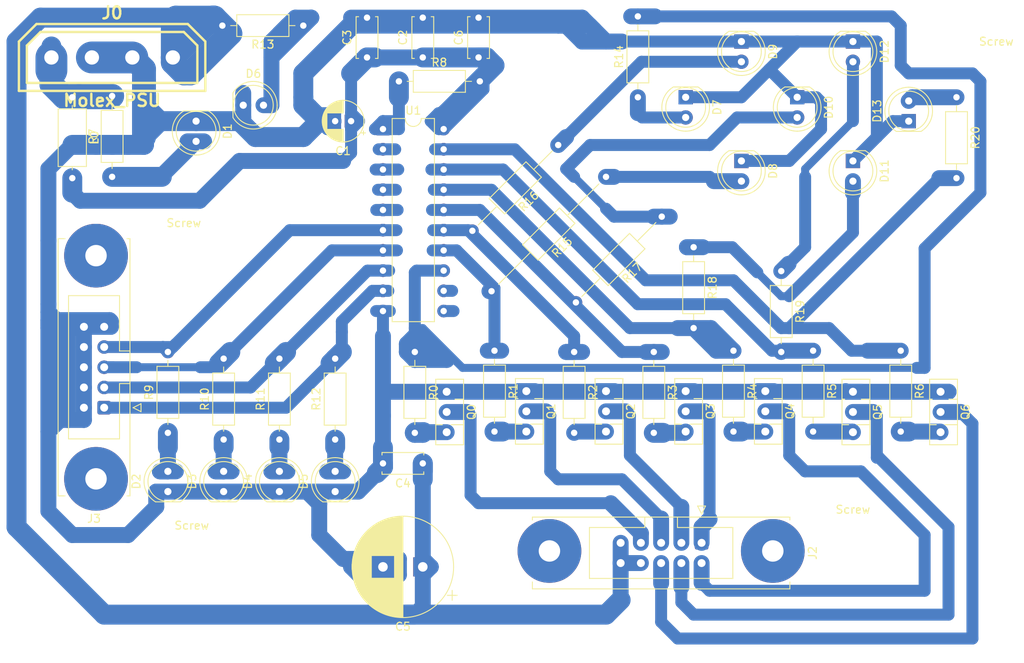
<source format=kicad_pcb>
(kicad_pcb (version 20171130) (host pcbnew 5.1.9)

  (general
    (thickness 1.6)
    (drawings 12)
    (tracks 489)
    (zones 0)
    (modules 56)
    (nets 50)
  )

  (page A4)
  (layers
    (0 F.Cu signal)
    (31 B.Cu signal)
    (32 B.Adhes user)
    (33 F.Adhes user)
    (34 B.Paste user)
    (35 F.Paste user)
    (36 B.SilkS user)
    (37 F.SilkS user)
    (38 B.Mask user)
    (39 F.Mask user)
    (40 Dwgs.User user)
    (41 Cmts.User user)
    (42 Eco1.User user)
    (43 Eco2.User user)
    (44 Edge.Cuts user)
    (45 Margin user)
    (46 B.CrtYd user)
    (47 F.CrtYd user)
    (48 B.Fab user)
    (49 F.Fab user)
  )

  (setup
    (last_trace_width 1.5)
    (user_trace_width 1)
    (user_trace_width 1.5)
    (user_trace_width 2)
    (user_trace_width 2.5)
    (user_trace_width 3)
    (user_trace_width 4)
    (trace_clearance 0.2)
    (zone_clearance 0.508)
    (zone_45_only no)
    (trace_min 0.2)
    (via_size 0.8)
    (via_drill 0.4)
    (via_min_size 0.4)
    (via_min_drill 0.3)
    (uvia_size 0.3)
    (uvia_drill 0.1)
    (uvias_allowed no)
    (uvia_min_size 0.2)
    (uvia_min_drill 0.1)
    (edge_width 0.05)
    (segment_width 0.2)
    (pcb_text_width 0.3)
    (pcb_text_size 1.5 1.5)
    (mod_edge_width 0.12)
    (mod_text_size 1 1)
    (mod_text_width 0.15)
    (pad_size 1.524 1.524)
    (pad_drill 0.762)
    (pad_to_mask_clearance 0)
    (aux_axis_origin 0 0)
    (visible_elements FFFFFF7F)
    (pcbplotparams
      (layerselection 0x00840_fffffffe)
      (usegerberextensions false)
      (usegerberattributes true)
      (usegerberadvancedattributes true)
      (creategerberjobfile true)
      (excludeedgelayer true)
      (linewidth 0.100000)
      (plotframeref false)
      (viasonmask false)
      (mode 1)
      (useauxorigin false)
      (hpglpennumber 1)
      (hpglpenspeed 20)
      (hpglpendiameter 15.000000)
      (psnegative false)
      (psa4output false)
      (plotreference true)
      (plotvalue true)
      (plotinvisibletext false)
      (padsonsilk false)
      (subtractmaskfromsilk false)
      (outputformat 1)
      (mirror false)
      (drillshape 0)
      (scaleselection 1)
      (outputdirectory "Gerber/"))
  )

  (net 0 "")
  (net 1 Earth)
  (net 2 "Net-(D1-Pad2)")
  (net 3 "Net-(D2-Pad2)")
  (net 4 "Net-(D3-Pad2)")
  (net 5 "Net-(D4-Pad2)")
  (net 6 "Net-(D5-Pad2)")
  (net 7 "Net-(D6-Pad2)")
  (net 8 "Net-(D7-Pad2)")
  (net 9 /5V+)
  (net 10 "Net-(D8-Pad2)")
  (net 11 "Net-(D9-Pad2)")
  (net 12 "Net-(D10-Pad2)")
  (net 13 "Net-(D11-Pad2)")
  (net 14 "Net-(D12-Pad2)")
  (net 15 "Net-(D13-Pad2)")
  (net 16 /+12V)
  (net 17 /SEG_G)
  (net 18 /SEG_F)
  (net 19 /SEG_E)
  (net 20 /SEG_D)
  (net 21 /SEG_C)
  (net 22 /SEG_B)
  (net 23 /SEG_A)
  (net 24 "Net-(Q0-Pad3)")
  (net 25 "Net-(Q1-Pad3)")
  (net 26 "Net-(Q2-Pad3)")
  (net 27 "Net-(Q3-Pad3)")
  (net 28 "Net-(Q4-Pad3)")
  (net 29 "Net-(Q5-Pad3)")
  (net 30 "Net-(Q6-Pad3)")
  (net 31 "Net-(R0-Pad1)")
  (net 32 "Net-(R1-Pad1)")
  (net 33 "Net-(R16-Pad2)")
  (net 34 "Net-(R17-Pad2)")
  (net 35 "Net-(R18-Pad2)")
  (net 36 "Net-(R19-Pad2)")
  (net 37 "Net-(R20-Pad2)")
  (net 38 "Net-(R8-Pad1)")
  (net 39 "Net-(U1-Pad11)")
  (net 40 "Net-(U1-Pad2)")
  (net 41 "Net-(U1-Pad12)")
  (net 42 "Net-(U1-Pad3)")
  (net 43 "Net-(U1-Pad4)")
  (net 44 "Net-(U1-Pad5)")
  (net 45 /BIT_C)
  (net 46 /BIT_A)
  (net 47 /BIT_D)
  (net 48 /BIT_B)
  (net 49 "Net-(C1-Pad1)")

  (net_class Default "This is the default net class."
    (clearance 0.2)
    (trace_width 0.25)
    (via_dia 0.8)
    (via_drill 0.4)
    (uvia_dia 0.3)
    (uvia_drill 0.1)
    (add_net /+12V)
    (add_net /5V+)
    (add_net /BIT_A)
    (add_net /BIT_B)
    (add_net /BIT_C)
    (add_net /BIT_D)
    (add_net /SEG_A)
    (add_net /SEG_B)
    (add_net /SEG_C)
    (add_net /SEG_D)
    (add_net /SEG_E)
    (add_net /SEG_F)
    (add_net /SEG_G)
    (add_net Earth)
    (add_net "Net-(C1-Pad1)")
    (add_net "Net-(D1-Pad2)")
    (add_net "Net-(D10-Pad2)")
    (add_net "Net-(D11-Pad2)")
    (add_net "Net-(D12-Pad2)")
    (add_net "Net-(D13-Pad2)")
    (add_net "Net-(D2-Pad2)")
    (add_net "Net-(D3-Pad2)")
    (add_net "Net-(D4-Pad2)")
    (add_net "Net-(D5-Pad2)")
    (add_net "Net-(D6-Pad2)")
    (add_net "Net-(D7-Pad2)")
    (add_net "Net-(D8-Pad2)")
    (add_net "Net-(D9-Pad2)")
    (add_net "Net-(Q0-Pad3)")
    (add_net "Net-(Q1-Pad3)")
    (add_net "Net-(Q2-Pad3)")
    (add_net "Net-(Q3-Pad3)")
    (add_net "Net-(Q4-Pad3)")
    (add_net "Net-(Q5-Pad3)")
    (add_net "Net-(Q6-Pad3)")
    (add_net "Net-(R0-Pad1)")
    (add_net "Net-(R1-Pad1)")
    (add_net "Net-(R16-Pad2)")
    (add_net "Net-(R17-Pad2)")
    (add_net "Net-(R18-Pad2)")
    (add_net "Net-(R19-Pad2)")
    (add_net "Net-(R20-Pad2)")
    (add_net "Net-(R8-Pad1)")
    (add_net "Net-(U1-Pad11)")
    (add_net "Net-(U1-Pad12)")
    (add_net "Net-(U1-Pad2)")
    (add_net "Net-(U1-Pad3)")
    (add_net "Net-(U1-Pad4)")
    (add_net "Net-(U1-Pad5)")
  )

  (module MountingHole:MountingHole_3.2mm_M3 (layer F.Cu) (tedit 56D1B4CB) (tstamp 60C1A685)
    (at 109 106)
    (descr "Mounting Hole 3.2mm, no annular, M3")
    (tags "mounting hole 3.2mm no annular m3")
    (attr virtual)
    (fp_text reference Screw (at 0 -4.2) (layer F.SilkS)
      (effects (font (size 1 1) (thickness 0.15)))
    )
    (fp_text value MountingHole_3.2mm_M3 (at 0 4.2) (layer F.Fab)
      (effects (font (size 1 1) (thickness 0.15)))
    )
    (fp_circle (center 0 0) (end 3.45 0) (layer F.CrtYd) (width 0.05))
    (fp_circle (center 0 0) (end 3.2 0) (layer Cmts.User) (width 0.15))
    (fp_text user %R (at 0.3 0) (layer F.Fab)
      (effects (font (size 1 1) (thickness 0.15)))
    )
    (pad 1 np_thru_hole circle (at 0 0) (size 3.2 3.2) (drill 3.2) (layers *.Cu *.Mask))
  )

  (module MountingHole:MountingHole_3.2mm_M3 (layer F.Cu) (tedit 56D1B4CB) (tstamp 60C1A660)
    (at 192 104)
    (descr "Mounting Hole 3.2mm, no annular, M3")
    (tags "mounting hole 3.2mm no annular m3")
    (attr virtual)
    (fp_text reference Screw (at 0 -4.2) (layer F.SilkS)
      (effects (font (size 1 1) (thickness 0.15)))
    )
    (fp_text value MountingHole_3.2mm_M3 (at 0 4.2) (layer F.Fab)
      (effects (font (size 1 1) (thickness 0.15)))
    )
    (fp_circle (center 0 0) (end 3.45 0) (layer F.CrtYd) (width 0.05))
    (fp_circle (center 0 0) (end 3.2 0) (layer Cmts.User) (width 0.15))
    (fp_text user %R (at 0.3 0) (layer F.Fab)
      (effects (font (size 1 1) (thickness 0.15)))
    )
    (pad 1 np_thru_hole circle (at 0 0) (size 3.2 3.2) (drill 3.2) (layers *.Cu *.Mask))
  )

  (module MountingHole:MountingHole_3.2mm_M3 (layer F.Cu) (tedit 56D1B4CB) (tstamp 60C1A62B)
    (at 204 41)
    (descr "Mounting Hole 3.2mm, no annular, M3")
    (tags "mounting hole 3.2mm no annular m3")
    (attr virtual)
    (fp_text reference Screw (at 6 0) (layer F.SilkS)
      (effects (font (size 1 1) (thickness 0.15)))
    )
    (fp_text value MountingHole_3.2mm_M3 (at 0 4.2) (layer F.Fab)
      (effects (font (size 1 1) (thickness 0.15)))
    )
    (fp_circle (center 0 0) (end 3.45 0) (layer F.CrtYd) (width 0.05))
    (fp_circle (center 0 0) (end 3.2 0) (layer Cmts.User) (width 0.15))
    (fp_text user %R (at 0.3 0) (layer F.Fab)
      (effects (font (size 1 1) (thickness 0.15)))
    )
    (pad 1 np_thru_hole circle (at 0 0) (size 3.2 3.2) (drill 3.2) (layers *.Cu *.Mask))
  )

  (module MountingHole:MountingHole_3.2mm_M3 (layer F.Cu) (tedit 56D1B4CB) (tstamp 60C1A60E)
    (at 108 68)
    (descr "Mounting Hole 3.2mm, no annular, M3")
    (tags "mounting hole 3.2mm no annular m3")
    (attr virtual)
    (fp_text reference Screw (at 0 -4.2) (layer F.SilkS)
      (effects (font (size 1 1) (thickness 0.15)))
    )
    (fp_text value MountingHole_3.2mm_M3 (at 0 4.2) (layer F.Fab)
      (effects (font (size 1 1) (thickness 0.15)))
    )
    (fp_circle (center 0 0) (end 3.45 0) (layer F.CrtYd) (width 0.05))
    (fp_circle (center 0 0) (end 3.2 0) (layer Cmts.User) (width 0.15))
    (fp_text user %R (at 0.3 0) (layer F.Fab)
      (effects (font (size 1 1) (thickness 0.15)))
    )
    (pad 1 np_thru_hole circle (at 0 0) (size 3.2 3.2) (drill 3.2) (layers *.Cu *.Mask))
  )

  (module Connector_IDC:IDC-Header_2x05-1MP_P2.54mm_Latch_Vertical (layer F.Cu) (tedit 5EAC9A05) (tstamp 60C126D0)
    (at 98 87 180)
    (descr "Through hole IDC header, 2x05, 2.54mm pitch, DIN 41651 / IEC 60603-13, double rows latches, mounting holes, https://docs.google.com/spreadsheets/d/16SsEcesNF15N3Lb4niX7dcUr-NY5_MFPQhobNuNppn4/edit#gid=0")
    (tags "Through hole vertical IDC header THT 2x05 2.54mm double row")
    (path /60C34227)
    (fp_text reference J3 (at 1.27 -13.94) (layer F.SilkS)
      (effects (font (size 1 1) (thickness 0.15)))
    )
    (fp_text value RPI_DATA_3.3V (at 1.27 24.1) (layer F.Fab)
      (effects (font (size 1 1) (thickness 0.15)))
    )
    (fp_line (start 6.17 -13.44) (end -3.63 -13.44) (layer F.CrtYd) (width 0.05))
    (fp_line (start 6.17 23.6) (end 6.17 -13.44) (layer F.CrtYd) (width 0.05))
    (fp_line (start -3.63 23.6) (end 6.17 23.6) (layer F.CrtYd) (width 0.05))
    (fp_line (start -3.63 -13.44) (end -3.63 23.6) (layer F.CrtYd) (width 0.05))
    (fp_line (start -4.63 0.5) (end -3.63 0) (layer F.SilkS) (width 0.12))
    (fp_line (start -4.63 -0.5) (end -4.63 0.5) (layer F.SilkS) (width 0.12))
    (fp_line (start -3.63 0) (end -4.63 -0.5) (layer F.SilkS) (width 0.12))
    (fp_line (start -1.93 7.13) (end -3.24 7.13) (layer F.SilkS) (width 0.12))
    (fp_line (start -1.93 7.13) (end -1.93 7.13) (layer F.SilkS) (width 0.12))
    (fp_line (start -1.93 14.08) (end -1.93 7.13) (layer F.SilkS) (width 0.12))
    (fp_line (start 4.47 14.08) (end -1.93 14.08) (layer F.SilkS) (width 0.12))
    (fp_line (start 4.47 -3.92) (end 4.47 14.08) (layer F.SilkS) (width 0.12))
    (fp_line (start -1.93 -3.92) (end 4.47 -3.92) (layer F.SilkS) (width 0.12))
    (fp_line (start -1.93 3.03) (end -1.93 -3.92) (layer F.SilkS) (width 0.12))
    (fp_line (start -3.24 3.03) (end -1.93 3.03) (layer F.SilkS) (width 0.12))
    (fp_line (start -3.24 21.24) (end -2.87 21.24) (layer F.SilkS) (width 0.12))
    (fp_line (start -3.24 -11.08) (end -3.24 21.24) (layer F.SilkS) (width 0.12))
    (fp_line (start -2.87 -11.08) (end -3.24 -11.08) (layer F.SilkS) (width 0.12))
    (fp_line (start 5.78 21.24) (end 4.91 21.24) (layer F.SilkS) (width 0.12))
    (fp_line (start 5.78 -11.08) (end 5.78 21.24) (layer F.SilkS) (width 0.12))
    (fp_line (start 4.91 -11.08) (end 5.78 -11.08) (layer F.SilkS) (width 0.12))
    (fp_line (start -1.93 7.13) (end -3.13 7.13) (layer F.Fab) (width 0.1))
    (fp_line (start -1.93 7.13) (end -1.93 7.13) (layer F.Fab) (width 0.1))
    (fp_line (start -1.93 14.08) (end -1.93 7.13) (layer F.Fab) (width 0.1))
    (fp_line (start 4.47 14.08) (end -1.93 14.08) (layer F.Fab) (width 0.1))
    (fp_line (start 4.47 -3.92) (end 4.47 14.08) (layer F.Fab) (width 0.1))
    (fp_line (start -1.93 -3.92) (end 4.47 -3.92) (layer F.Fab) (width 0.1))
    (fp_line (start -1.93 3.03) (end -1.93 -3.92) (layer F.Fab) (width 0.1))
    (fp_line (start -3.13 3.03) (end -1.93 3.03) (layer F.Fab) (width 0.1))
    (fp_line (start -3.13 21.13) (end -3.13 -9.97) (layer F.Fab) (width 0.1))
    (fp_line (start 5.67 21.13) (end -3.13 21.13) (layer F.Fab) (width 0.1))
    (fp_line (start 5.67 -10.97) (end 5.67 21.13) (layer F.Fab) (width 0.1))
    (fp_line (start -2.13 -10.97) (end 5.67 -10.97) (layer F.Fab) (width 0.1))
    (fp_line (start -3.13 -9.97) (end -2.13 -10.97) (layer F.Fab) (width 0.1))
    (fp_text user %R (at 1.27 5.08 90) (layer F.Fab)
      (effects (font (size 1 1) (thickness 0.15)))
    )
    (pad MP thru_hole circle (at 1.02 19.1 180) (size 8 8) (drill 2.69) (layers *.Cu *.Mask))
    (pad MP thru_hole circle (at 1.02 -8.94 180) (size 8 8) (drill 2.69) (layers *.Cu *.Mask))
    (pad 10 thru_hole circle (at 2.54 10.16 180) (size 1.7 1.7) (drill 1) (layers *.Cu *.Mask)
      (net 1 Earth))
    (pad 8 thru_hole circle (at 2.54 7.62 180) (size 1.7 1.7) (drill 1) (layers *.Cu *.Mask)
      (net 1 Earth))
    (pad 6 thru_hole circle (at 2.54 5.08 180) (size 1.7 1.7) (drill 1) (layers *.Cu *.Mask)
      (net 1 Earth))
    (pad 4 thru_hole circle (at 2.54 2.54 180) (size 1.7 1.7) (drill 1) (layers *.Cu *.Mask)
      (net 1 Earth))
    (pad 2 thru_hole circle (at 2.54 0 180) (size 1.7 1.7) (drill 1) (layers *.Cu *.Mask)
      (net 1 Earth))
    (pad 9 thru_hole circle (at 0 10.16 180) (size 1.7 1.7) (drill 1) (layers *.Cu *.Mask)
      (net 1 Earth))
    (pad 7 thru_hole circle (at 0 7.62 180) (size 1.7 1.7) (drill 1) (layers *.Cu *.Mask)
      (net 47 /BIT_D))
    (pad 5 thru_hole circle (at 0 5.08 180) (size 1.7 1.7) (drill 1) (layers *.Cu *.Mask)
      (net 45 /BIT_C))
    (pad 3 thru_hole circle (at 0 2.54 180) (size 1.7 1.7) (drill 1) (layers *.Cu *.Mask)
      (net 48 /BIT_B))
    (pad 1 thru_hole roundrect (at 0 0 180) (size 1.7 1.7) (drill 1) (layers *.Cu *.Mask) (roundrect_rratio 0.1470588235294118)
      (net 46 /BIT_A))
    (model ${KISYS3DMOD}/Connector_IDC.3dshapes/IDC-Header_2x05-1MP_P2.54mm_Latch_Vertical.wrl
      (at (xyz 0 0 0))
      (scale (xyz 1 1 1))
      (rotate (xyz 0 0 0))
    )
  )

  (module Connector_IDC:IDC-Header_2x05-1MP_P2.54mm_Latch_Vertical (layer F.Cu) (tedit 5EAC9A05) (tstamp 5FB47060)
    (at 173 103.98 270)
    (descr "Through hole IDC header, 2x05, 2.54mm pitch, DIN 41651 / IEC 60603-13, double rows latches, mounting holes, https://docs.google.com/spreadsheets/d/16SsEcesNF15N3Lb4niX7dcUr-NY5_MFPQhobNuNppn4/edit#gid=0")
    (tags "Through hole vertical IDC header THT 2x05 2.54mm double row")
    (path /5EACC56A)
    (fp_text reference J2 (at 1.27 -13.94 90) (layer F.SilkS)
      (effects (font (size 1 1) (thickness 0.15)))
    )
    (fp_text value 7SEG_12V (at 1.27 24.1 90) (layer F.Fab)
      (effects (font (size 1 1) (thickness 0.15)))
    )
    (fp_line (start -3.13 -9.97) (end -2.13 -10.97) (layer F.Fab) (width 0.1))
    (fp_line (start -2.13 -10.97) (end 5.67 -10.97) (layer F.Fab) (width 0.1))
    (fp_line (start 5.67 -10.97) (end 5.67 21.13) (layer F.Fab) (width 0.1))
    (fp_line (start 5.67 21.13) (end -3.13 21.13) (layer F.Fab) (width 0.1))
    (fp_line (start -3.13 21.13) (end -3.13 -9.97) (layer F.Fab) (width 0.1))
    (fp_line (start -3.13 3.03) (end -1.93 3.03) (layer F.Fab) (width 0.1))
    (fp_line (start -1.93 3.03) (end -1.93 -3.92) (layer F.Fab) (width 0.1))
    (fp_line (start -1.93 -3.92) (end 4.47 -3.92) (layer F.Fab) (width 0.1))
    (fp_line (start 4.47 -3.92) (end 4.47 14.08) (layer F.Fab) (width 0.1))
    (fp_line (start 4.47 14.08) (end -1.93 14.08) (layer F.Fab) (width 0.1))
    (fp_line (start -1.93 14.08) (end -1.93 7.13) (layer F.Fab) (width 0.1))
    (fp_line (start -1.93 7.13) (end -1.93 7.13) (layer F.Fab) (width 0.1))
    (fp_line (start -1.93 7.13) (end -3.13 7.13) (layer F.Fab) (width 0.1))
    (fp_line (start 4.91 -11.08) (end 5.78 -11.08) (layer F.SilkS) (width 0.12))
    (fp_line (start 5.78 -11.08) (end 5.78 21.24) (layer F.SilkS) (width 0.12))
    (fp_line (start 5.78 21.24) (end 4.91 21.24) (layer F.SilkS) (width 0.12))
    (fp_line (start -2.87 -11.08) (end -3.24 -11.08) (layer F.SilkS) (width 0.12))
    (fp_line (start -3.24 -11.08) (end -3.24 21.24) (layer F.SilkS) (width 0.12))
    (fp_line (start -3.24 21.24) (end -2.87 21.24) (layer F.SilkS) (width 0.12))
    (fp_line (start -3.24 3.03) (end -1.93 3.03) (layer F.SilkS) (width 0.12))
    (fp_line (start -1.93 3.03) (end -1.93 -3.92) (layer F.SilkS) (width 0.12))
    (fp_line (start -1.93 -3.92) (end 4.47 -3.92) (layer F.SilkS) (width 0.12))
    (fp_line (start 4.47 -3.92) (end 4.47 14.08) (layer F.SilkS) (width 0.12))
    (fp_line (start 4.47 14.08) (end -1.93 14.08) (layer F.SilkS) (width 0.12))
    (fp_line (start -1.93 14.08) (end -1.93 7.13) (layer F.SilkS) (width 0.12))
    (fp_line (start -1.93 7.13) (end -1.93 7.13) (layer F.SilkS) (width 0.12))
    (fp_line (start -1.93 7.13) (end -3.24 7.13) (layer F.SilkS) (width 0.12))
    (fp_line (start -3.63 0) (end -4.63 -0.5) (layer F.SilkS) (width 0.12))
    (fp_line (start -4.63 -0.5) (end -4.63 0.5) (layer F.SilkS) (width 0.12))
    (fp_line (start -4.63 0.5) (end -3.63 0) (layer F.SilkS) (width 0.12))
    (fp_line (start -3.63 -13.44) (end -3.63 23.6) (layer F.CrtYd) (width 0.05))
    (fp_line (start -3.63 23.6) (end 6.17 23.6) (layer F.CrtYd) (width 0.05))
    (fp_line (start 6.17 23.6) (end 6.17 -13.44) (layer F.CrtYd) (width 0.05))
    (fp_line (start 6.17 -13.44) (end -3.63 -13.44) (layer F.CrtYd) (width 0.05))
    (fp_text user %R (at 1.27 5.08) (layer F.Fab)
      (effects (font (size 1 1) (thickness 0.15)))
    )
    (pad 1 thru_hole roundrect (at 0 0 270) (size 1.7 1.7) (drill 1) (layers *.Cu *.Mask) (roundrect_rratio 0.1470588235294118)
      (net 20 /SEG_D))
    (pad 3 thru_hole circle (at 0 2.54 270) (size 1.7 1.7) (drill 1) (layers *.Cu *.Mask)
      (net 19 /SEG_E))
    (pad 5 thru_hole circle (at 0 5.08 270) (size 1.7 1.7) (drill 1) (layers *.Cu *.Mask)
      (net 18 /SEG_F))
    (pad 7 thru_hole circle (at 0 7.62 270) (size 1.7 1.7) (drill 1) (layers *.Cu *.Mask)
      (net 17 /SEG_G))
    (pad 9 thru_hole circle (at 0 10.16 270) (size 1.7 1.7) (drill 1) (layers *.Cu *.Mask)
      (net 16 /+12V))
    (pad 2 thru_hole circle (at 2.54 0 270) (size 1.7 1.7) (drill 1) (layers *.Cu *.Mask)
      (net 21 /SEG_C))
    (pad 4 thru_hole circle (at 2.54 2.54 270) (size 1.7 1.7) (drill 1) (layers *.Cu *.Mask)
      (net 22 /SEG_B))
    (pad 6 thru_hole circle (at 2.54 5.08 270) (size 1.7 1.7) (drill 1) (layers *.Cu *.Mask)
      (net 23 /SEG_A))
    (pad 8 thru_hole circle (at 2.54 7.62 270) (size 1.7 1.7) (drill 1) (layers *.Cu *.Mask)
      (net 16 /+12V))
    (pad 10 thru_hole circle (at 2.54 10.16 270) (size 1.7 1.7) (drill 1) (layers *.Cu *.Mask)
      (net 16 /+12V))
    (pad MP thru_hole circle (at 1.02 -8.94 270) (size 8 8) (drill 2.69) (layers *.Cu *.Mask))
    (pad MP thru_hole circle (at 1.02 19.1 270) (size 8 8) (drill 2.69) (layers *.Cu *.Mask))
    (model ${KISYS3DMOD}/Connector_IDC.3dshapes/IDC-Header_2x05-1MP_P2.54mm_Latch_Vertical.wrl
      (at (xyz 0 0 0))
      (scale (xyz 1 1 1))
      (rotate (xyz 0 0 0))
    )
  )

  (module KicadLib:conn_hdd_15-24-4449 (layer F.Cu) (tedit 0) (tstamp 5FB445C1)
    (at 99 43 180)
    (descr "5.08mm Disk drive power connector, Molex P/N 15-24-4449")
    (path /5EA32CD2)
    (fp_text reference J0 (at 0 5.6) (layer F.SilkS)
      (effects (font (size 1.524 1.524) (thickness 0.3048)))
    )
    (fp_text value Molex_PSU (at 0 -5.4) (layer F.SilkS)
      (effects (font (size 1.524 1.524) (thickness 0.3048)))
    )
    (fp_line (start 9 3.2) (end 10.7 1.5) (layer F.SilkS) (width 0.3))
    (fp_line (start -9 3.2) (end -10.7 1.5) (layer F.SilkS) (width 0.3))
    (fp_line (start -9 3.2) (end 9 3.2) (layer F.SilkS) (width 0.3))
    (fp_line (start -10.7 -3.2) (end 10.7 -3.2) (layer F.SilkS) (width 0.3))
    (fp_line (start 9.5 4.2) (end 11.7 2) (layer F.SilkS) (width 0.3))
    (fp_line (start -9.5 4.2) (end -11.7 2) (layer F.SilkS) (width 0.3))
    (fp_line (start -9.5 4.2) (end 9.5 4.2) (layer F.SilkS) (width 0.3))
    (fp_line (start 10.7 -3.2) (end 10.7 1.5) (layer F.SilkS) (width 0.3))
    (fp_line (start -10.7 -3.2) (end -10.7 1.5) (layer F.SilkS) (width 0.3))
    (fp_line (start -11.7 -4.2) (end 11.7 -4.2) (layer F.SilkS) (width 0.3))
    (fp_line (start -11.7 -4.2) (end -11.7 2) (layer F.SilkS) (width 0.3))
    (fp_line (start 11.7 -4.2) (end 11.7 2) (layer F.SilkS) (width 0.3))
    (pad 4 thru_hole circle (at 7.62 0 180) (size 2.9 2.9) (drill 1.8) (layers *.Cu *.Mask)
      (net 9 /5V+))
    (pad 3 thru_hole circle (at 2.54 0 180) (size 2.9 2.9) (drill 1.8) (layers *.Cu *.Mask)
      (net 1 Earth))
    (pad 2 thru_hole circle (at -2.54 0 180) (size 2.9 2.9) (drill 1.8) (layers *.Cu *.Mask)
      (net 1 Earth))
    (pad 1 thru_hole circle (at -7.62 0 180) (size 2.9 2.9) (drill 1.8) (layers *.Cu *.Mask)
      (net 16 /+12V))
    (model walter/conn_pc/hdd_power_15-24-4449.wrl
      (at (xyz 0 0 0))
      (scale (xyz 1 1 1))
      (rotate (xyz 0 0 0))
    )
  )

  (module Inductor_THT:L_Axial_L7.0mm_D3.3mm_P10.16mm_Horizontal_Fastron_MICC (layer F.Cu) (tedit 5AE59B05) (tstamp 60862621)
    (at 94 48 270)
    (descr "Inductor, Axial series, Axial, Horizontal, pin pitch=10.16mm, , length*diameter=7*3.3mm^2, Fastron, MICC, http://www.fastrongroup.com/image-show/70/MICC.pdf?type=Complete-DataSheet&productType=series")
    (tags "Inductor Axial series Axial Horizontal pin pitch 10.16mm  length 7mm diameter 3.3mm Fastron MICC")
    (path /6093B000)
    (fp_text reference L0 (at 5.08 -2.77 90) (layer F.SilkS)
      (effects (font (size 1 1) (thickness 0.15)))
    )
    (fp_text value 22uH (at 5.08 2.77 90) (layer F.Fab)
      (effects (font (size 1 1) (thickness 0.15)))
    )
    (fp_line (start 1.58 -1.65) (end 1.58 1.65) (layer F.Fab) (width 0.1))
    (fp_line (start 1.58 1.65) (end 8.58 1.65) (layer F.Fab) (width 0.1))
    (fp_line (start 8.58 1.65) (end 8.58 -1.65) (layer F.Fab) (width 0.1))
    (fp_line (start 8.58 -1.65) (end 1.58 -1.65) (layer F.Fab) (width 0.1))
    (fp_line (start 0 0) (end 1.58 0) (layer F.Fab) (width 0.1))
    (fp_line (start 10.16 0) (end 8.58 0) (layer F.Fab) (width 0.1))
    (fp_line (start 1.46 -1.77) (end 1.46 1.77) (layer F.SilkS) (width 0.12))
    (fp_line (start 1.46 1.77) (end 8.7 1.77) (layer F.SilkS) (width 0.12))
    (fp_line (start 8.7 1.77) (end 8.7 -1.77) (layer F.SilkS) (width 0.12))
    (fp_line (start 8.7 -1.77) (end 1.46 -1.77) (layer F.SilkS) (width 0.12))
    (fp_line (start 1.04 0) (end 1.46 0) (layer F.SilkS) (width 0.12))
    (fp_line (start 9.12 0) (end 8.7 0) (layer F.SilkS) (width 0.12))
    (fp_line (start -1.05 -1.9) (end -1.05 1.9) (layer F.CrtYd) (width 0.05))
    (fp_line (start -1.05 1.9) (end 11.21 1.9) (layer F.CrtYd) (width 0.05))
    (fp_line (start 11.21 1.9) (end 11.21 -1.9) (layer F.CrtYd) (width 0.05))
    (fp_line (start 11.21 -1.9) (end -1.05 -1.9) (layer F.CrtYd) (width 0.05))
    (fp_text user %R (at 5.08 0 90) (layer F.Fab)
      (effects (font (size 1 1) (thickness 0.15)))
    )
    (pad 2 thru_hole oval (at 10.16 0 270) (size 1.6 1.6) (drill 0.8) (layers *.Cu *.Mask)
      (net 49 "Net-(C1-Pad1)"))
    (pad 1 thru_hole circle (at 0 0 270) (size 1.6 1.6) (drill 0.8) (layers *.Cu *.Mask)
      (net 9 /5V+))
    (model ${KISYS3DMOD}/Inductor_THT.3dshapes/L_Axial_L7.0mm_D3.3mm_P10.16mm_Horizontal_Fastron_MICC.wrl
      (at (xyz 0 0 0))
      (scale (xyz 1 1 1))
      (rotate (xyz 0 0 0))
    )
  )

  (module Capacitor_THT:C_Disc_D5.0mm_W2.5mm_P5.00mm (layer F.Cu) (tedit 5AE50EF0) (tstamp 608618AB)
    (at 145 43 90)
    (descr "C, Disc series, Radial, pin pitch=5.00mm, , diameter*width=5*2.5mm^2, Capacitor, http://cdn-reichelt.de/documents/datenblatt/B300/DS_KERKO_TC.pdf")
    (tags "C Disc series Radial pin pitch 5.00mm  diameter 5mm width 2.5mm Capacitor")
    (path /60AAB9BE)
    (fp_text reference C6 (at 2.5 -2.5 90) (layer F.SilkS)
      (effects (font (size 1 1) (thickness 0.15)))
    )
    (fp_text value 1nF (at 2.5 2.5 90) (layer F.Fab)
      (effects (font (size 1 1) (thickness 0.15)))
    )
    (fp_line (start 0 -1.25) (end 0 1.25) (layer F.Fab) (width 0.1))
    (fp_line (start 0 1.25) (end 5 1.25) (layer F.Fab) (width 0.1))
    (fp_line (start 5 1.25) (end 5 -1.25) (layer F.Fab) (width 0.1))
    (fp_line (start 5 -1.25) (end 0 -1.25) (layer F.Fab) (width 0.1))
    (fp_line (start -0.12 -1.37) (end 5.12 -1.37) (layer F.SilkS) (width 0.12))
    (fp_line (start -0.12 1.37) (end 5.12 1.37) (layer F.SilkS) (width 0.12))
    (fp_line (start -0.12 -1.37) (end -0.12 -1.055) (layer F.SilkS) (width 0.12))
    (fp_line (start -0.12 1.055) (end -0.12 1.37) (layer F.SilkS) (width 0.12))
    (fp_line (start 5.12 -1.37) (end 5.12 -1.055) (layer F.SilkS) (width 0.12))
    (fp_line (start 5.12 1.055) (end 5.12 1.37) (layer F.SilkS) (width 0.12))
    (fp_line (start -1.05 -1.5) (end -1.05 1.5) (layer F.CrtYd) (width 0.05))
    (fp_line (start -1.05 1.5) (end 6.05 1.5) (layer F.CrtYd) (width 0.05))
    (fp_line (start 6.05 1.5) (end 6.05 -1.5) (layer F.CrtYd) (width 0.05))
    (fp_line (start 6.05 -1.5) (end -1.05 -1.5) (layer F.CrtYd) (width 0.05))
    (fp_text user %R (at 2.5 0 90) (layer F.Fab)
      (effects (font (size 1 1) (thickness 0.15)))
    )
    (pad 2 thru_hole circle (at 5 0 90) (size 1.6 1.6) (drill 0.8) (layers *.Cu *.Mask)
      (net 1 Earth))
    (pad 1 thru_hole circle (at 0 0 90) (size 1.6 1.6) (drill 0.8) (layers *.Cu *.Mask)
      (net 49 "Net-(C1-Pad1)"))
    (model ${KISYS3DMOD}/Capacitor_THT.3dshapes/C_Disc_D5.0mm_W2.5mm_P5.00mm.wrl
      (at (xyz 0 0 0))
      (scale (xyz 1 1 1))
      (rotate (xyz 0 0 0))
    )
  )

  (module Capacitor_THT:CP_Radial_D5.0mm_P2.00mm (layer F.Cu) (tedit 5AE50EF0) (tstamp 608623E5)
    (at 129 51 180)
    (descr "CP, Radial series, Radial, pin pitch=2.00mm, , diameter=5mm, Electrolytic Capacitor")
    (tags "CP Radial series Radial pin pitch 2.00mm  diameter 5mm Electrolytic Capacitor")
    (path /5FC3C919)
    (fp_text reference C1 (at 1 -3.75) (layer F.SilkS)
      (effects (font (size 1 1) (thickness 0.15)))
    )
    (fp_text value "10uF 16V LOW ESR" (at 1 3.75) (layer F.Fab)
      (effects (font (size 1 1) (thickness 0.15)))
    )
    (fp_circle (center 1 0) (end 3.5 0) (layer F.Fab) (width 0.1))
    (fp_circle (center 1 0) (end 3.62 0) (layer F.SilkS) (width 0.12))
    (fp_circle (center 1 0) (end 3.75 0) (layer F.CrtYd) (width 0.05))
    (fp_line (start -1.133605 -1.0875) (end -0.633605 -1.0875) (layer F.Fab) (width 0.1))
    (fp_line (start -0.883605 -1.3375) (end -0.883605 -0.8375) (layer F.Fab) (width 0.1))
    (fp_line (start 1 1.04) (end 1 2.58) (layer F.SilkS) (width 0.12))
    (fp_line (start 1 -2.58) (end 1 -1.04) (layer F.SilkS) (width 0.12))
    (fp_line (start 1.04 1.04) (end 1.04 2.58) (layer F.SilkS) (width 0.12))
    (fp_line (start 1.04 -2.58) (end 1.04 -1.04) (layer F.SilkS) (width 0.12))
    (fp_line (start 1.08 -2.579) (end 1.08 -1.04) (layer F.SilkS) (width 0.12))
    (fp_line (start 1.08 1.04) (end 1.08 2.579) (layer F.SilkS) (width 0.12))
    (fp_line (start 1.12 -2.578) (end 1.12 -1.04) (layer F.SilkS) (width 0.12))
    (fp_line (start 1.12 1.04) (end 1.12 2.578) (layer F.SilkS) (width 0.12))
    (fp_line (start 1.16 -2.576) (end 1.16 -1.04) (layer F.SilkS) (width 0.12))
    (fp_line (start 1.16 1.04) (end 1.16 2.576) (layer F.SilkS) (width 0.12))
    (fp_line (start 1.2 -2.573) (end 1.2 -1.04) (layer F.SilkS) (width 0.12))
    (fp_line (start 1.2 1.04) (end 1.2 2.573) (layer F.SilkS) (width 0.12))
    (fp_line (start 1.24 -2.569) (end 1.24 -1.04) (layer F.SilkS) (width 0.12))
    (fp_line (start 1.24 1.04) (end 1.24 2.569) (layer F.SilkS) (width 0.12))
    (fp_line (start 1.28 -2.565) (end 1.28 -1.04) (layer F.SilkS) (width 0.12))
    (fp_line (start 1.28 1.04) (end 1.28 2.565) (layer F.SilkS) (width 0.12))
    (fp_line (start 1.32 -2.561) (end 1.32 -1.04) (layer F.SilkS) (width 0.12))
    (fp_line (start 1.32 1.04) (end 1.32 2.561) (layer F.SilkS) (width 0.12))
    (fp_line (start 1.36 -2.556) (end 1.36 -1.04) (layer F.SilkS) (width 0.12))
    (fp_line (start 1.36 1.04) (end 1.36 2.556) (layer F.SilkS) (width 0.12))
    (fp_line (start 1.4 -2.55) (end 1.4 -1.04) (layer F.SilkS) (width 0.12))
    (fp_line (start 1.4 1.04) (end 1.4 2.55) (layer F.SilkS) (width 0.12))
    (fp_line (start 1.44 -2.543) (end 1.44 -1.04) (layer F.SilkS) (width 0.12))
    (fp_line (start 1.44 1.04) (end 1.44 2.543) (layer F.SilkS) (width 0.12))
    (fp_line (start 1.48 -2.536) (end 1.48 -1.04) (layer F.SilkS) (width 0.12))
    (fp_line (start 1.48 1.04) (end 1.48 2.536) (layer F.SilkS) (width 0.12))
    (fp_line (start 1.52 -2.528) (end 1.52 -1.04) (layer F.SilkS) (width 0.12))
    (fp_line (start 1.52 1.04) (end 1.52 2.528) (layer F.SilkS) (width 0.12))
    (fp_line (start 1.56 -2.52) (end 1.56 -1.04) (layer F.SilkS) (width 0.12))
    (fp_line (start 1.56 1.04) (end 1.56 2.52) (layer F.SilkS) (width 0.12))
    (fp_line (start 1.6 -2.511) (end 1.6 -1.04) (layer F.SilkS) (width 0.12))
    (fp_line (start 1.6 1.04) (end 1.6 2.511) (layer F.SilkS) (width 0.12))
    (fp_line (start 1.64 -2.501) (end 1.64 -1.04) (layer F.SilkS) (width 0.12))
    (fp_line (start 1.64 1.04) (end 1.64 2.501) (layer F.SilkS) (width 0.12))
    (fp_line (start 1.68 -2.491) (end 1.68 -1.04) (layer F.SilkS) (width 0.12))
    (fp_line (start 1.68 1.04) (end 1.68 2.491) (layer F.SilkS) (width 0.12))
    (fp_line (start 1.721 -2.48) (end 1.721 -1.04) (layer F.SilkS) (width 0.12))
    (fp_line (start 1.721 1.04) (end 1.721 2.48) (layer F.SilkS) (width 0.12))
    (fp_line (start 1.761 -2.468) (end 1.761 -1.04) (layer F.SilkS) (width 0.12))
    (fp_line (start 1.761 1.04) (end 1.761 2.468) (layer F.SilkS) (width 0.12))
    (fp_line (start 1.801 -2.455) (end 1.801 -1.04) (layer F.SilkS) (width 0.12))
    (fp_line (start 1.801 1.04) (end 1.801 2.455) (layer F.SilkS) (width 0.12))
    (fp_line (start 1.841 -2.442) (end 1.841 -1.04) (layer F.SilkS) (width 0.12))
    (fp_line (start 1.841 1.04) (end 1.841 2.442) (layer F.SilkS) (width 0.12))
    (fp_line (start 1.881 -2.428) (end 1.881 -1.04) (layer F.SilkS) (width 0.12))
    (fp_line (start 1.881 1.04) (end 1.881 2.428) (layer F.SilkS) (width 0.12))
    (fp_line (start 1.921 -2.414) (end 1.921 -1.04) (layer F.SilkS) (width 0.12))
    (fp_line (start 1.921 1.04) (end 1.921 2.414) (layer F.SilkS) (width 0.12))
    (fp_line (start 1.961 -2.398) (end 1.961 -1.04) (layer F.SilkS) (width 0.12))
    (fp_line (start 1.961 1.04) (end 1.961 2.398) (layer F.SilkS) (width 0.12))
    (fp_line (start 2.001 -2.382) (end 2.001 -1.04) (layer F.SilkS) (width 0.12))
    (fp_line (start 2.001 1.04) (end 2.001 2.382) (layer F.SilkS) (width 0.12))
    (fp_line (start 2.041 -2.365) (end 2.041 -1.04) (layer F.SilkS) (width 0.12))
    (fp_line (start 2.041 1.04) (end 2.041 2.365) (layer F.SilkS) (width 0.12))
    (fp_line (start 2.081 -2.348) (end 2.081 -1.04) (layer F.SilkS) (width 0.12))
    (fp_line (start 2.081 1.04) (end 2.081 2.348) (layer F.SilkS) (width 0.12))
    (fp_line (start 2.121 -2.329) (end 2.121 -1.04) (layer F.SilkS) (width 0.12))
    (fp_line (start 2.121 1.04) (end 2.121 2.329) (layer F.SilkS) (width 0.12))
    (fp_line (start 2.161 -2.31) (end 2.161 -1.04) (layer F.SilkS) (width 0.12))
    (fp_line (start 2.161 1.04) (end 2.161 2.31) (layer F.SilkS) (width 0.12))
    (fp_line (start 2.201 -2.29) (end 2.201 -1.04) (layer F.SilkS) (width 0.12))
    (fp_line (start 2.201 1.04) (end 2.201 2.29) (layer F.SilkS) (width 0.12))
    (fp_line (start 2.241 -2.268) (end 2.241 -1.04) (layer F.SilkS) (width 0.12))
    (fp_line (start 2.241 1.04) (end 2.241 2.268) (layer F.SilkS) (width 0.12))
    (fp_line (start 2.281 -2.247) (end 2.281 -1.04) (layer F.SilkS) (width 0.12))
    (fp_line (start 2.281 1.04) (end 2.281 2.247) (layer F.SilkS) (width 0.12))
    (fp_line (start 2.321 -2.224) (end 2.321 -1.04) (layer F.SilkS) (width 0.12))
    (fp_line (start 2.321 1.04) (end 2.321 2.224) (layer F.SilkS) (width 0.12))
    (fp_line (start 2.361 -2.2) (end 2.361 -1.04) (layer F.SilkS) (width 0.12))
    (fp_line (start 2.361 1.04) (end 2.361 2.2) (layer F.SilkS) (width 0.12))
    (fp_line (start 2.401 -2.175) (end 2.401 -1.04) (layer F.SilkS) (width 0.12))
    (fp_line (start 2.401 1.04) (end 2.401 2.175) (layer F.SilkS) (width 0.12))
    (fp_line (start 2.441 -2.149) (end 2.441 -1.04) (layer F.SilkS) (width 0.12))
    (fp_line (start 2.441 1.04) (end 2.441 2.149) (layer F.SilkS) (width 0.12))
    (fp_line (start 2.481 -2.122) (end 2.481 -1.04) (layer F.SilkS) (width 0.12))
    (fp_line (start 2.481 1.04) (end 2.481 2.122) (layer F.SilkS) (width 0.12))
    (fp_line (start 2.521 -2.095) (end 2.521 -1.04) (layer F.SilkS) (width 0.12))
    (fp_line (start 2.521 1.04) (end 2.521 2.095) (layer F.SilkS) (width 0.12))
    (fp_line (start 2.561 -2.065) (end 2.561 -1.04) (layer F.SilkS) (width 0.12))
    (fp_line (start 2.561 1.04) (end 2.561 2.065) (layer F.SilkS) (width 0.12))
    (fp_line (start 2.601 -2.035) (end 2.601 -1.04) (layer F.SilkS) (width 0.12))
    (fp_line (start 2.601 1.04) (end 2.601 2.035) (layer F.SilkS) (width 0.12))
    (fp_line (start 2.641 -2.004) (end 2.641 -1.04) (layer F.SilkS) (width 0.12))
    (fp_line (start 2.641 1.04) (end 2.641 2.004) (layer F.SilkS) (width 0.12))
    (fp_line (start 2.681 -1.971) (end 2.681 -1.04) (layer F.SilkS) (width 0.12))
    (fp_line (start 2.681 1.04) (end 2.681 1.971) (layer F.SilkS) (width 0.12))
    (fp_line (start 2.721 -1.937) (end 2.721 -1.04) (layer F.SilkS) (width 0.12))
    (fp_line (start 2.721 1.04) (end 2.721 1.937) (layer F.SilkS) (width 0.12))
    (fp_line (start 2.761 -1.901) (end 2.761 -1.04) (layer F.SilkS) (width 0.12))
    (fp_line (start 2.761 1.04) (end 2.761 1.901) (layer F.SilkS) (width 0.12))
    (fp_line (start 2.801 -1.864) (end 2.801 -1.04) (layer F.SilkS) (width 0.12))
    (fp_line (start 2.801 1.04) (end 2.801 1.864) (layer F.SilkS) (width 0.12))
    (fp_line (start 2.841 -1.826) (end 2.841 -1.04) (layer F.SilkS) (width 0.12))
    (fp_line (start 2.841 1.04) (end 2.841 1.826) (layer F.SilkS) (width 0.12))
    (fp_line (start 2.881 -1.785) (end 2.881 -1.04) (layer F.SilkS) (width 0.12))
    (fp_line (start 2.881 1.04) (end 2.881 1.785) (layer F.SilkS) (width 0.12))
    (fp_line (start 2.921 -1.743) (end 2.921 -1.04) (layer F.SilkS) (width 0.12))
    (fp_line (start 2.921 1.04) (end 2.921 1.743) (layer F.SilkS) (width 0.12))
    (fp_line (start 2.961 -1.699) (end 2.961 -1.04) (layer F.SilkS) (width 0.12))
    (fp_line (start 2.961 1.04) (end 2.961 1.699) (layer F.SilkS) (width 0.12))
    (fp_line (start 3.001 -1.653) (end 3.001 -1.04) (layer F.SilkS) (width 0.12))
    (fp_line (start 3.001 1.04) (end 3.001 1.653) (layer F.SilkS) (width 0.12))
    (fp_line (start 3.041 -1.605) (end 3.041 1.605) (layer F.SilkS) (width 0.12))
    (fp_line (start 3.081 -1.554) (end 3.081 1.554) (layer F.SilkS) (width 0.12))
    (fp_line (start 3.121 -1.5) (end 3.121 1.5) (layer F.SilkS) (width 0.12))
    (fp_line (start 3.161 -1.443) (end 3.161 1.443) (layer F.SilkS) (width 0.12))
    (fp_line (start 3.201 -1.383) (end 3.201 1.383) (layer F.SilkS) (width 0.12))
    (fp_line (start 3.241 -1.319) (end 3.241 1.319) (layer F.SilkS) (width 0.12))
    (fp_line (start 3.281 -1.251) (end 3.281 1.251) (layer F.SilkS) (width 0.12))
    (fp_line (start 3.321 -1.178) (end 3.321 1.178) (layer F.SilkS) (width 0.12))
    (fp_line (start 3.361 -1.098) (end 3.361 1.098) (layer F.SilkS) (width 0.12))
    (fp_line (start 3.401 -1.011) (end 3.401 1.011) (layer F.SilkS) (width 0.12))
    (fp_line (start 3.441 -0.915) (end 3.441 0.915) (layer F.SilkS) (width 0.12))
    (fp_line (start 3.481 -0.805) (end 3.481 0.805) (layer F.SilkS) (width 0.12))
    (fp_line (start 3.521 -0.677) (end 3.521 0.677) (layer F.SilkS) (width 0.12))
    (fp_line (start 3.561 -0.518) (end 3.561 0.518) (layer F.SilkS) (width 0.12))
    (fp_line (start 3.601 -0.284) (end 3.601 0.284) (layer F.SilkS) (width 0.12))
    (fp_line (start -1.804775 -1.475) (end -1.304775 -1.475) (layer F.SilkS) (width 0.12))
    (fp_line (start -1.554775 -1.725) (end -1.554775 -1.225) (layer F.SilkS) (width 0.12))
    (fp_text user %R (at 1 0) (layer F.Fab)
      (effects (font (size 1 1) (thickness 0.15)))
    )
    (pad 2 thru_hole circle (at 2 0 180) (size 1.6 1.6) (drill 0.8) (layers *.Cu *.Mask)
      (net 1 Earth))
    (pad 1 thru_hole rect (at 0 0 180) (size 1.6 1.6) (drill 0.8) (layers *.Cu *.Mask)
      (net 49 "Net-(C1-Pad1)"))
    (model ${KISYS3DMOD}/Capacitor_THT.3dshapes/CP_Radial_D5.0mm_P2.00mm.wrl
      (at (xyz 0 0 0))
      (scale (xyz 1 1 1))
      (rotate (xyz 0 0 0))
    )
  )

  (module Capacitor_THT:C_Disc_D5.0mm_W2.5mm_P5.00mm (layer F.Cu) (tedit 5AE50EF0) (tstamp 5FBFDDEF)
    (at 138 94 180)
    (descr "C, Disc series, Radial, pin pitch=5.00mm, , diameter*width=5*2.5mm^2, Capacitor, http://cdn-reichelt.de/documents/datenblatt/B300/DS_KERKO_TC.pdf")
    (tags "C Disc series Radial pin pitch 5.00mm  diameter 5mm width 2.5mm Capacitor")
    (path /5FD1C758)
    (fp_text reference C4 (at 2.5 -2.5) (layer F.SilkS)
      (effects (font (size 1 1) (thickness 0.15)))
    )
    (fp_text value 220nF (at 2.5 2.5) (layer F.Fab)
      (effects (font (size 1 1) (thickness 0.15)))
    )
    (fp_line (start 6.05 -1.5) (end -1.05 -1.5) (layer F.CrtYd) (width 0.05))
    (fp_line (start 6.05 1.5) (end 6.05 -1.5) (layer F.CrtYd) (width 0.05))
    (fp_line (start -1.05 1.5) (end 6.05 1.5) (layer F.CrtYd) (width 0.05))
    (fp_line (start -1.05 -1.5) (end -1.05 1.5) (layer F.CrtYd) (width 0.05))
    (fp_line (start 5.12 1.055) (end 5.12 1.37) (layer F.SilkS) (width 0.12))
    (fp_line (start 5.12 -1.37) (end 5.12 -1.055) (layer F.SilkS) (width 0.12))
    (fp_line (start -0.12 1.055) (end -0.12 1.37) (layer F.SilkS) (width 0.12))
    (fp_line (start -0.12 -1.37) (end -0.12 -1.055) (layer F.SilkS) (width 0.12))
    (fp_line (start -0.12 1.37) (end 5.12 1.37) (layer F.SilkS) (width 0.12))
    (fp_line (start -0.12 -1.37) (end 5.12 -1.37) (layer F.SilkS) (width 0.12))
    (fp_line (start 5 -1.25) (end 0 -1.25) (layer F.Fab) (width 0.1))
    (fp_line (start 5 1.25) (end 5 -1.25) (layer F.Fab) (width 0.1))
    (fp_line (start 0 1.25) (end 5 1.25) (layer F.Fab) (width 0.1))
    (fp_line (start 0 -1.25) (end 0 1.25) (layer F.Fab) (width 0.1))
    (fp_text user %R (at 2.5 0) (layer F.Fab)
      (effects (font (size 1 1) (thickness 0.15)))
    )
    (pad 2 thru_hole circle (at 5 0 180) (size 1.6 1.6) (drill 0.8) (layers *.Cu *.Mask)
      (net 1 Earth))
    (pad 1 thru_hole circle (at 0 0 180) (size 1.6 1.6) (drill 0.8) (layers *.Cu *.Mask)
      (net 16 /+12V))
    (model ${KISYS3DMOD}/Capacitor_THT.3dshapes/C_Disc_D5.0mm_W2.5mm_P5.00mm.wrl
      (at (xyz 0 0 0))
      (scale (xyz 1 1 1))
      (rotate (xyz 0 0 0))
    )
  )

  (module Capacitor_THT:C_Disc_D5.0mm_W2.5mm_P5.00mm (layer F.Cu) (tedit 5AE50EF0) (tstamp 5FBFC842)
    (at 131 43 90)
    (descr "C, Disc series, Radial, pin pitch=5.00mm, , diameter*width=5*2.5mm^2, Capacitor, http://cdn-reichelt.de/documents/datenblatt/B300/DS_KERKO_TC.pdf")
    (tags "C Disc series Radial pin pitch 5.00mm  diameter 5mm width 2.5mm Capacitor")
    (path /5FCBA4E0)
    (fp_text reference C3 (at 2.5 -2.5 90) (layer F.SilkS)
      (effects (font (size 1 1) (thickness 0.15)))
    )
    (fp_text value 100nF (at 2.5 2.5 90) (layer F.Fab)
      (effects (font (size 1 1) (thickness 0.15)))
    )
    (fp_line (start 6.05 -1.5) (end -1.05 -1.5) (layer F.CrtYd) (width 0.05))
    (fp_line (start 6.05 1.5) (end 6.05 -1.5) (layer F.CrtYd) (width 0.05))
    (fp_line (start -1.05 1.5) (end 6.05 1.5) (layer F.CrtYd) (width 0.05))
    (fp_line (start -1.05 -1.5) (end -1.05 1.5) (layer F.CrtYd) (width 0.05))
    (fp_line (start 5.12 1.055) (end 5.12 1.37) (layer F.SilkS) (width 0.12))
    (fp_line (start 5.12 -1.37) (end 5.12 -1.055) (layer F.SilkS) (width 0.12))
    (fp_line (start -0.12 1.055) (end -0.12 1.37) (layer F.SilkS) (width 0.12))
    (fp_line (start -0.12 -1.37) (end -0.12 -1.055) (layer F.SilkS) (width 0.12))
    (fp_line (start -0.12 1.37) (end 5.12 1.37) (layer F.SilkS) (width 0.12))
    (fp_line (start -0.12 -1.37) (end 5.12 -1.37) (layer F.SilkS) (width 0.12))
    (fp_line (start 5 -1.25) (end 0 -1.25) (layer F.Fab) (width 0.1))
    (fp_line (start 5 1.25) (end 5 -1.25) (layer F.Fab) (width 0.1))
    (fp_line (start 0 1.25) (end 5 1.25) (layer F.Fab) (width 0.1))
    (fp_line (start 0 -1.25) (end 0 1.25) (layer F.Fab) (width 0.1))
    (fp_text user %R (at 2.5 0 90) (layer F.Fab)
      (effects (font (size 1 1) (thickness 0.15)))
    )
    (pad 2 thru_hole circle (at 5 0 90) (size 1.6 1.6) (drill 0.8) (layers *.Cu *.Mask)
      (net 1 Earth))
    (pad 1 thru_hole circle (at 0 0 90) (size 1.6 1.6) (drill 0.8) (layers *.Cu *.Mask)
      (net 49 "Net-(C1-Pad1)"))
    (model ${KISYS3DMOD}/Capacitor_THT.3dshapes/C_Disc_D5.0mm_W2.5mm_P5.00mm.wrl
      (at (xyz 0 0 0))
      (scale (xyz 1 1 1))
      (rotate (xyz 0 0 0))
    )
  )

  (module Capacitor_THT:C_Disc_D5.0mm_W2.5mm_P5.00mm (layer F.Cu) (tedit 5AE50EF0) (tstamp 60865A35)
    (at 138 43 90)
    (descr "C, Disc series, Radial, pin pitch=5.00mm, , diameter*width=5*2.5mm^2, Capacitor, http://cdn-reichelt.de/documents/datenblatt/B300/DS_KERKO_TC.pdf")
    (tags "C Disc series Radial pin pitch 5.00mm  diameter 5mm width 2.5mm Capacitor")
    (path /5FBF6D2E)
    (fp_text reference C2 (at 2.5 -2.5 90) (layer F.SilkS)
      (effects (font (size 1 1) (thickness 0.15)))
    )
    (fp_text value 10nF (at 2.5 2.5 90) (layer F.Fab)
      (effects (font (size 1 1) (thickness 0.15)))
    )
    (fp_line (start 6.05 -1.5) (end -1.05 -1.5) (layer F.CrtYd) (width 0.05))
    (fp_line (start 6.05 1.5) (end 6.05 -1.5) (layer F.CrtYd) (width 0.05))
    (fp_line (start -1.05 1.5) (end 6.05 1.5) (layer F.CrtYd) (width 0.05))
    (fp_line (start -1.05 -1.5) (end -1.05 1.5) (layer F.CrtYd) (width 0.05))
    (fp_line (start 5.12 1.055) (end 5.12 1.37) (layer F.SilkS) (width 0.12))
    (fp_line (start 5.12 -1.37) (end 5.12 -1.055) (layer F.SilkS) (width 0.12))
    (fp_line (start -0.12 1.055) (end -0.12 1.37) (layer F.SilkS) (width 0.12))
    (fp_line (start -0.12 -1.37) (end -0.12 -1.055) (layer F.SilkS) (width 0.12))
    (fp_line (start -0.12 1.37) (end 5.12 1.37) (layer F.SilkS) (width 0.12))
    (fp_line (start -0.12 -1.37) (end 5.12 -1.37) (layer F.SilkS) (width 0.12))
    (fp_line (start 5 -1.25) (end 0 -1.25) (layer F.Fab) (width 0.1))
    (fp_line (start 5 1.25) (end 5 -1.25) (layer F.Fab) (width 0.1))
    (fp_line (start 0 1.25) (end 5 1.25) (layer F.Fab) (width 0.1))
    (fp_line (start 0 -1.25) (end 0 1.25) (layer F.Fab) (width 0.1))
    (fp_text user %R (at 2.5 0 90) (layer F.Fab)
      (effects (font (size 1 1) (thickness 0.15)))
    )
    (pad 2 thru_hole circle (at 5 0 90) (size 1.6 1.6) (drill 0.8) (layers *.Cu *.Mask)
      (net 1 Earth))
    (pad 1 thru_hole circle (at 0 0 90) (size 1.6 1.6) (drill 0.8) (layers *.Cu *.Mask)
      (net 49 "Net-(C1-Pad1)"))
    (model ${KISYS3DMOD}/Capacitor_THT.3dshapes/C_Disc_D5.0mm_W2.5mm_P5.00mm.wrl
      (at (xyz 0 0 0))
      (scale (xyz 1 1 1))
      (rotate (xyz 0 0 0))
    )
  )

  (module Resistor_THT:R_Axial_DIN0207_L6.3mm_D2.5mm_P10.16mm_Horizontal (layer F.Cu) (tedit 5AE5139B) (tstamp 5FB58C1D)
    (at 165 48 90)
    (descr "Resistor, Axial_DIN0207 series, Axial, Horizontal, pin pitch=10.16mm, 0.25W = 1/4W, length*diameter=6.3*2.5mm^2, http://cdn-reichelt.de/documents/datenblatt/B400/1_4W%23YAG.pdf")
    (tags "Resistor Axial_DIN0207 series Axial Horizontal pin pitch 10.16mm 0.25W = 1/4W length 6.3mm diameter 2.5mm")
    (path /5FD0520B)
    (fp_text reference R14 (at 5.08 -2.37 90) (layer F.SilkS)
      (effects (font (size 1 1) (thickness 0.15)))
    )
    (fp_text value 22k (at 5.08 2.37 90) (layer F.Fab)
      (effects (font (size 1 1) (thickness 0.15)))
    )
    (fp_line (start 1.93 -1.25) (end 1.93 1.25) (layer F.Fab) (width 0.1))
    (fp_line (start 1.93 1.25) (end 8.23 1.25) (layer F.Fab) (width 0.1))
    (fp_line (start 8.23 1.25) (end 8.23 -1.25) (layer F.Fab) (width 0.1))
    (fp_line (start 8.23 -1.25) (end 1.93 -1.25) (layer F.Fab) (width 0.1))
    (fp_line (start 0 0) (end 1.93 0) (layer F.Fab) (width 0.1))
    (fp_line (start 10.16 0) (end 8.23 0) (layer F.Fab) (width 0.1))
    (fp_line (start 1.81 -1.37) (end 1.81 1.37) (layer F.SilkS) (width 0.12))
    (fp_line (start 1.81 1.37) (end 8.35 1.37) (layer F.SilkS) (width 0.12))
    (fp_line (start 8.35 1.37) (end 8.35 -1.37) (layer F.SilkS) (width 0.12))
    (fp_line (start 8.35 -1.37) (end 1.81 -1.37) (layer F.SilkS) (width 0.12))
    (fp_line (start 1.04 0) (end 1.81 0) (layer F.SilkS) (width 0.12))
    (fp_line (start 9.12 0) (end 8.35 0) (layer F.SilkS) (width 0.12))
    (fp_line (start -1.05 -1.5) (end -1.05 1.5) (layer F.CrtYd) (width 0.05))
    (fp_line (start -1.05 1.5) (end 11.21 1.5) (layer F.CrtYd) (width 0.05))
    (fp_line (start 11.21 1.5) (end 11.21 -1.5) (layer F.CrtYd) (width 0.05))
    (fp_line (start 11.21 -1.5) (end -1.05 -1.5) (layer F.CrtYd) (width 0.05))
    (fp_text user %R (at 5.08 0 90) (layer F.Fab)
      (effects (font (size 1 1) (thickness 0.15)))
    )
    (pad 2 thru_hole oval (at 10.16 0 90) (size 1.6 1.6) (drill 0.8) (layers *.Cu *.Mask)
      (net 31 "Net-(R0-Pad1)"))
    (pad 1 thru_hole circle (at 0 0 90) (size 1.6 1.6) (drill 0.8) (layers *.Cu *.Mask)
      (net 8 "Net-(D7-Pad2)"))
    (model ${KISYS3DMOD}/Resistor_THT.3dshapes/R_Axial_DIN0207_L6.3mm_D2.5mm_P10.16mm_Horizontal.wrl
      (at (xyz 0 0 0))
      (scale (xyz 1 1 1))
      (rotate (xyz 0 0 0))
    )
  )

  (module Resistor_THT:R_Axial_DIN0207_L6.3mm_D2.5mm_P15.24mm_Horizontal (layer F.Cu) (tedit 5FB4FBAD) (tstamp 5FB56D0A)
    (at 159.203949 59.796051 225)
    (descr "Resistor, Axial_DIN0207 series, Axial, Horizontal, pin pitch=15.24mm, 0.25W = 1/4W, length*diameter=6.3*2.5mm^2, http://cdn-reichelt.de/documents/datenblatt/B400/1_4W%23YAG.pdf")
    (tags "Resistor Axial_DIN0207 series Axial Horizontal pin pitch 15.24mm 0.25W = 1/4W length 6.3mm diameter 2.5mm")
    (path /5FD33692)
    (fp_text reference R15 (at 7.62 -2.37 225) (layer F.SilkS)
      (effects (font (size 1 1) (thickness 0.15)))
    )
    (fp_text value 22k (at 7.62 2.37 225) (layer F.Fab)
      (effects (font (size 1 1) (thickness 0.15)))
    )
    (fp_line (start 4.47 -1.25) (end 4.47 1.25) (layer F.Fab) (width 0.1))
    (fp_line (start 4.47 1.25) (end 10.77 1.25) (layer F.Fab) (width 0.1))
    (fp_line (start 10.77 1.25) (end 10.77 -1.25) (layer F.Fab) (width 0.1))
    (fp_line (start 10.77 -1.25) (end 4.47 -1.25) (layer F.Fab) (width 0.1))
    (fp_line (start -1.524 0) (end 4.47 0) (layer F.Fab) (width 0.1))
    (fp_line (start 16.8148 0) (end 10.77 0) (layer F.Fab) (width 0.1))
    (fp_line (start 4.35 -1.37) (end 4.35 1.37) (layer F.SilkS) (width 0.12))
    (fp_line (start 4.35 1.37) (end 10.89 1.37) (layer F.SilkS) (width 0.12))
    (fp_line (start 10.89 1.37) (end 10.89 -1.37) (layer F.SilkS) (width 0.12))
    (fp_line (start 10.89 -1.37) (end 4.35 -1.37) (layer F.SilkS) (width 0.12))
    (fp_line (start -1.27 0) (end 4.35 0) (layer F.SilkS) (width 0.12))
    (fp_line (start 16.5354 0) (end 10.89 0) (layer F.SilkS) (width 0.12))
    (fp_line (start -3.556 1.4986) (end 18.796 1.4986) (layer F.CrtYd) (width 0.05))
    (fp_line (start 18.796 -1.5) (end -3.556 -1.5) (layer F.CrtYd) (width 0.05))
    (fp_line (start 18.796 1.4986) (end 18.796 -1.4986) (layer F.CrtYd) (width 0.05))
    (fp_line (start -3.556 1.4986) (end -3.556 -1.4986) (layer F.CrtYd) (width 0.05))
    (fp_text user %R (at 7.62 0 225) (layer F.Fab)
      (effects (font (size 1 1) (thickness 0.15)))
    )
    (pad 2 thru_hole oval (at 17.78 0 225) (size 1.6 1.6) (drill 0.8) (layers *.Cu *.Mask)
      (net 32 "Net-(R1-Pad1)"))
    (pad 1 thru_hole circle (at -2.54 0 225) (size 1.6 1.6) (drill 0.8) (layers *.Cu *.Mask)
      (net 10 "Net-(D8-Pad2)"))
    (model ${KISYS3DMOD}/Resistor_THT.3dshapes/R_Axial_DIN0207_L6.3mm_D2.5mm_P15.24mm_Horizontal.wrl
      (at (xyz 0 0 0))
      (scale (xyz 1 1 1))
      (rotate (xyz 0 0 0))
    )
  )

  (module Package_DIP:DIP-20_W7.62mm (layer F.Cu) (tedit 5A02E8C5) (tstamp 5FB41D56)
    (at 133 52)
    (descr "20-lead though-hole mounted DIP package, row spacing 7.62 mm (300 mils)")
    (tags "THT DIP DIL PDIP 2.54mm 7.62mm 300mil")
    (path /5F9959D0)
    (fp_text reference U1 (at 3.81 -2.33) (layer F.SilkS)
      (effects (font (size 1 1) (thickness 0.15)))
    )
    (fp_text value ATtiny2313-20PU (at 3.81 25.19) (layer F.Fab)
      (effects (font (size 1 1) (thickness 0.15)))
    )
    (fp_line (start 8.7 -1.55) (end -1.1 -1.55) (layer F.CrtYd) (width 0.05))
    (fp_line (start 8.7 24.4) (end 8.7 -1.55) (layer F.CrtYd) (width 0.05))
    (fp_line (start -1.1 24.4) (end 8.7 24.4) (layer F.CrtYd) (width 0.05))
    (fp_line (start -1.1 -1.55) (end -1.1 24.4) (layer F.CrtYd) (width 0.05))
    (fp_line (start 6.46 -1.33) (end 4.81 -1.33) (layer F.SilkS) (width 0.12))
    (fp_line (start 6.46 24.19) (end 6.46 -1.33) (layer F.SilkS) (width 0.12))
    (fp_line (start 1.16 24.19) (end 6.46 24.19) (layer F.SilkS) (width 0.12))
    (fp_line (start 1.16 -1.33) (end 1.16 24.19) (layer F.SilkS) (width 0.12))
    (fp_line (start 2.81 -1.33) (end 1.16 -1.33) (layer F.SilkS) (width 0.12))
    (fp_line (start 0.635 -0.27) (end 1.635 -1.27) (layer F.Fab) (width 0.1))
    (fp_line (start 0.635 24.13) (end 0.635 -0.27) (layer F.Fab) (width 0.1))
    (fp_line (start 6.985 24.13) (end 0.635 24.13) (layer F.Fab) (width 0.1))
    (fp_line (start 6.985 -1.27) (end 6.985 24.13) (layer F.Fab) (width 0.1))
    (fp_line (start 1.635 -1.27) (end 6.985 -1.27) (layer F.Fab) (width 0.1))
    (fp_arc (start 3.81 -1.33) (end 2.81 -1.33) (angle -180) (layer F.SilkS) (width 0.12))
    (fp_text user %R (at 3.81 11.43) (layer F.Fab)
      (effects (font (size 1 1) (thickness 0.15)))
    )
    (pad 1 thru_hole rect (at 0 0) (size 1.6 1.6) (drill 0.8) (layers *.Cu *.Mask)
      (net 38 "Net-(R8-Pad1)"))
    (pad 11 thru_hole oval (at 7.62 22.86) (size 1.6 1.6) (drill 0.8) (layers *.Cu *.Mask)
      (net 39 "Net-(U1-Pad11)"))
    (pad 2 thru_hole oval (at 0 2.54) (size 1.6 1.6) (drill 0.8) (layers *.Cu *.Mask)
      (net 40 "Net-(U1-Pad2)"))
    (pad 12 thru_hole oval (at 7.62 20.32) (size 1.6 1.6) (drill 0.8) (layers *.Cu *.Mask)
      (net 41 "Net-(U1-Pad12)"))
    (pad 3 thru_hole oval (at 0 5.08) (size 1.6 1.6) (drill 0.8) (layers *.Cu *.Mask)
      (net 42 "Net-(U1-Pad3)"))
    (pad 13 thru_hole oval (at 7.62 17.78) (size 1.6 1.6) (drill 0.8) (layers *.Cu *.Mask)
      (net 31 "Net-(R0-Pad1)"))
    (pad 4 thru_hole oval (at 0 7.62) (size 1.6 1.6) (drill 0.8) (layers *.Cu *.Mask)
      (net 43 "Net-(U1-Pad4)"))
    (pad 14 thru_hole oval (at 7.62 15.24) (size 1.6 1.6) (drill 0.8) (layers *.Cu *.Mask)
      (net 32 "Net-(R1-Pad1)"))
    (pad 5 thru_hole oval (at 0 10.16) (size 1.6 1.6) (drill 0.8) (layers *.Cu *.Mask)
      (net 44 "Net-(U1-Pad5)"))
    (pad 15 thru_hole oval (at 7.62 12.7) (size 1.6 1.6) (drill 0.8) (layers *.Cu *.Mask)
      (net 33 "Net-(R16-Pad2)"))
    (pad 6 thru_hole oval (at 0 12.7) (size 1.6 1.6) (drill 0.8) (layers *.Cu *.Mask)
      (net 47 /BIT_D))
    (pad 16 thru_hole oval (at 7.62 10.16) (size 1.6 1.6) (drill 0.8) (layers *.Cu *.Mask)
      (net 34 "Net-(R17-Pad2)"))
    (pad 7 thru_hole oval (at 0 15.24) (size 1.6 1.6) (drill 0.8) (layers *.Cu *.Mask)
      (net 45 /BIT_C))
    (pad 17 thru_hole oval (at 7.62 7.62) (size 1.6 1.6) (drill 0.8) (layers *.Cu *.Mask)
      (net 35 "Net-(R18-Pad2)"))
    (pad 8 thru_hole oval (at 0 17.78) (size 1.6 1.6) (drill 0.8) (layers *.Cu *.Mask)
      (net 48 /BIT_B))
    (pad 18 thru_hole oval (at 7.62 5.08) (size 1.6 1.6) (drill 0.8) (layers *.Cu *.Mask)
      (net 36 "Net-(R19-Pad2)"))
    (pad 9 thru_hole oval (at 0 20.32) (size 1.6 1.6) (drill 0.8) (layers *.Cu *.Mask)
      (net 46 /BIT_A))
    (pad 19 thru_hole oval (at 7.62 2.54) (size 1.6 1.6) (drill 0.8) (layers *.Cu *.Mask)
      (net 37 "Net-(R20-Pad2)"))
    (pad 10 thru_hole oval (at 0 22.86) (size 1.6 1.6) (drill 0.8) (layers *.Cu *.Mask)
      (net 1 Earth))
    (pad 20 thru_hole oval (at 7.62 0) (size 1.6 1.6) (drill 0.8) (layers *.Cu *.Mask)
      (net 49 "Net-(C1-Pad1)"))
    (model ${KISYS3DMOD}/Package_DIP.3dshapes/DIP-20_W7.62mm.wrl
      (at (xyz 0 0 0))
      (scale (xyz 1 1 1))
      (rotate (xyz 0 0 0))
    )
  )

  (module LED_THT:LED_D5.0mm (layer F.Cu) (tedit 5995936A) (tstamp 60865945)
    (at 109.54 51 270)
    (descr "LED, diameter 5.0mm, 2 pins, http://cdn-reichelt.de/documents/datenblatt/A500/LL-504BC2E-009.pdf")
    (tags "LED diameter 5.0mm 2 pins")
    (path /5EA96AFC)
    (fp_text reference D1 (at 1.27 -3.96 90) (layer F.SilkS)
      (effects (font (size 1 1) (thickness 0.15)))
    )
    (fp_text value LED_2V_20mA (at 1.27 3.96 90) (layer F.Fab)
      (effects (font (size 1 1) (thickness 0.15)))
    )
    (fp_line (start 4.5 -3.25) (end -1.95 -3.25) (layer F.CrtYd) (width 0.05))
    (fp_line (start 4.5 3.25) (end 4.5 -3.25) (layer F.CrtYd) (width 0.05))
    (fp_line (start -1.95 3.25) (end 4.5 3.25) (layer F.CrtYd) (width 0.05))
    (fp_line (start -1.95 -3.25) (end -1.95 3.25) (layer F.CrtYd) (width 0.05))
    (fp_line (start -1.29 -1.545) (end -1.29 1.545) (layer F.SilkS) (width 0.12))
    (fp_line (start -1.23 -1.469694) (end -1.23 1.469694) (layer F.Fab) (width 0.1))
    (fp_circle (center 1.27 0) (end 3.77 0) (layer F.SilkS) (width 0.12))
    (fp_circle (center 1.27 0) (end 3.77 0) (layer F.Fab) (width 0.1))
    (fp_arc (start 1.27 0) (end -1.23 -1.469694) (angle 299.1) (layer F.Fab) (width 0.1))
    (fp_arc (start 1.27 0) (end -1.29 -1.54483) (angle 148.9) (layer F.SilkS) (width 0.12))
    (fp_arc (start 1.27 0) (end -1.29 1.54483) (angle -148.9) (layer F.SilkS) (width 0.12))
    (fp_text user %R (at 1.25 0 90) (layer F.Fab)
      (effects (font (size 0.8 0.8) (thickness 0.2)))
    )
    (pad 1 thru_hole rect (at 0 0 270) (size 1.8 1.8) (drill 0.9) (layers *.Cu *.Mask)
      (net 1 Earth))
    (pad 2 thru_hole circle (at 2.54 0 270) (size 1.8 1.8) (drill 0.9) (layers *.Cu *.Mask)
      (net 2 "Net-(D1-Pad2)"))
    (model ${KISYS3DMOD}/LED_THT.3dshapes/LED_D5.0mm.wrl
      (at (xyz 0 0 0))
      (scale (xyz 1 1 1))
      (rotate (xyz 0 0 0))
    )
  )

  (module LED_THT:LED_D5.0mm (layer F.Cu) (tedit 5995936A) (tstamp 5FB453D2)
    (at 106 97.54 90)
    (descr "LED, diameter 5.0mm, 2 pins, http://cdn-reichelt.de/documents/datenblatt/A500/LL-504BC2E-009.pdf")
    (tags "LED diameter 5.0mm 2 pins")
    (path /5FC94752)
    (fp_text reference D2 (at 1.27 -3.96 90) (layer F.SilkS)
      (effects (font (size 1 1) (thickness 0.15)))
    )
    (fp_text value LED_2V_20mA (at 1.27 3.96 90) (layer F.Fab)
      (effects (font (size 1 1) (thickness 0.15)))
    )
    (fp_line (start 4.5 -3.25) (end -1.95 -3.25) (layer F.CrtYd) (width 0.05))
    (fp_line (start 4.5 3.25) (end 4.5 -3.25) (layer F.CrtYd) (width 0.05))
    (fp_line (start -1.95 3.25) (end 4.5 3.25) (layer F.CrtYd) (width 0.05))
    (fp_line (start -1.95 -3.25) (end -1.95 3.25) (layer F.CrtYd) (width 0.05))
    (fp_line (start -1.29 -1.545) (end -1.29 1.545) (layer F.SilkS) (width 0.12))
    (fp_line (start -1.23 -1.469694) (end -1.23 1.469694) (layer F.Fab) (width 0.1))
    (fp_circle (center 1.27 0) (end 3.77 0) (layer F.SilkS) (width 0.12))
    (fp_circle (center 1.27 0) (end 3.77 0) (layer F.Fab) (width 0.1))
    (fp_arc (start 1.27 0) (end -1.23 -1.469694) (angle 299.1) (layer F.Fab) (width 0.1))
    (fp_arc (start 1.27 0) (end -1.29 -1.54483) (angle 148.9) (layer F.SilkS) (width 0.12))
    (fp_arc (start 1.27 0) (end -1.29 1.54483) (angle -148.9) (layer F.SilkS) (width 0.12))
    (fp_text user %R (at 1.25 0 90) (layer F.Fab)
      (effects (font (size 0.8 0.8) (thickness 0.2)))
    )
    (pad 1 thru_hole rect (at 0 0 90) (size 1.8 1.8) (drill 0.9) (layers *.Cu *.Mask)
      (net 1 Earth))
    (pad 2 thru_hole circle (at 2.54 0 90) (size 1.8 1.8) (drill 0.9) (layers *.Cu *.Mask)
      (net 3 "Net-(D2-Pad2)"))
    (model ${KISYS3DMOD}/LED_THT.3dshapes/LED_D5.0mm.wrl
      (at (xyz 0 0 0))
      (scale (xyz 1 1 1))
      (rotate (xyz 0 0 0))
    )
  )

  (module LED_THT:LED_D5.0mm (layer F.Cu) (tedit 5995936A) (tstamp 5FB45339)
    (at 113 97.54 90)
    (descr "LED, diameter 5.0mm, 2 pins, http://cdn-reichelt.de/documents/datenblatt/A500/LL-504BC2E-009.pdf")
    (tags "LED diameter 5.0mm 2 pins")
    (path /5FC95199)
    (fp_text reference D3 (at 1.27 -3.96 90) (layer F.SilkS)
      (effects (font (size 1 1) (thickness 0.15)))
    )
    (fp_text value LED_2V_20mA (at 1.27 3.96 90) (layer F.Fab)
      (effects (font (size 1 1) (thickness 0.15)))
    )
    (fp_line (start 4.5 -3.25) (end -1.95 -3.25) (layer F.CrtYd) (width 0.05))
    (fp_line (start 4.5 3.25) (end 4.5 -3.25) (layer F.CrtYd) (width 0.05))
    (fp_line (start -1.95 3.25) (end 4.5 3.25) (layer F.CrtYd) (width 0.05))
    (fp_line (start -1.95 -3.25) (end -1.95 3.25) (layer F.CrtYd) (width 0.05))
    (fp_line (start -1.29 -1.545) (end -1.29 1.545) (layer F.SilkS) (width 0.12))
    (fp_line (start -1.23 -1.469694) (end -1.23 1.469694) (layer F.Fab) (width 0.1))
    (fp_circle (center 1.27 0) (end 3.77 0) (layer F.SilkS) (width 0.12))
    (fp_circle (center 1.27 0) (end 3.77 0) (layer F.Fab) (width 0.1))
    (fp_arc (start 1.27 0) (end -1.23 -1.469694) (angle 299.1) (layer F.Fab) (width 0.1))
    (fp_arc (start 1.27 0) (end -1.29 -1.54483) (angle 148.9) (layer F.SilkS) (width 0.12))
    (fp_arc (start 1.27 0) (end -1.29 1.54483) (angle -148.9) (layer F.SilkS) (width 0.12))
    (fp_text user %R (at 1.25 0 90) (layer F.Fab)
      (effects (font (size 0.8 0.8) (thickness 0.2)))
    )
    (pad 1 thru_hole rect (at 0 0 90) (size 1.8 1.8) (drill 0.9) (layers *.Cu *.Mask)
      (net 1 Earth))
    (pad 2 thru_hole circle (at 2.54 0 90) (size 1.8 1.8) (drill 0.9) (layers *.Cu *.Mask)
      (net 4 "Net-(D3-Pad2)"))
    (model ${KISYS3DMOD}/LED_THT.3dshapes/LED_D5.0mm.wrl
      (at (xyz 0 0 0))
      (scale (xyz 1 1 1))
      (rotate (xyz 0 0 0))
    )
  )

  (module LED_THT:LED_D5.0mm (layer F.Cu) (tedit 5995936A) (tstamp 5FB4536C)
    (at 120 97.54 90)
    (descr "LED, diameter 5.0mm, 2 pins, http://cdn-reichelt.de/documents/datenblatt/A500/LL-504BC2E-009.pdf")
    (tags "LED diameter 5.0mm 2 pins")
    (path /5FC9598B)
    (fp_text reference D4 (at 1.27 -3.96 90) (layer F.SilkS)
      (effects (font (size 1 1) (thickness 0.15)))
    )
    (fp_text value LED_2V_20mA (at 1.27 3.96 90) (layer F.Fab)
      (effects (font (size 1 1) (thickness 0.15)))
    )
    (fp_line (start 4.5 -3.25) (end -1.95 -3.25) (layer F.CrtYd) (width 0.05))
    (fp_line (start 4.5 3.25) (end 4.5 -3.25) (layer F.CrtYd) (width 0.05))
    (fp_line (start -1.95 3.25) (end 4.5 3.25) (layer F.CrtYd) (width 0.05))
    (fp_line (start -1.95 -3.25) (end -1.95 3.25) (layer F.CrtYd) (width 0.05))
    (fp_line (start -1.29 -1.545) (end -1.29 1.545) (layer F.SilkS) (width 0.12))
    (fp_line (start -1.23 -1.469694) (end -1.23 1.469694) (layer F.Fab) (width 0.1))
    (fp_circle (center 1.27 0) (end 3.77 0) (layer F.SilkS) (width 0.12))
    (fp_circle (center 1.27 0) (end 3.77 0) (layer F.Fab) (width 0.1))
    (fp_arc (start 1.27 0) (end -1.23 -1.469694) (angle 299.1) (layer F.Fab) (width 0.1))
    (fp_arc (start 1.27 0) (end -1.29 -1.54483) (angle 148.9) (layer F.SilkS) (width 0.12))
    (fp_arc (start 1.27 0) (end -1.29 1.54483) (angle -148.9) (layer F.SilkS) (width 0.12))
    (fp_text user %R (at 1.25 0 90) (layer F.Fab)
      (effects (font (size 0.8 0.8) (thickness 0.2)))
    )
    (pad 1 thru_hole rect (at 0 0 90) (size 1.8 1.8) (drill 0.9) (layers *.Cu *.Mask)
      (net 1 Earth))
    (pad 2 thru_hole circle (at 2.54 0 90) (size 1.8 1.8) (drill 0.9) (layers *.Cu *.Mask)
      (net 5 "Net-(D4-Pad2)"))
    (model ${KISYS3DMOD}/LED_THT.3dshapes/LED_D5.0mm.wrl
      (at (xyz 0 0 0))
      (scale (xyz 1 1 1))
      (rotate (xyz 0 0 0))
    )
  )

  (module LED_THT:LED_D5.0mm (layer F.Cu) (tedit 5995936A) (tstamp 5FB4539F)
    (at 127 97.54 90)
    (descr "LED, diameter 5.0mm, 2 pins, http://cdn-reichelt.de/documents/datenblatt/A500/LL-504BC2E-009.pdf")
    (tags "LED diameter 5.0mm 2 pins")
    (path /5FC961FF)
    (fp_text reference D5 (at 1.27 -3.96 90) (layer F.SilkS)
      (effects (font (size 1 1) (thickness 0.15)))
    )
    (fp_text value LED_2V_20mA (at 1.27 3.96 90) (layer F.Fab)
      (effects (font (size 1 1) (thickness 0.15)))
    )
    (fp_circle (center 1.27 0) (end 3.77 0) (layer F.Fab) (width 0.1))
    (fp_circle (center 1.27 0) (end 3.77 0) (layer F.SilkS) (width 0.12))
    (fp_line (start -1.23 -1.469694) (end -1.23 1.469694) (layer F.Fab) (width 0.1))
    (fp_line (start -1.29 -1.545) (end -1.29 1.545) (layer F.SilkS) (width 0.12))
    (fp_line (start -1.95 -3.25) (end -1.95 3.25) (layer F.CrtYd) (width 0.05))
    (fp_line (start -1.95 3.25) (end 4.5 3.25) (layer F.CrtYd) (width 0.05))
    (fp_line (start 4.5 3.25) (end 4.5 -3.25) (layer F.CrtYd) (width 0.05))
    (fp_line (start 4.5 -3.25) (end -1.95 -3.25) (layer F.CrtYd) (width 0.05))
    (fp_text user %R (at 1.25 0 90) (layer F.Fab)
      (effects (font (size 0.8 0.8) (thickness 0.2)))
    )
    (fp_arc (start 1.27 0) (end -1.29 1.54483) (angle -148.9) (layer F.SilkS) (width 0.12))
    (fp_arc (start 1.27 0) (end -1.29 -1.54483) (angle 148.9) (layer F.SilkS) (width 0.12))
    (fp_arc (start 1.27 0) (end -1.23 -1.469694) (angle 299.1) (layer F.Fab) (width 0.1))
    (pad 2 thru_hole circle (at 2.54 0 90) (size 1.8 1.8) (drill 0.9) (layers *.Cu *.Mask)
      (net 6 "Net-(D5-Pad2)"))
    (pad 1 thru_hole rect (at 0 0 90) (size 1.8 1.8) (drill 0.9) (layers *.Cu *.Mask)
      (net 1 Earth))
    (model ${KISYS3DMOD}/LED_THT.3dshapes/LED_D5.0mm.wrl
      (at (xyz 0 0 0))
      (scale (xyz 1 1 1))
      (rotate (xyz 0 0 0))
    )
  )

  (module LED_THT:LED_D5.0mm (layer F.Cu) (tedit 5995936A) (tstamp 5FB44A4E)
    (at 115.46 49)
    (descr "LED, diameter 5.0mm, 2 pins, http://cdn-reichelt.de/documents/datenblatt/A500/LL-504BC2E-009.pdf")
    (tags "LED diameter 5.0mm 2 pins")
    (path /5FCE2197)
    (fp_text reference D6 (at 1.27 -3.96) (layer F.SilkS)
      (effects (font (size 1 1) (thickness 0.15)))
    )
    (fp_text value LED_2V_20mA (at 1.27 3.96) (layer F.Fab)
      (effects (font (size 1 1) (thickness 0.15)))
    )
    (fp_line (start 4.5 -3.25) (end -1.95 -3.25) (layer F.CrtYd) (width 0.05))
    (fp_line (start 4.5 3.25) (end 4.5 -3.25) (layer F.CrtYd) (width 0.05))
    (fp_line (start -1.95 3.25) (end 4.5 3.25) (layer F.CrtYd) (width 0.05))
    (fp_line (start -1.95 -3.25) (end -1.95 3.25) (layer F.CrtYd) (width 0.05))
    (fp_line (start -1.29 -1.545) (end -1.29 1.545) (layer F.SilkS) (width 0.12))
    (fp_line (start -1.23 -1.469694) (end -1.23 1.469694) (layer F.Fab) (width 0.1))
    (fp_circle (center 1.27 0) (end 3.77 0) (layer F.SilkS) (width 0.12))
    (fp_circle (center 1.27 0) (end 3.77 0) (layer F.Fab) (width 0.1))
    (fp_arc (start 1.27 0) (end -1.23 -1.469694) (angle 299.1) (layer F.Fab) (width 0.1))
    (fp_arc (start 1.27 0) (end -1.29 -1.54483) (angle 148.9) (layer F.SilkS) (width 0.12))
    (fp_arc (start 1.27 0) (end -1.29 1.54483) (angle -148.9) (layer F.SilkS) (width 0.12))
    (fp_text user %R (at 1.25 0) (layer F.Fab)
      (effects (font (size 0.8 0.8) (thickness 0.2)))
    )
    (pad 1 thru_hole rect (at 0 0) (size 1.8 1.8) (drill 0.9) (layers *.Cu *.Mask)
      (net 1 Earth))
    (pad 2 thru_hole circle (at 2.54 0) (size 1.8 1.8) (drill 0.9) (layers *.Cu *.Mask)
      (net 7 "Net-(D6-Pad2)"))
    (model ${KISYS3DMOD}/LED_THT.3dshapes/LED_D5.0mm.wrl
      (at (xyz 0 0 0))
      (scale (xyz 1 1 1))
      (rotate (xyz 0 0 0))
    )
  )

  (module LED_THT:LED_D5.0mm (layer F.Cu) (tedit 5995936A) (tstamp 5FB4649E)
    (at 171 48 270)
    (descr "LED, diameter 5.0mm, 2 pins, http://cdn-reichelt.de/documents/datenblatt/A500/LL-504BC2E-009.pdf")
    (tags "LED diameter 5.0mm 2 pins")
    (path /5FD0A826)
    (fp_text reference D7 (at 1.27 -3.96 90) (layer F.SilkS)
      (effects (font (size 1 1) (thickness 0.15)))
    )
    (fp_text value LED_2V_20mA_G (at 1.27 3.96 90) (layer F.Fab)
      (effects (font (size 1 1) (thickness 0.15)))
    )
    (fp_circle (center 1.27 0) (end 3.77 0) (layer F.Fab) (width 0.1))
    (fp_circle (center 1.27 0) (end 3.77 0) (layer F.SilkS) (width 0.12))
    (fp_line (start -1.23 -1.469694) (end -1.23 1.469694) (layer F.Fab) (width 0.1))
    (fp_line (start -1.29 -1.545) (end -1.29 1.545) (layer F.SilkS) (width 0.12))
    (fp_line (start -1.95 -3.25) (end -1.95 3.25) (layer F.CrtYd) (width 0.05))
    (fp_line (start -1.95 3.25) (end 4.5 3.25) (layer F.CrtYd) (width 0.05))
    (fp_line (start 4.5 3.25) (end 4.5 -3.25) (layer F.CrtYd) (width 0.05))
    (fp_line (start 4.5 -3.25) (end -1.95 -3.25) (layer F.CrtYd) (width 0.05))
    (fp_text user %R (at 1.25 0 90) (layer F.Fab)
      (effects (font (size 0.8 0.8) (thickness 0.2)))
    )
    (fp_arc (start 1.27 0) (end -1.29 1.54483) (angle -148.9) (layer F.SilkS) (width 0.12))
    (fp_arc (start 1.27 0) (end -1.29 -1.54483) (angle 148.9) (layer F.SilkS) (width 0.12))
    (fp_arc (start 1.27 0) (end -1.23 -1.469694) (angle 299.1) (layer F.Fab) (width 0.1))
    (pad 2 thru_hole circle (at 2.54 0 270) (size 1.8 1.8) (drill 0.9) (layers *.Cu *.Mask)
      (net 8 "Net-(D7-Pad2)"))
    (pad 1 thru_hole rect (at 0 0 270) (size 1.8 1.8) (drill 0.9) (layers *.Cu *.Mask)
      (net 1 Earth))
    (model ${KISYS3DMOD}/LED_THT.3dshapes/LED_D5.0mm.wrl
      (at (xyz 0 0 0))
      (scale (xyz 1 1 1))
      (rotate (xyz 0 0 0))
    )
  )

  (module LED_THT:LED_D5.0mm (layer F.Cu) (tedit 5995936A) (tstamp 5FB4646B)
    (at 178 56 270)
    (descr "LED, diameter 5.0mm, 2 pins, http://cdn-reichelt.de/documents/datenblatt/A500/LL-504BC2E-009.pdf")
    (tags "LED diameter 5.0mm 2 pins")
    (path /5FD33D80)
    (fp_text reference D8 (at 1.27 -3.96 90) (layer F.SilkS)
      (effects (font (size 1 1) (thickness 0.15)))
    )
    (fp_text value LED_2V_20mA_F (at 1.27 3.96 90) (layer F.Fab)
      (effects (font (size 1 1) (thickness 0.15)))
    )
    (fp_circle (center 1.27 0) (end 3.77 0) (layer F.Fab) (width 0.1))
    (fp_circle (center 1.27 0) (end 3.77 0) (layer F.SilkS) (width 0.12))
    (fp_line (start -1.23 -1.469694) (end -1.23 1.469694) (layer F.Fab) (width 0.1))
    (fp_line (start -1.29 -1.545) (end -1.29 1.545) (layer F.SilkS) (width 0.12))
    (fp_line (start -1.95 -3.25) (end -1.95 3.25) (layer F.CrtYd) (width 0.05))
    (fp_line (start -1.95 3.25) (end 4.5 3.25) (layer F.CrtYd) (width 0.05))
    (fp_line (start 4.5 3.25) (end 4.5 -3.25) (layer F.CrtYd) (width 0.05))
    (fp_line (start 4.5 -3.25) (end -1.95 -3.25) (layer F.CrtYd) (width 0.05))
    (fp_text user %R (at 1.25 0 90) (layer F.Fab)
      (effects (font (size 0.8 0.8) (thickness 0.2)))
    )
    (fp_arc (start 1.27 0) (end -1.29 1.54483) (angle -148.9) (layer F.SilkS) (width 0.12))
    (fp_arc (start 1.27 0) (end -1.29 -1.54483) (angle 148.9) (layer F.SilkS) (width 0.12))
    (fp_arc (start 1.27 0) (end -1.23 -1.469694) (angle 299.1) (layer F.Fab) (width 0.1))
    (pad 2 thru_hole circle (at 2.54 0 270) (size 1.8 1.8) (drill 0.9) (layers *.Cu *.Mask)
      (net 10 "Net-(D8-Pad2)"))
    (pad 1 thru_hole rect (at 0 0 270) (size 1.8 1.8) (drill 0.9) (layers *.Cu *.Mask)
      (net 1 Earth))
    (model ${KISYS3DMOD}/LED_THT.3dshapes/LED_D5.0mm.wrl
      (at (xyz 0 0 0))
      (scale (xyz 1 1 1))
      (rotate (xyz 0 0 0))
    )
  )

  (module LED_THT:LED_D5.0mm (layer F.Cu) (tedit 5995936A) (tstamp 5FB58996)
    (at 178 41 270)
    (descr "LED, diameter 5.0mm, 2 pins, http://cdn-reichelt.de/documents/datenblatt/A500/LL-504BC2E-009.pdf")
    (tags "LED diameter 5.0mm 2 pins")
    (path /5FD3508B)
    (fp_text reference D9 (at 1.27 -3.96 90) (layer F.SilkS)
      (effects (font (size 1 1) (thickness 0.15)))
    )
    (fp_text value LED_2V_20mA_E (at 1.27 3.96 90) (layer F.Fab)
      (effects (font (size 1 1) (thickness 0.15)))
    )
    (fp_circle (center 1.27 0) (end 3.77 0) (layer F.Fab) (width 0.1))
    (fp_circle (center 1.27 0) (end 3.77 0) (layer F.SilkS) (width 0.12))
    (fp_line (start -1.23 -1.469694) (end -1.23 1.469694) (layer F.Fab) (width 0.1))
    (fp_line (start -1.29 -1.545) (end -1.29 1.545) (layer F.SilkS) (width 0.12))
    (fp_line (start -1.95 -3.25) (end -1.95 3.25) (layer F.CrtYd) (width 0.05))
    (fp_line (start -1.95 3.25) (end 4.5 3.25) (layer F.CrtYd) (width 0.05))
    (fp_line (start 4.5 3.25) (end 4.5 -3.25) (layer F.CrtYd) (width 0.05))
    (fp_line (start 4.5 -3.25) (end -1.95 -3.25) (layer F.CrtYd) (width 0.05))
    (fp_text user %R (at 1.25 0 90) (layer F.Fab)
      (effects (font (size 0.8 0.8) (thickness 0.2)))
    )
    (fp_arc (start 1.27 0) (end -1.29 1.54483) (angle -148.9) (layer F.SilkS) (width 0.12))
    (fp_arc (start 1.27 0) (end -1.29 -1.54483) (angle 148.9) (layer F.SilkS) (width 0.12))
    (fp_arc (start 1.27 0) (end -1.23 -1.469694) (angle 299.1) (layer F.Fab) (width 0.1))
    (pad 2 thru_hole circle (at 2.54 0 270) (size 1.8 1.8) (drill 0.9) (layers *.Cu *.Mask)
      (net 11 "Net-(D9-Pad2)"))
    (pad 1 thru_hole rect (at 0 0 270) (size 1.8 1.8) (drill 0.9) (layers *.Cu *.Mask)
      (net 1 Earth))
    (model ${KISYS3DMOD}/LED_THT.3dshapes/LED_D5.0mm.wrl
      (at (xyz 0 0 0))
      (scale (xyz 1 1 1))
      (rotate (xyz 0 0 0))
    )
  )

  (module LED_THT:LED_D5.0mm (layer F.Cu) (tedit 5995936A) (tstamp 5FB4656A)
    (at 185 48 270)
    (descr "LED, diameter 5.0mm, 2 pins, http://cdn-reichelt.de/documents/datenblatt/A500/LL-504BC2E-009.pdf")
    (tags "LED diameter 5.0mm 2 pins")
    (path /5FE4971A)
    (fp_text reference D10 (at 1.27 -3.96 90) (layer F.SilkS)
      (effects (font (size 1 1) (thickness 0.15)))
    )
    (fp_text value LED_2V_20mA_D (at 1.27 3.96 90) (layer F.Fab)
      (effects (font (size 1 1) (thickness 0.15)))
    )
    (fp_circle (center 1.27 0) (end 3.77 0) (layer F.Fab) (width 0.1))
    (fp_circle (center 1.27 0) (end 3.77 0) (layer F.SilkS) (width 0.12))
    (fp_line (start -1.23 -1.469694) (end -1.23 1.469694) (layer F.Fab) (width 0.1))
    (fp_line (start -1.29 -1.545) (end -1.29 1.545) (layer F.SilkS) (width 0.12))
    (fp_line (start -1.95 -3.25) (end -1.95 3.25) (layer F.CrtYd) (width 0.05))
    (fp_line (start -1.95 3.25) (end 4.5 3.25) (layer F.CrtYd) (width 0.05))
    (fp_line (start 4.5 3.25) (end 4.5 -3.25) (layer F.CrtYd) (width 0.05))
    (fp_line (start 4.5 -3.25) (end -1.95 -3.25) (layer F.CrtYd) (width 0.05))
    (fp_text user %R (at 1.25 0 90) (layer F.Fab)
      (effects (font (size 0.8 0.8) (thickness 0.2)))
    )
    (fp_arc (start 1.27 0) (end -1.29 1.54483) (angle -148.9) (layer F.SilkS) (width 0.12))
    (fp_arc (start 1.27 0) (end -1.29 -1.54483) (angle 148.9) (layer F.SilkS) (width 0.12))
    (fp_arc (start 1.27 0) (end -1.23 -1.469694) (angle 299.1) (layer F.Fab) (width 0.1))
    (pad 2 thru_hole circle (at 2.54 0 270) (size 1.8 1.8) (drill 0.9) (layers *.Cu *.Mask)
      (net 12 "Net-(D10-Pad2)"))
    (pad 1 thru_hole rect (at 0 0 270) (size 1.8 1.8) (drill 0.9) (layers *.Cu *.Mask)
      (net 1 Earth))
    (model ${KISYS3DMOD}/LED_THT.3dshapes/LED_D5.0mm.wrl
      (at (xyz 0 0 0))
      (scale (xyz 1 1 1))
      (rotate (xyz 0 0 0))
    )
  )

  (module LED_THT:LED_D5.0mm (layer F.Cu) (tedit 5995936A) (tstamp 5FB46438)
    (at 192 56 270)
    (descr "LED, diameter 5.0mm, 2 pins, http://cdn-reichelt.de/documents/datenblatt/A500/LL-504BC2E-009.pdf")
    (tags "LED diameter 5.0mm 2 pins")
    (path /5FE49DD9)
    (fp_text reference D11 (at 1.27 -3.96 90) (layer F.SilkS)
      (effects (font (size 1 1) (thickness 0.15)))
    )
    (fp_text value LED_2V_20mA_C (at 1.27 3.96 90) (layer F.Fab)
      (effects (font (size 1 1) (thickness 0.15)))
    )
    (fp_line (start 4.5 -3.25) (end -1.95 -3.25) (layer F.CrtYd) (width 0.05))
    (fp_line (start 4.5 3.25) (end 4.5 -3.25) (layer F.CrtYd) (width 0.05))
    (fp_line (start -1.95 3.25) (end 4.5 3.25) (layer F.CrtYd) (width 0.05))
    (fp_line (start -1.95 -3.25) (end -1.95 3.25) (layer F.CrtYd) (width 0.05))
    (fp_line (start -1.29 -1.545) (end -1.29 1.545) (layer F.SilkS) (width 0.12))
    (fp_line (start -1.23 -1.469694) (end -1.23 1.469694) (layer F.Fab) (width 0.1))
    (fp_circle (center 1.27 0) (end 3.77 0) (layer F.SilkS) (width 0.12))
    (fp_circle (center 1.27 0) (end 3.77 0) (layer F.Fab) (width 0.1))
    (fp_arc (start 1.27 0) (end -1.23 -1.469694) (angle 299.1) (layer F.Fab) (width 0.1))
    (fp_arc (start 1.27 0) (end -1.29 -1.54483) (angle 148.9) (layer F.SilkS) (width 0.12))
    (fp_arc (start 1.27 0) (end -1.29 1.54483) (angle -148.9) (layer F.SilkS) (width 0.12))
    (fp_text user %R (at 1.25 0 90) (layer F.Fab)
      (effects (font (size 0.8 0.8) (thickness 0.2)))
    )
    (pad 1 thru_hole rect (at 0 0 270) (size 1.8 1.8) (drill 0.9) (layers *.Cu *.Mask)
      (net 1 Earth))
    (pad 2 thru_hole circle (at 2.54 0 270) (size 1.8 1.8) (drill 0.9) (layers *.Cu *.Mask)
      (net 13 "Net-(D11-Pad2)"))
    (model ${KISYS3DMOD}/LED_THT.3dshapes/LED_D5.0mm.wrl
      (at (xyz 0 0 0))
      (scale (xyz 1 1 1))
      (rotate (xyz 0 0 0))
    )
  )

  (module LED_THT:LED_D5.0mm (layer F.Cu) (tedit 5995936A) (tstamp 5FB58A54)
    (at 192 41 270)
    (descr "LED, diameter 5.0mm, 2 pins, http://cdn-reichelt.de/documents/datenblatt/A500/LL-504BC2E-009.pdf")
    (tags "LED diameter 5.0mm 2 pins")
    (path /5FE4A4A4)
    (fp_text reference D12 (at 1.27 -3.96 90) (layer F.SilkS)
      (effects (font (size 1 1) (thickness 0.15)))
    )
    (fp_text value LED_2V_20mA_B (at 1.27 3.96 90) (layer F.Fab)
      (effects (font (size 1 1) (thickness 0.15)))
    )
    (fp_circle (center 1.27 0) (end 3.77 0) (layer F.Fab) (width 0.1))
    (fp_circle (center 1.27 0) (end 3.77 0) (layer F.SilkS) (width 0.12))
    (fp_line (start -1.23 -1.469694) (end -1.23 1.469694) (layer F.Fab) (width 0.1))
    (fp_line (start -1.29 -1.545) (end -1.29 1.545) (layer F.SilkS) (width 0.12))
    (fp_line (start -1.95 -3.25) (end -1.95 3.25) (layer F.CrtYd) (width 0.05))
    (fp_line (start -1.95 3.25) (end 4.5 3.25) (layer F.CrtYd) (width 0.05))
    (fp_line (start 4.5 3.25) (end 4.5 -3.25) (layer F.CrtYd) (width 0.05))
    (fp_line (start 4.5 -3.25) (end -1.95 -3.25) (layer F.CrtYd) (width 0.05))
    (fp_text user %R (at 1.25 0 90) (layer F.Fab)
      (effects (font (size 0.8 0.8) (thickness 0.2)))
    )
    (fp_arc (start 1.27 0) (end -1.29 1.54483) (angle -148.9) (layer F.SilkS) (width 0.12))
    (fp_arc (start 1.27 0) (end -1.29 -1.54483) (angle 148.9) (layer F.SilkS) (width 0.12))
    (fp_arc (start 1.27 0) (end -1.23 -1.469694) (angle 299.1) (layer F.Fab) (width 0.1))
    (pad 2 thru_hole circle (at 2.54 0 270) (size 1.8 1.8) (drill 0.9) (layers *.Cu *.Mask)
      (net 14 "Net-(D12-Pad2)"))
    (pad 1 thru_hole rect (at 0 0 270) (size 1.8 1.8) (drill 0.9) (layers *.Cu *.Mask)
      (net 1 Earth))
    (model ${KISYS3DMOD}/LED_THT.3dshapes/LED_D5.0mm.wrl
      (at (xyz 0 0 0))
      (scale (xyz 1 1 1))
      (rotate (xyz 0 0 0))
    )
  )

  (module LED_THT:LED_D5.0mm (layer F.Cu) (tedit 5995936A) (tstamp 5FB46537)
    (at 199 51 90)
    (descr "LED, diameter 5.0mm, 2 pins, http://cdn-reichelt.de/documents/datenblatt/A500/LL-504BC2E-009.pdf")
    (tags "LED diameter 5.0mm 2 pins")
    (path /5FE4BD2D)
    (fp_text reference D13 (at 1.27 -3.96 90) (layer F.SilkS)
      (effects (font (size 1 1) (thickness 0.15)))
    )
    (fp_text value LED_2V_20mA_A (at 1.27 3.96 90) (layer F.Fab)
      (effects (font (size 1 1) (thickness 0.15)))
    )
    (fp_line (start 4.5 -3.25) (end -1.95 -3.25) (layer F.CrtYd) (width 0.05))
    (fp_line (start 4.5 3.25) (end 4.5 -3.25) (layer F.CrtYd) (width 0.05))
    (fp_line (start -1.95 3.25) (end 4.5 3.25) (layer F.CrtYd) (width 0.05))
    (fp_line (start -1.95 -3.25) (end -1.95 3.25) (layer F.CrtYd) (width 0.05))
    (fp_line (start -1.29 -1.545) (end -1.29 1.545) (layer F.SilkS) (width 0.12))
    (fp_line (start -1.23 -1.469694) (end -1.23 1.469694) (layer F.Fab) (width 0.1))
    (fp_circle (center 1.27 0) (end 3.77 0) (layer F.SilkS) (width 0.12))
    (fp_circle (center 1.27 0) (end 3.77 0) (layer F.Fab) (width 0.1))
    (fp_arc (start 1.27 0) (end -1.23 -1.469694) (angle 299.1) (layer F.Fab) (width 0.1))
    (fp_arc (start 1.27 0) (end -1.29 -1.54483) (angle 148.9) (layer F.SilkS) (width 0.12))
    (fp_arc (start 1.27 0) (end -1.29 1.54483) (angle -148.9) (layer F.SilkS) (width 0.12))
    (fp_text user %R (at 1.25 0 90) (layer F.Fab)
      (effects (font (size 0.8 0.8) (thickness 0.2)))
    )
    (pad 1 thru_hole rect (at 0 0 90) (size 1.8 1.8) (drill 0.9) (layers *.Cu *.Mask)
      (net 1 Earth))
    (pad 2 thru_hole circle (at 2.54 0 90) (size 1.8 1.8) (drill 0.9) (layers *.Cu *.Mask)
      (net 15 "Net-(D13-Pad2)"))
    (model ${KISYS3DMOD}/LED_THT.3dshapes/LED_D5.0mm.wrl
      (at (xyz 0 0 0))
      (scale (xyz 1 1 1))
      (rotate (xyz 0 0 0))
    )
  )

  (module Package_TO_SOT_THT:TO-126-3_Vertical (layer F.Cu) (tedit 5AC8BA0D) (tstamp 5FB48ACB)
    (at 141 85 270)
    (descr "TO-126-3, Vertical, RM 2.54mm, see https://www.diodes.com/assets/Package-Files/TO126.pdf")
    (tags "TO-126-3 Vertical RM 2.54mm")
    (path /5EA72F73)
    (fp_text reference Q0 (at 2.54 -3.12 90) (layer F.SilkS)
      (effects (font (size 1 1) (thickness 0.15)))
    )
    (fp_text value BD139-16 (at 2.54 2.5 90) (layer F.Fab)
      (effects (font (size 1 1) (thickness 0.15)))
    )
    (fp_line (start -1.46 -2) (end -1.46 1.25) (layer F.Fab) (width 0.1))
    (fp_line (start -1.46 1.25) (end 6.54 1.25) (layer F.Fab) (width 0.1))
    (fp_line (start 6.54 1.25) (end 6.54 -2) (layer F.Fab) (width 0.1))
    (fp_line (start 6.54 -2) (end -1.46 -2) (layer F.Fab) (width 0.1))
    (fp_line (start 0.94 -2) (end 0.94 1.25) (layer F.Fab) (width 0.1))
    (fp_line (start 4.14 -2) (end 4.14 1.25) (layer F.Fab) (width 0.1))
    (fp_line (start -1.58 -2.12) (end 6.66 -2.12) (layer F.SilkS) (width 0.12))
    (fp_line (start -1.58 1.37) (end 6.66 1.37) (layer F.SilkS) (width 0.12))
    (fp_line (start -1.58 -2.12) (end -1.58 1.37) (layer F.SilkS) (width 0.12))
    (fp_line (start 6.66 -2.12) (end 6.66 1.37) (layer F.SilkS) (width 0.12))
    (fp_line (start 0.94 -2.12) (end 0.94 -1.05) (layer F.SilkS) (width 0.12))
    (fp_line (start 0.94 1.05) (end 0.94 1.37) (layer F.SilkS) (width 0.12))
    (fp_line (start 4.141 -2.12) (end 4.141 -0.54) (layer F.SilkS) (width 0.12))
    (fp_line (start 4.141 0.54) (end 4.141 1.37) (layer F.SilkS) (width 0.12))
    (fp_line (start -1.71 -2.25) (end -1.71 1.5) (layer F.CrtYd) (width 0.05))
    (fp_line (start -1.71 1.5) (end 6.79 1.5) (layer F.CrtYd) (width 0.05))
    (fp_line (start 6.79 1.5) (end 6.79 -2.25) (layer F.CrtYd) (width 0.05))
    (fp_line (start 6.79 -2.25) (end -1.71 -2.25) (layer F.CrtYd) (width 0.05))
    (fp_text user %R (at 2.54 -3.12 90) (layer F.Fab)
      (effects (font (size 1 1) (thickness 0.15)))
    )
    (pad 3 thru_hole oval (at 5.08 0 270) (size 1.8 1.8) (drill 1) (layers *.Cu *.Mask)
      (net 24 "Net-(Q0-Pad3)"))
    (pad 2 thru_hole oval (at 2.54 0 270) (size 1.8 1.8) (drill 1) (layers *.Cu *.Mask)
      (net 17 /SEG_G))
    (pad 1 thru_hole rect (at 0 0 270) (size 1.8 1.8) (drill 1) (layers *.Cu *.Mask)
      (net 1 Earth))
    (model ${KISYS3DMOD}/Package_TO_SOT_THT.3dshapes/TO-126-3_Vertical.wrl
      (at (xyz 0 0 0))
      (scale (xyz 1 1 1))
      (rotate (xyz 0 0 0))
    )
  )

  (module Package_TO_SOT_THT:TO-126-3_Vertical (layer F.Cu) (tedit 5AC8BA0D) (tstamp 5FB41AC9)
    (at 151 84.92 270)
    (descr "TO-126-3, Vertical, RM 2.54mm, see https://www.diodes.com/assets/Package-Files/TO126.pdf")
    (tags "TO-126-3 Vertical RM 2.54mm")
    (path /5EAF068E)
    (fp_text reference Q1 (at 2.54 -3.12 90) (layer F.SilkS)
      (effects (font (size 1 1) (thickness 0.15)))
    )
    (fp_text value BD139-16 (at 2.54 2.5 90) (layer F.Fab)
      (effects (font (size 1 1) (thickness 0.15)))
    )
    (fp_line (start 6.79 -2.25) (end -1.71 -2.25) (layer F.CrtYd) (width 0.05))
    (fp_line (start 6.79 1.5) (end 6.79 -2.25) (layer F.CrtYd) (width 0.05))
    (fp_line (start -1.71 1.5) (end 6.79 1.5) (layer F.CrtYd) (width 0.05))
    (fp_line (start -1.71 -2.25) (end -1.71 1.5) (layer F.CrtYd) (width 0.05))
    (fp_line (start 4.141 0.54) (end 4.141 1.37) (layer F.SilkS) (width 0.12))
    (fp_line (start 4.141 -2.12) (end 4.141 -0.54) (layer F.SilkS) (width 0.12))
    (fp_line (start 0.94 1.05) (end 0.94 1.37) (layer F.SilkS) (width 0.12))
    (fp_line (start 0.94 -2.12) (end 0.94 -1.05) (layer F.SilkS) (width 0.12))
    (fp_line (start 6.66 -2.12) (end 6.66 1.37) (layer F.SilkS) (width 0.12))
    (fp_line (start -1.58 -2.12) (end -1.58 1.37) (layer F.SilkS) (width 0.12))
    (fp_line (start -1.58 1.37) (end 6.66 1.37) (layer F.SilkS) (width 0.12))
    (fp_line (start -1.58 -2.12) (end 6.66 -2.12) (layer F.SilkS) (width 0.12))
    (fp_line (start 4.14 -2) (end 4.14 1.25) (layer F.Fab) (width 0.1))
    (fp_line (start 0.94 -2) (end 0.94 1.25) (layer F.Fab) (width 0.1))
    (fp_line (start 6.54 -2) (end -1.46 -2) (layer F.Fab) (width 0.1))
    (fp_line (start 6.54 1.25) (end 6.54 -2) (layer F.Fab) (width 0.1))
    (fp_line (start -1.46 1.25) (end 6.54 1.25) (layer F.Fab) (width 0.1))
    (fp_line (start -1.46 -2) (end -1.46 1.25) (layer F.Fab) (width 0.1))
    (fp_text user %R (at 2.54 -3.12 90) (layer F.Fab)
      (effects (font (size 1 1) (thickness 0.15)))
    )
    (pad 1 thru_hole rect (at 0 0 270) (size 1.8 1.8) (drill 1) (layers *.Cu *.Mask)
      (net 1 Earth))
    (pad 2 thru_hole oval (at 2.54 0 270) (size 1.8 1.8) (drill 1) (layers *.Cu *.Mask)
      (net 18 /SEG_F))
    (pad 3 thru_hole oval (at 5.08 0 270) (size 1.8 1.8) (drill 1) (layers *.Cu *.Mask)
      (net 25 "Net-(Q1-Pad3)"))
    (model ${KISYS3DMOD}/Package_TO_SOT_THT.3dshapes/TO-126-3_Vertical.wrl
      (at (xyz 0 0 0))
      (scale (xyz 1 1 1))
      (rotate (xyz 0 0 0))
    )
  )

  (module Package_TO_SOT_THT:TO-126-3_Vertical (layer F.Cu) (tedit 5AC8BA0D) (tstamp 5FB41AE3)
    (at 161 84.92 270)
    (descr "TO-126-3, Vertical, RM 2.54mm, see https://www.diodes.com/assets/Package-Files/TO126.pdf")
    (tags "TO-126-3 Vertical RM 2.54mm")
    (path /5EAF0C7C)
    (fp_text reference Q2 (at 2.54 -3.12 90) (layer F.SilkS)
      (effects (font (size 1 1) (thickness 0.15)))
    )
    (fp_text value BD139-16 (at 2.54 2.5 90) (layer F.Fab)
      (effects (font (size 1 1) (thickness 0.15)))
    )
    (fp_line (start -1.46 -2) (end -1.46 1.25) (layer F.Fab) (width 0.1))
    (fp_line (start -1.46 1.25) (end 6.54 1.25) (layer F.Fab) (width 0.1))
    (fp_line (start 6.54 1.25) (end 6.54 -2) (layer F.Fab) (width 0.1))
    (fp_line (start 6.54 -2) (end -1.46 -2) (layer F.Fab) (width 0.1))
    (fp_line (start 0.94 -2) (end 0.94 1.25) (layer F.Fab) (width 0.1))
    (fp_line (start 4.14 -2) (end 4.14 1.25) (layer F.Fab) (width 0.1))
    (fp_line (start -1.58 -2.12) (end 6.66 -2.12) (layer F.SilkS) (width 0.12))
    (fp_line (start -1.58 1.37) (end 6.66 1.37) (layer F.SilkS) (width 0.12))
    (fp_line (start -1.58 -2.12) (end -1.58 1.37) (layer F.SilkS) (width 0.12))
    (fp_line (start 6.66 -2.12) (end 6.66 1.37) (layer F.SilkS) (width 0.12))
    (fp_line (start 0.94 -2.12) (end 0.94 -1.05) (layer F.SilkS) (width 0.12))
    (fp_line (start 0.94 1.05) (end 0.94 1.37) (layer F.SilkS) (width 0.12))
    (fp_line (start 4.141 -2.12) (end 4.141 -0.54) (layer F.SilkS) (width 0.12))
    (fp_line (start 4.141 0.54) (end 4.141 1.37) (layer F.SilkS) (width 0.12))
    (fp_line (start -1.71 -2.25) (end -1.71 1.5) (layer F.CrtYd) (width 0.05))
    (fp_line (start -1.71 1.5) (end 6.79 1.5) (layer F.CrtYd) (width 0.05))
    (fp_line (start 6.79 1.5) (end 6.79 -2.25) (layer F.CrtYd) (width 0.05))
    (fp_line (start 6.79 -2.25) (end -1.71 -2.25) (layer F.CrtYd) (width 0.05))
    (fp_text user %R (at 2.54 -3.12 90) (layer F.Fab)
      (effects (font (size 1 1) (thickness 0.15)))
    )
    (pad 3 thru_hole oval (at 5.08 0 270) (size 1.8 1.8) (drill 1) (layers *.Cu *.Mask)
      (net 26 "Net-(Q2-Pad3)"))
    (pad 2 thru_hole oval (at 2.54 0 270) (size 1.8 1.8) (drill 1) (layers *.Cu *.Mask)
      (net 19 /SEG_E))
    (pad 1 thru_hole rect (at 0 0 270) (size 1.8 1.8) (drill 1) (layers *.Cu *.Mask)
      (net 1 Earth))
    (model ${KISYS3DMOD}/Package_TO_SOT_THT.3dshapes/TO-126-3_Vertical.wrl
      (at (xyz 0 0 0))
      (scale (xyz 1 1 1))
      (rotate (xyz 0 0 0))
    )
  )

  (module Package_TO_SOT_THT:TO-126-3_Vertical (layer F.Cu) (tedit 5AC8BA0D) (tstamp 5FB4436B)
    (at 171 84.92 270)
    (descr "TO-126-3, Vertical, RM 2.54mm, see https://www.diodes.com/assets/Package-Files/TO126.pdf")
    (tags "TO-126-3 Vertical RM 2.54mm")
    (path /5EAF11B9)
    (fp_text reference Q3 (at 2.54 -3.12 90) (layer F.SilkS)
      (effects (font (size 1 1) (thickness 0.15)))
    )
    (fp_text value BD139-16 (at 2.54 2.5 90) (layer F.Fab)
      (effects (font (size 1 1) (thickness 0.15)))
    )
    (fp_line (start 6.79 -2.25) (end -1.71 -2.25) (layer F.CrtYd) (width 0.05))
    (fp_line (start 6.79 1.5) (end 6.79 -2.25) (layer F.CrtYd) (width 0.05))
    (fp_line (start -1.71 1.5) (end 6.79 1.5) (layer F.CrtYd) (width 0.05))
    (fp_line (start -1.71 -2.25) (end -1.71 1.5) (layer F.CrtYd) (width 0.05))
    (fp_line (start 4.141 0.54) (end 4.141 1.37) (layer F.SilkS) (width 0.12))
    (fp_line (start 4.141 -2.12) (end 4.141 -0.54) (layer F.SilkS) (width 0.12))
    (fp_line (start 0.94 1.05) (end 0.94 1.37) (layer F.SilkS) (width 0.12))
    (fp_line (start 0.94 -2.12) (end 0.94 -1.05) (layer F.SilkS) (width 0.12))
    (fp_line (start 6.66 -2.12) (end 6.66 1.37) (layer F.SilkS) (width 0.12))
    (fp_line (start -1.58 -2.12) (end -1.58 1.37) (layer F.SilkS) (width 0.12))
    (fp_line (start -1.58 1.37) (end 6.66 1.37) (layer F.SilkS) (width 0.12))
    (fp_line (start -1.58 -2.12) (end 6.66 -2.12) (layer F.SilkS) (width 0.12))
    (fp_line (start 4.14 -2) (end 4.14 1.25) (layer F.Fab) (width 0.1))
    (fp_line (start 0.94 -2) (end 0.94 1.25) (layer F.Fab) (width 0.1))
    (fp_line (start 6.54 -2) (end -1.46 -2) (layer F.Fab) (width 0.1))
    (fp_line (start 6.54 1.25) (end 6.54 -2) (layer F.Fab) (width 0.1))
    (fp_line (start -1.46 1.25) (end 6.54 1.25) (layer F.Fab) (width 0.1))
    (fp_line (start -1.46 -2) (end -1.46 1.25) (layer F.Fab) (width 0.1))
    (fp_text user %R (at 2.54 -3.12 90) (layer F.Fab)
      (effects (font (size 1 1) (thickness 0.15)))
    )
    (pad 1 thru_hole rect (at 0 0 270) (size 1.8 1.8) (drill 1) (layers *.Cu *.Mask)
      (net 1 Earth))
    (pad 2 thru_hole oval (at 2.54 0 270) (size 1.8 1.8) (drill 1) (layers *.Cu *.Mask)
      (net 20 /SEG_D))
    (pad 3 thru_hole oval (at 5.08 0 270) (size 1.8 1.8) (drill 1) (layers *.Cu *.Mask)
      (net 27 "Net-(Q3-Pad3)"))
    (model ${KISYS3DMOD}/Package_TO_SOT_THT.3dshapes/TO-126-3_Vertical.wrl
      (at (xyz 0 0 0))
      (scale (xyz 1 1 1))
      (rotate (xyz 0 0 0))
    )
  )

  (module Package_TO_SOT_THT:TO-126-3_Vertical (layer F.Cu) (tedit 5AC8BA0D) (tstamp 5FB41B17)
    (at 181 84.92 270)
    (descr "TO-126-3, Vertical, RM 2.54mm, see https://www.diodes.com/assets/Package-Files/TO126.pdf")
    (tags "TO-126-3 Vertical RM 2.54mm")
    (path /5EAF17A5)
    (fp_text reference Q4 (at 2.54 -3.12 90) (layer F.SilkS)
      (effects (font (size 1 1) (thickness 0.15)))
    )
    (fp_text value BD139-16 (at 2.54 2.5 90) (layer F.Fab)
      (effects (font (size 1 1) (thickness 0.15)))
    )
    (fp_line (start 6.79 -2.25) (end -1.71 -2.25) (layer F.CrtYd) (width 0.05))
    (fp_line (start 6.79 1.5) (end 6.79 -2.25) (layer F.CrtYd) (width 0.05))
    (fp_line (start -1.71 1.5) (end 6.79 1.5) (layer F.CrtYd) (width 0.05))
    (fp_line (start -1.71 -2.25) (end -1.71 1.5) (layer F.CrtYd) (width 0.05))
    (fp_line (start 4.141 0.54) (end 4.141 1.37) (layer F.SilkS) (width 0.12))
    (fp_line (start 4.141 -2.12) (end 4.141 -0.54) (layer F.SilkS) (width 0.12))
    (fp_line (start 0.94 1.05) (end 0.94 1.37) (layer F.SilkS) (width 0.12))
    (fp_line (start 0.94 -2.12) (end 0.94 -1.05) (layer F.SilkS) (width 0.12))
    (fp_line (start 6.66 -2.12) (end 6.66 1.37) (layer F.SilkS) (width 0.12))
    (fp_line (start -1.58 -2.12) (end -1.58 1.37) (layer F.SilkS) (width 0.12))
    (fp_line (start -1.58 1.37) (end 6.66 1.37) (layer F.SilkS) (width 0.12))
    (fp_line (start -1.58 -2.12) (end 6.66 -2.12) (layer F.SilkS) (width 0.12))
    (fp_line (start 4.14 -2) (end 4.14 1.25) (layer F.Fab) (width 0.1))
    (fp_line (start 0.94 -2) (end 0.94 1.25) (layer F.Fab) (width 0.1))
    (fp_line (start 6.54 -2) (end -1.46 -2) (layer F.Fab) (width 0.1))
    (fp_line (start 6.54 1.25) (end 6.54 -2) (layer F.Fab) (width 0.1))
    (fp_line (start -1.46 1.25) (end 6.54 1.25) (layer F.Fab) (width 0.1))
    (fp_line (start -1.46 -2) (end -1.46 1.25) (layer F.Fab) (width 0.1))
    (fp_text user %R (at 2.54 -3.12 90) (layer F.Fab)
      (effects (font (size 1 1) (thickness 0.15)))
    )
    (pad 1 thru_hole rect (at 0 0 270) (size 1.8 1.8) (drill 1) (layers *.Cu *.Mask)
      (net 1 Earth))
    (pad 2 thru_hole oval (at 2.54 0 270) (size 1.8 1.8) (drill 1) (layers *.Cu *.Mask)
      (net 21 /SEG_C))
    (pad 3 thru_hole oval (at 5.08 0 270) (size 1.8 1.8) (drill 1) (layers *.Cu *.Mask)
      (net 28 "Net-(Q4-Pad3)"))
    (model ${KISYS3DMOD}/Package_TO_SOT_THT.3dshapes/TO-126-3_Vertical.wrl
      (at (xyz 0 0 0))
      (scale (xyz 1 1 1))
      (rotate (xyz 0 0 0))
    )
  )

  (module Package_TO_SOT_THT:TO-126-3_Vertical (layer F.Cu) (tedit 5AC8BA0D) (tstamp 5FB44320)
    (at 192 85 270)
    (descr "TO-126-3, Vertical, RM 2.54mm, see https://www.diodes.com/assets/Package-Files/TO126.pdf")
    (tags "TO-126-3 Vertical RM 2.54mm")
    (path /5EAF1E31)
    (fp_text reference Q5 (at 2.54 -3.12 90) (layer F.SilkS)
      (effects (font (size 1 1) (thickness 0.15)))
    )
    (fp_text value BD139-16 (at 2.54 2.5 90) (layer F.Fab)
      (effects (font (size 1 1) (thickness 0.15)))
    )
    (fp_line (start -1.46 -2) (end -1.46 1.25) (layer F.Fab) (width 0.1))
    (fp_line (start -1.46 1.25) (end 6.54 1.25) (layer F.Fab) (width 0.1))
    (fp_line (start 6.54 1.25) (end 6.54 -2) (layer F.Fab) (width 0.1))
    (fp_line (start 6.54 -2) (end -1.46 -2) (layer F.Fab) (width 0.1))
    (fp_line (start 0.94 -2) (end 0.94 1.25) (layer F.Fab) (width 0.1))
    (fp_line (start 4.14 -2) (end 4.14 1.25) (layer F.Fab) (width 0.1))
    (fp_line (start -1.58 -2.12) (end 6.66 -2.12) (layer F.SilkS) (width 0.12))
    (fp_line (start -1.58 1.37) (end 6.66 1.37) (layer F.SilkS) (width 0.12))
    (fp_line (start -1.58 -2.12) (end -1.58 1.37) (layer F.SilkS) (width 0.12))
    (fp_line (start 6.66 -2.12) (end 6.66 1.37) (layer F.SilkS) (width 0.12))
    (fp_line (start 0.94 -2.12) (end 0.94 -1.05) (layer F.SilkS) (width 0.12))
    (fp_line (start 0.94 1.05) (end 0.94 1.37) (layer F.SilkS) (width 0.12))
    (fp_line (start 4.141 -2.12) (end 4.141 -0.54) (layer F.SilkS) (width 0.12))
    (fp_line (start 4.141 0.54) (end 4.141 1.37) (layer F.SilkS) (width 0.12))
    (fp_line (start -1.71 -2.25) (end -1.71 1.5) (layer F.CrtYd) (width 0.05))
    (fp_line (start -1.71 1.5) (end 6.79 1.5) (layer F.CrtYd) (width 0.05))
    (fp_line (start 6.79 1.5) (end 6.79 -2.25) (layer F.CrtYd) (width 0.05))
    (fp_line (start 6.79 -2.25) (end -1.71 -2.25) (layer F.CrtYd) (width 0.05))
    (fp_text user %R (at 2.54 -3.12 90) (layer F.Fab)
      (effects (font (size 1 1) (thickness 0.15)))
    )
    (pad 3 thru_hole oval (at 5.08 0 270) (size 1.8 1.8) (drill 1) (layers *.Cu *.Mask)
      (net 29 "Net-(Q5-Pad3)"))
    (pad 2 thru_hole oval (at 2.54 0 270) (size 1.8 1.8) (drill 1) (layers *.Cu *.Mask)
      (net 22 /SEG_B))
    (pad 1 thru_hole rect (at 0 0 270) (size 1.8 1.8) (drill 1) (layers *.Cu *.Mask)
      (net 1 Earth))
    (model ${KISYS3DMOD}/Package_TO_SOT_THT.3dshapes/TO-126-3_Vertical.wrl
      (at (xyz 0 0 0))
      (scale (xyz 1 1 1))
      (rotate (xyz 0 0 0))
    )
  )

  (module Package_TO_SOT_THT:TO-126-3_Vertical (layer F.Cu) (tedit 5AC8BA0D) (tstamp 5FB48E38)
    (at 203 85 270)
    (descr "TO-126-3, Vertical, RM 2.54mm, see https://www.diodes.com/assets/Package-Files/TO126.pdf")
    (tags "TO-126-3 Vertical RM 2.54mm")
    (path /5EAF2248)
    (fp_text reference Q6 (at 2.54 -3.12 90) (layer F.SilkS)
      (effects (font (size 1 1) (thickness 0.15)))
    )
    (fp_text value BD139-16 (at 2.54 2.5 90) (layer F.Fab)
      (effects (font (size 1 1) (thickness 0.15)))
    )
    (fp_line (start 6.79 -2.25) (end -1.71 -2.25) (layer F.CrtYd) (width 0.05))
    (fp_line (start 6.79 1.5) (end 6.79 -2.25) (layer F.CrtYd) (width 0.05))
    (fp_line (start -1.71 1.5) (end 6.79 1.5) (layer F.CrtYd) (width 0.05))
    (fp_line (start -1.71 -2.25) (end -1.71 1.5) (layer F.CrtYd) (width 0.05))
    (fp_line (start 4.141 0.54) (end 4.141 1.37) (layer F.SilkS) (width 0.12))
    (fp_line (start 4.141 -2.12) (end 4.141 -0.54) (layer F.SilkS) (width 0.12))
    (fp_line (start 0.94 1.05) (end 0.94 1.37) (layer F.SilkS) (width 0.12))
    (fp_line (start 0.94 -2.12) (end 0.94 -1.05) (layer F.SilkS) (width 0.12))
    (fp_line (start 6.66 -2.12) (end 6.66 1.37) (layer F.SilkS) (width 0.12))
    (fp_line (start -1.58 -2.12) (end -1.58 1.37) (layer F.SilkS) (width 0.12))
    (fp_line (start -1.58 1.37) (end 6.66 1.37) (layer F.SilkS) (width 0.12))
    (fp_line (start -1.58 -2.12) (end 6.66 -2.12) (layer F.SilkS) (width 0.12))
    (fp_line (start 4.14 -2) (end 4.14 1.25) (layer F.Fab) (width 0.1))
    (fp_line (start 0.94 -2) (end 0.94 1.25) (layer F.Fab) (width 0.1))
    (fp_line (start 6.54 -2) (end -1.46 -2) (layer F.Fab) (width 0.1))
    (fp_line (start 6.54 1.25) (end 6.54 -2) (layer F.Fab) (width 0.1))
    (fp_line (start -1.46 1.25) (end 6.54 1.25) (layer F.Fab) (width 0.1))
    (fp_line (start -1.46 -2) (end -1.46 1.25) (layer F.Fab) (width 0.1))
    (fp_text user %R (at 2.54 -3.12 90) (layer F.Fab)
      (effects (font (size 1 1) (thickness 0.15)))
    )
    (pad 1 thru_hole rect (at 0 0 270) (size 1.8 1.8) (drill 1) (layers *.Cu *.Mask)
      (net 1 Earth))
    (pad 2 thru_hole oval (at 2.54 0 270) (size 1.8 1.8) (drill 1) (layers *.Cu *.Mask)
      (net 23 /SEG_A))
    (pad 3 thru_hole oval (at 5.08 0 270) (size 1.8 1.8) (drill 1) (layers *.Cu *.Mask)
      (net 30 "Net-(Q6-Pad3)"))
    (model ${KISYS3DMOD}/Package_TO_SOT_THT.3dshapes/TO-126-3_Vertical.wrl
      (at (xyz 0 0 0))
      (scale (xyz 1 1 1))
      (rotate (xyz 0 0 0))
    )
  )

  (module Resistor_THT:R_Axial_DIN0207_L6.3mm_D2.5mm_P10.16mm_Horizontal (layer F.Cu) (tedit 5AE5139B) (tstamp 5FB46857)
    (at 137 80 270)
    (descr "Resistor, Axial_DIN0207 series, Axial, Horizontal, pin pitch=10.16mm, 0.25W = 1/4W, length*diameter=6.3*2.5mm^2, http://cdn-reichelt.de/documents/datenblatt/B400/1_4W%23YAG.pdf")
    (tags "Resistor Axial_DIN0207 series Axial Horizontal pin pitch 10.16mm 0.25W = 1/4W length 6.3mm diameter 2.5mm")
    (path /5E9C4403)
    (fp_text reference R0 (at 5.08 -2.37 90) (layer F.SilkS)
      (effects (font (size 1 1) (thickness 0.15)))
    )
    (fp_text value 1k (at 5.08 2.37 90) (layer F.Fab)
      (effects (font (size 1 1) (thickness 0.15)))
    )
    (fp_line (start 11.21 -1.5) (end -1.05 -1.5) (layer F.CrtYd) (width 0.05))
    (fp_line (start 11.21 1.5) (end 11.21 -1.5) (layer F.CrtYd) (width 0.05))
    (fp_line (start -1.05 1.5) (end 11.21 1.5) (layer F.CrtYd) (width 0.05))
    (fp_line (start -1.05 -1.5) (end -1.05 1.5) (layer F.CrtYd) (width 0.05))
    (fp_line (start 9.12 0) (end 8.35 0) (layer F.SilkS) (width 0.12))
    (fp_line (start 1.04 0) (end 1.81 0) (layer F.SilkS) (width 0.12))
    (fp_line (start 8.35 -1.37) (end 1.81 -1.37) (layer F.SilkS) (width 0.12))
    (fp_line (start 8.35 1.37) (end 8.35 -1.37) (layer F.SilkS) (width 0.12))
    (fp_line (start 1.81 1.37) (end 8.35 1.37) (layer F.SilkS) (width 0.12))
    (fp_line (start 1.81 -1.37) (end 1.81 1.37) (layer F.SilkS) (width 0.12))
    (fp_line (start 10.16 0) (end 8.23 0) (layer F.Fab) (width 0.1))
    (fp_line (start 0 0) (end 1.93 0) (layer F.Fab) (width 0.1))
    (fp_line (start 8.23 -1.25) (end 1.93 -1.25) (layer F.Fab) (width 0.1))
    (fp_line (start 8.23 1.25) (end 8.23 -1.25) (layer F.Fab) (width 0.1))
    (fp_line (start 1.93 1.25) (end 8.23 1.25) (layer F.Fab) (width 0.1))
    (fp_line (start 1.93 -1.25) (end 1.93 1.25) (layer F.Fab) (width 0.1))
    (fp_text user %R (at 5.08 0 90) (layer F.Fab)
      (effects (font (size 1 1) (thickness 0.15)))
    )
    (pad 1 thru_hole circle (at 0 0 270) (size 1.6 1.6) (drill 0.8) (layers *.Cu *.Mask)
      (net 31 "Net-(R0-Pad1)"))
    (pad 2 thru_hole oval (at 10.16 0 270) (size 1.6 1.6) (drill 0.8) (layers *.Cu *.Mask)
      (net 24 "Net-(Q0-Pad3)"))
    (model ${KISYS3DMOD}/Resistor_THT.3dshapes/R_Axial_DIN0207_L6.3mm_D2.5mm_P10.16mm_Horizontal.wrl
      (at (xyz 0 0 0))
      (scale (xyz 1 1 1))
      (rotate (xyz 0 0 0))
    )
  )

  (module Resistor_THT:R_Axial_DIN0207_L6.3mm_D2.5mm_P10.16mm_Horizontal (layer F.Cu) (tedit 5AE5139B) (tstamp 5FB491DC)
    (at 147 79.84 270)
    (descr "Resistor, Axial_DIN0207 series, Axial, Horizontal, pin pitch=10.16mm, 0.25W = 1/4W, length*diameter=6.3*2.5mm^2, http://cdn-reichelt.de/documents/datenblatt/B400/1_4W%23YAG.pdf")
    (tags "Resistor Axial_DIN0207 series Axial Horizontal pin pitch 10.16mm 0.25W = 1/4W length 6.3mm diameter 2.5mm")
    (path /5EAD857D)
    (fp_text reference R1 (at 5.08 -2.37 90) (layer F.SilkS)
      (effects (font (size 1 1) (thickness 0.15)))
    )
    (fp_text value 1k (at 5.08 2.37 90) (layer F.Fab)
      (effects (font (size 1 1) (thickness 0.15)))
    )
    (fp_line (start 1.93 -1.25) (end 1.93 1.25) (layer F.Fab) (width 0.1))
    (fp_line (start 1.93 1.25) (end 8.23 1.25) (layer F.Fab) (width 0.1))
    (fp_line (start 8.23 1.25) (end 8.23 -1.25) (layer F.Fab) (width 0.1))
    (fp_line (start 8.23 -1.25) (end 1.93 -1.25) (layer F.Fab) (width 0.1))
    (fp_line (start 0 0) (end 1.93 0) (layer F.Fab) (width 0.1))
    (fp_line (start 10.16 0) (end 8.23 0) (layer F.Fab) (width 0.1))
    (fp_line (start 1.81 -1.37) (end 1.81 1.37) (layer F.SilkS) (width 0.12))
    (fp_line (start 1.81 1.37) (end 8.35 1.37) (layer F.SilkS) (width 0.12))
    (fp_line (start 8.35 1.37) (end 8.35 -1.37) (layer F.SilkS) (width 0.12))
    (fp_line (start 8.35 -1.37) (end 1.81 -1.37) (layer F.SilkS) (width 0.12))
    (fp_line (start 1.04 0) (end 1.81 0) (layer F.SilkS) (width 0.12))
    (fp_line (start 9.12 0) (end 8.35 0) (layer F.SilkS) (width 0.12))
    (fp_line (start -1.05 -1.5) (end -1.05 1.5) (layer F.CrtYd) (width 0.05))
    (fp_line (start -1.05 1.5) (end 11.21 1.5) (layer F.CrtYd) (width 0.05))
    (fp_line (start 11.21 1.5) (end 11.21 -1.5) (layer F.CrtYd) (width 0.05))
    (fp_line (start 11.21 -1.5) (end -1.05 -1.5) (layer F.CrtYd) (width 0.05))
    (fp_text user %R (at 5.08 0 90) (layer F.Fab)
      (effects (font (size 1 1) (thickness 0.15)))
    )
    (pad 2 thru_hole oval (at 10.16 0 270) (size 1.6 1.6) (drill 0.8) (layers *.Cu *.Mask)
      (net 25 "Net-(Q1-Pad3)"))
    (pad 1 thru_hole circle (at 0 0 270) (size 1.6 1.6) (drill 0.8) (layers *.Cu *.Mask)
      (net 32 "Net-(R1-Pad1)"))
    (model ${KISYS3DMOD}/Resistor_THT.3dshapes/R_Axial_DIN0207_L6.3mm_D2.5mm_P10.16mm_Horizontal.wrl
      (at (xyz 0 0 0))
      (scale (xyz 1 1 1))
      (rotate (xyz 0 0 0))
    )
  )

  (module Resistor_THT:R_Axial_DIN0207_L6.3mm_D2.5mm_P10.16mm_Horizontal (layer F.Cu) (tedit 5AE5139B) (tstamp 5FB442DB)
    (at 157 80 270)
    (descr "Resistor, Axial_DIN0207 series, Axial, Horizontal, pin pitch=10.16mm, 0.25W = 1/4W, length*diameter=6.3*2.5mm^2, http://cdn-reichelt.de/documents/datenblatt/B400/1_4W%23YAG.pdf")
    (tags "Resistor Axial_DIN0207 series Axial Horizontal pin pitch 10.16mm 0.25W = 1/4W length 6.3mm diameter 2.5mm")
    (path /5EB0004B)
    (fp_text reference R2 (at 5.08 -2.37 90) (layer F.SilkS)
      (effects (font (size 1 1) (thickness 0.15)))
    )
    (fp_text value 1k (at 5.08 2.37 90) (layer F.Fab)
      (effects (font (size 1 1) (thickness 0.15)))
    )
    (fp_line (start 1.93 -1.25) (end 1.93 1.25) (layer F.Fab) (width 0.1))
    (fp_line (start 1.93 1.25) (end 8.23 1.25) (layer F.Fab) (width 0.1))
    (fp_line (start 8.23 1.25) (end 8.23 -1.25) (layer F.Fab) (width 0.1))
    (fp_line (start 8.23 -1.25) (end 1.93 -1.25) (layer F.Fab) (width 0.1))
    (fp_line (start 0 0) (end 1.93 0) (layer F.Fab) (width 0.1))
    (fp_line (start 10.16 0) (end 8.23 0) (layer F.Fab) (width 0.1))
    (fp_line (start 1.81 -1.37) (end 1.81 1.37) (layer F.SilkS) (width 0.12))
    (fp_line (start 1.81 1.37) (end 8.35 1.37) (layer F.SilkS) (width 0.12))
    (fp_line (start 8.35 1.37) (end 8.35 -1.37) (layer F.SilkS) (width 0.12))
    (fp_line (start 8.35 -1.37) (end 1.81 -1.37) (layer F.SilkS) (width 0.12))
    (fp_line (start 1.04 0) (end 1.81 0) (layer F.SilkS) (width 0.12))
    (fp_line (start 9.12 0) (end 8.35 0) (layer F.SilkS) (width 0.12))
    (fp_line (start -1.05 -1.5) (end -1.05 1.5) (layer F.CrtYd) (width 0.05))
    (fp_line (start -1.05 1.5) (end 11.21 1.5) (layer F.CrtYd) (width 0.05))
    (fp_line (start 11.21 1.5) (end 11.21 -1.5) (layer F.CrtYd) (width 0.05))
    (fp_line (start 11.21 -1.5) (end -1.05 -1.5) (layer F.CrtYd) (width 0.05))
    (fp_text user %R (at 5.08 0 90) (layer F.Fab)
      (effects (font (size 1 1) (thickness 0.15)))
    )
    (pad 2 thru_hole oval (at 10.16 0 270) (size 1.6 1.6) (drill 0.8) (layers *.Cu *.Mask)
      (net 26 "Net-(Q2-Pad3)"))
    (pad 1 thru_hole circle (at 0 0 270) (size 1.6 1.6) (drill 0.8) (layers *.Cu *.Mask)
      (net 33 "Net-(R16-Pad2)"))
    (model ${KISYS3DMOD}/Resistor_THT.3dshapes/R_Axial_DIN0207_L6.3mm_D2.5mm_P10.16mm_Horizontal.wrl
      (at (xyz 0 0 0))
      (scale (xyz 1 1 1))
      (rotate (xyz 0 0 0))
    )
  )

  (module Resistor_THT:R_Axial_DIN0207_L6.3mm_D2.5mm_P10.16mm_Horizontal (layer F.Cu) (tedit 5AE5139B) (tstamp 5FB41BA7)
    (at 167 80 270)
    (descr "Resistor, Axial_DIN0207 series, Axial, Horizontal, pin pitch=10.16mm, 0.25W = 1/4W, length*diameter=6.3*2.5mm^2, http://cdn-reichelt.de/documents/datenblatt/B400/1_4W%23YAG.pdf")
    (tags "Resistor Axial_DIN0207 series Axial Horizontal pin pitch 10.16mm 0.25W = 1/4W length 6.3mm diameter 2.5mm")
    (path /5EB041F9)
    (fp_text reference R3 (at 5.08 -2.37 90) (layer F.SilkS)
      (effects (font (size 1 1) (thickness 0.15)))
    )
    (fp_text value 1k (at 5.08 2.37 90) (layer F.Fab)
      (effects (font (size 1 1) (thickness 0.15)))
    )
    (fp_line (start 11.21 -1.5) (end -1.05 -1.5) (layer F.CrtYd) (width 0.05))
    (fp_line (start 11.21 1.5) (end 11.21 -1.5) (layer F.CrtYd) (width 0.05))
    (fp_line (start -1.05 1.5) (end 11.21 1.5) (layer F.CrtYd) (width 0.05))
    (fp_line (start -1.05 -1.5) (end -1.05 1.5) (layer F.CrtYd) (width 0.05))
    (fp_line (start 9.12 0) (end 8.35 0) (layer F.SilkS) (width 0.12))
    (fp_line (start 1.04 0) (end 1.81 0) (layer F.SilkS) (width 0.12))
    (fp_line (start 8.35 -1.37) (end 1.81 -1.37) (layer F.SilkS) (width 0.12))
    (fp_line (start 8.35 1.37) (end 8.35 -1.37) (layer F.SilkS) (width 0.12))
    (fp_line (start 1.81 1.37) (end 8.35 1.37) (layer F.SilkS) (width 0.12))
    (fp_line (start 1.81 -1.37) (end 1.81 1.37) (layer F.SilkS) (width 0.12))
    (fp_line (start 10.16 0) (end 8.23 0) (layer F.Fab) (width 0.1))
    (fp_line (start 0 0) (end 1.93 0) (layer F.Fab) (width 0.1))
    (fp_line (start 8.23 -1.25) (end 1.93 -1.25) (layer F.Fab) (width 0.1))
    (fp_line (start 8.23 1.25) (end 8.23 -1.25) (layer F.Fab) (width 0.1))
    (fp_line (start 1.93 1.25) (end 8.23 1.25) (layer F.Fab) (width 0.1))
    (fp_line (start 1.93 -1.25) (end 1.93 1.25) (layer F.Fab) (width 0.1))
    (fp_text user %R (at 5.08 0 90) (layer F.Fab)
      (effects (font (size 1 1) (thickness 0.15)))
    )
    (pad 1 thru_hole circle (at 0 0 270) (size 1.6 1.6) (drill 0.8) (layers *.Cu *.Mask)
      (net 34 "Net-(R17-Pad2)"))
    (pad 2 thru_hole oval (at 10.16 0 270) (size 1.6 1.6) (drill 0.8) (layers *.Cu *.Mask)
      (net 27 "Net-(Q3-Pad3)"))
    (model ${KISYS3DMOD}/Resistor_THT.3dshapes/R_Axial_DIN0207_L6.3mm_D2.5mm_P10.16mm_Horizontal.wrl
      (at (xyz 0 0 0))
      (scale (xyz 1 1 1))
      (rotate (xyz 0 0 0))
    )
  )

  (module Resistor_THT:R_Axial_DIN0207_L6.3mm_D2.5mm_P10.16mm_Horizontal (layer F.Cu) (tedit 5AE5139B) (tstamp 5FB465D0)
    (at 177 79.84 270)
    (descr "Resistor, Axial_DIN0207 series, Axial, Horizontal, pin pitch=10.16mm, 0.25W = 1/4W, length*diameter=6.3*2.5mm^2, http://cdn-reichelt.de/documents/datenblatt/B400/1_4W%23YAG.pdf")
    (tags "Resistor Axial_DIN0207 series Axial Horizontal pin pitch 10.16mm 0.25W = 1/4W length 6.3mm diameter 2.5mm")
    (path /5EB0462E)
    (fp_text reference R4 (at 5.08 -2.37 90) (layer F.SilkS)
      (effects (font (size 1 1) (thickness 0.15)))
    )
    (fp_text value 1k (at 5.08 2.37 90) (layer F.Fab)
      (effects (font (size 1 1) (thickness 0.15)))
    )
    (fp_line (start 1.93 -1.25) (end 1.93 1.25) (layer F.Fab) (width 0.1))
    (fp_line (start 1.93 1.25) (end 8.23 1.25) (layer F.Fab) (width 0.1))
    (fp_line (start 8.23 1.25) (end 8.23 -1.25) (layer F.Fab) (width 0.1))
    (fp_line (start 8.23 -1.25) (end 1.93 -1.25) (layer F.Fab) (width 0.1))
    (fp_line (start 0 0) (end 1.93 0) (layer F.Fab) (width 0.1))
    (fp_line (start 10.16 0) (end 8.23 0) (layer F.Fab) (width 0.1))
    (fp_line (start 1.81 -1.37) (end 1.81 1.37) (layer F.SilkS) (width 0.12))
    (fp_line (start 1.81 1.37) (end 8.35 1.37) (layer F.SilkS) (width 0.12))
    (fp_line (start 8.35 1.37) (end 8.35 -1.37) (layer F.SilkS) (width 0.12))
    (fp_line (start 8.35 -1.37) (end 1.81 -1.37) (layer F.SilkS) (width 0.12))
    (fp_line (start 1.04 0) (end 1.81 0) (layer F.SilkS) (width 0.12))
    (fp_line (start 9.12 0) (end 8.35 0) (layer F.SilkS) (width 0.12))
    (fp_line (start -1.05 -1.5) (end -1.05 1.5) (layer F.CrtYd) (width 0.05))
    (fp_line (start -1.05 1.5) (end 11.21 1.5) (layer F.CrtYd) (width 0.05))
    (fp_line (start 11.21 1.5) (end 11.21 -1.5) (layer F.CrtYd) (width 0.05))
    (fp_line (start 11.21 -1.5) (end -1.05 -1.5) (layer F.CrtYd) (width 0.05))
    (fp_text user %R (at 5.08 0 90) (layer F.Fab)
      (effects (font (size 1 1) (thickness 0.15)))
    )
    (pad 2 thru_hole oval (at 10.16 0 270) (size 1.6 1.6) (drill 0.8) (layers *.Cu *.Mask)
      (net 28 "Net-(Q4-Pad3)"))
    (pad 1 thru_hole circle (at 0 0 270) (size 1.6 1.6) (drill 0.8) (layers *.Cu *.Mask)
      (net 35 "Net-(R18-Pad2)"))
    (model ${KISYS3DMOD}/Resistor_THT.3dshapes/R_Axial_DIN0207_L6.3mm_D2.5mm_P10.16mm_Horizontal.wrl
      (at (xyz 0 0 0))
      (scale (xyz 1 1 1))
      (rotate (xyz 0 0 0))
    )
  )

  (module Resistor_THT:R_Axial_DIN0207_L6.3mm_D2.5mm_P10.16mm_Horizontal (layer F.Cu) (tedit 5AE5139B) (tstamp 5FB41BD5)
    (at 187 79.84 270)
    (descr "Resistor, Axial_DIN0207 series, Axial, Horizontal, pin pitch=10.16mm, 0.25W = 1/4W, length*diameter=6.3*2.5mm^2, http://cdn-reichelt.de/documents/datenblatt/B400/1_4W%23YAG.pdf")
    (tags "Resistor Axial_DIN0207 series Axial Horizontal pin pitch 10.16mm 0.25W = 1/4W length 6.3mm diameter 2.5mm")
    (path /5EB04AE4)
    (fp_text reference R5 (at 5.08 -2.37 90) (layer F.SilkS)
      (effects (font (size 1 1) (thickness 0.15)))
    )
    (fp_text value 1k (at 5.08 2.37 90) (layer F.Fab)
      (effects (font (size 1 1) (thickness 0.15)))
    )
    (fp_line (start 11.21 -1.5) (end -1.05 -1.5) (layer F.CrtYd) (width 0.05))
    (fp_line (start 11.21 1.5) (end 11.21 -1.5) (layer F.CrtYd) (width 0.05))
    (fp_line (start -1.05 1.5) (end 11.21 1.5) (layer F.CrtYd) (width 0.05))
    (fp_line (start -1.05 -1.5) (end -1.05 1.5) (layer F.CrtYd) (width 0.05))
    (fp_line (start 9.12 0) (end 8.35 0) (layer F.SilkS) (width 0.12))
    (fp_line (start 1.04 0) (end 1.81 0) (layer F.SilkS) (width 0.12))
    (fp_line (start 8.35 -1.37) (end 1.81 -1.37) (layer F.SilkS) (width 0.12))
    (fp_line (start 8.35 1.37) (end 8.35 -1.37) (layer F.SilkS) (width 0.12))
    (fp_line (start 1.81 1.37) (end 8.35 1.37) (layer F.SilkS) (width 0.12))
    (fp_line (start 1.81 -1.37) (end 1.81 1.37) (layer F.SilkS) (width 0.12))
    (fp_line (start 10.16 0) (end 8.23 0) (layer F.Fab) (width 0.1))
    (fp_line (start 0 0) (end 1.93 0) (layer F.Fab) (width 0.1))
    (fp_line (start 8.23 -1.25) (end 1.93 -1.25) (layer F.Fab) (width 0.1))
    (fp_line (start 8.23 1.25) (end 8.23 -1.25) (layer F.Fab) (width 0.1))
    (fp_line (start 1.93 1.25) (end 8.23 1.25) (layer F.Fab) (width 0.1))
    (fp_line (start 1.93 -1.25) (end 1.93 1.25) (layer F.Fab) (width 0.1))
    (fp_text user %R (at 5.08 0 90) (layer F.Fab)
      (effects (font (size 1 1) (thickness 0.15)))
    )
    (pad 1 thru_hole circle (at 0 0 270) (size 1.6 1.6) (drill 0.8) (layers *.Cu *.Mask)
      (net 36 "Net-(R19-Pad2)"))
    (pad 2 thru_hole oval (at 10.16 0 270) (size 1.6 1.6) (drill 0.8) (layers *.Cu *.Mask)
      (net 29 "Net-(Q5-Pad3)"))
    (model ${KISYS3DMOD}/Resistor_THT.3dshapes/R_Axial_DIN0207_L6.3mm_D2.5mm_P10.16mm_Horizontal.wrl
      (at (xyz 0 0 0))
      (scale (xyz 1 1 1))
      (rotate (xyz 0 0 0))
    )
  )

  (module Resistor_THT:R_Axial_DIN0207_L6.3mm_D2.5mm_P10.16mm_Horizontal (layer F.Cu) (tedit 5AE5139B) (tstamp 5FB4722B)
    (at 198 79.84 270)
    (descr "Resistor, Axial_DIN0207 series, Axial, Horizontal, pin pitch=10.16mm, 0.25W = 1/4W, length*diameter=6.3*2.5mm^2, http://cdn-reichelt.de/documents/datenblatt/B400/1_4W%23YAG.pdf")
    (tags "Resistor Axial_DIN0207 series Axial Horizontal pin pitch 10.16mm 0.25W = 1/4W length 6.3mm diameter 2.5mm")
    (path /5EB04DFE)
    (fp_text reference R6 (at 5.08 -2.37 90) (layer F.SilkS)
      (effects (font (size 1 1) (thickness 0.15)))
    )
    (fp_text value 1k (at 5.08 2.37 90) (layer F.Fab)
      (effects (font (size 1 1) (thickness 0.15)))
    )
    (fp_line (start 11.21 -1.5) (end -1.05 -1.5) (layer F.CrtYd) (width 0.05))
    (fp_line (start 11.21 1.5) (end 11.21 -1.5) (layer F.CrtYd) (width 0.05))
    (fp_line (start -1.05 1.5) (end 11.21 1.5) (layer F.CrtYd) (width 0.05))
    (fp_line (start -1.05 -1.5) (end -1.05 1.5) (layer F.CrtYd) (width 0.05))
    (fp_line (start 9.12 0) (end 8.35 0) (layer F.SilkS) (width 0.12))
    (fp_line (start 1.04 0) (end 1.81 0) (layer F.SilkS) (width 0.12))
    (fp_line (start 8.35 -1.37) (end 1.81 -1.37) (layer F.SilkS) (width 0.12))
    (fp_line (start 8.35 1.37) (end 8.35 -1.37) (layer F.SilkS) (width 0.12))
    (fp_line (start 1.81 1.37) (end 8.35 1.37) (layer F.SilkS) (width 0.12))
    (fp_line (start 1.81 -1.37) (end 1.81 1.37) (layer F.SilkS) (width 0.12))
    (fp_line (start 10.16 0) (end 8.23 0) (layer F.Fab) (width 0.1))
    (fp_line (start 0 0) (end 1.93 0) (layer F.Fab) (width 0.1))
    (fp_line (start 8.23 -1.25) (end 1.93 -1.25) (layer F.Fab) (width 0.1))
    (fp_line (start 8.23 1.25) (end 8.23 -1.25) (layer F.Fab) (width 0.1))
    (fp_line (start 1.93 1.25) (end 8.23 1.25) (layer F.Fab) (width 0.1))
    (fp_line (start 1.93 -1.25) (end 1.93 1.25) (layer F.Fab) (width 0.1))
    (fp_text user %R (at 5.08 0 90) (layer F.Fab)
      (effects (font (size 1 1) (thickness 0.15)))
    )
    (pad 1 thru_hole circle (at 0 0 270) (size 1.6 1.6) (drill 0.8) (layers *.Cu *.Mask)
      (net 37 "Net-(R20-Pad2)"))
    (pad 2 thru_hole oval (at 10.16 0 270) (size 1.6 1.6) (drill 0.8) (layers *.Cu *.Mask)
      (net 30 "Net-(Q6-Pad3)"))
    (model ${KISYS3DMOD}/Resistor_THT.3dshapes/R_Axial_DIN0207_L6.3mm_D2.5mm_P10.16mm_Horizontal.wrl
      (at (xyz 0 0 0))
      (scale (xyz 1 1 1))
      (rotate (xyz 0 0 0))
    )
  )

  (module Resistor_THT:R_Axial_DIN0207_L6.3mm_D2.5mm_P10.16mm_Horizontal (layer F.Cu) (tedit 5AE5139B) (tstamp 608659A9)
    (at 99 58 90)
    (descr "Resistor, Axial_DIN0207 series, Axial, Horizontal, pin pitch=10.16mm, 0.25W = 1/4W, length*diameter=6.3*2.5mm^2, http://cdn-reichelt.de/documents/datenblatt/B400/1_4W%23YAG.pdf")
    (tags "Resistor Axial_DIN0207 series Axial Horizontal pin pitch 10.16mm 0.25W = 1/4W length 6.3mm diameter 2.5mm")
    (path /5EA95B60)
    (fp_text reference R7 (at 5.08 -2.37 90) (layer F.SilkS)
      (effects (font (size 1 1) (thickness 0.15)))
    )
    (fp_text value 33k (at 5.08 2.37 90) (layer F.Fab)
      (effects (font (size 1 1) (thickness 0.15)))
    )
    (fp_line (start 11.21 -1.5) (end -1.05 -1.5) (layer F.CrtYd) (width 0.05))
    (fp_line (start 11.21 1.5) (end 11.21 -1.5) (layer F.CrtYd) (width 0.05))
    (fp_line (start -1.05 1.5) (end 11.21 1.5) (layer F.CrtYd) (width 0.05))
    (fp_line (start -1.05 -1.5) (end -1.05 1.5) (layer F.CrtYd) (width 0.05))
    (fp_line (start 9.12 0) (end 8.35 0) (layer F.SilkS) (width 0.12))
    (fp_line (start 1.04 0) (end 1.81 0) (layer F.SilkS) (width 0.12))
    (fp_line (start 8.35 -1.37) (end 1.81 -1.37) (layer F.SilkS) (width 0.12))
    (fp_line (start 8.35 1.37) (end 8.35 -1.37) (layer F.SilkS) (width 0.12))
    (fp_line (start 1.81 1.37) (end 8.35 1.37) (layer F.SilkS) (width 0.12))
    (fp_line (start 1.81 -1.37) (end 1.81 1.37) (layer F.SilkS) (width 0.12))
    (fp_line (start 10.16 0) (end 8.23 0) (layer F.Fab) (width 0.1))
    (fp_line (start 0 0) (end 1.93 0) (layer F.Fab) (width 0.1))
    (fp_line (start 8.23 -1.25) (end 1.93 -1.25) (layer F.Fab) (width 0.1))
    (fp_line (start 8.23 1.25) (end 8.23 -1.25) (layer F.Fab) (width 0.1))
    (fp_line (start 1.93 1.25) (end 8.23 1.25) (layer F.Fab) (width 0.1))
    (fp_line (start 1.93 -1.25) (end 1.93 1.25) (layer F.Fab) (width 0.1))
    (fp_text user %R (at 5.08 0 90) (layer F.Fab)
      (effects (font (size 1 1) (thickness 0.15)))
    )
    (pad 1 thru_hole circle (at 0 0 90) (size 1.6 1.6) (drill 0.8) (layers *.Cu *.Mask)
      (net 2 "Net-(D1-Pad2)"))
    (pad 2 thru_hole oval (at 10.16 0 90) (size 1.6 1.6) (drill 0.8) (layers *.Cu *.Mask)
      (net 9 /5V+))
    (model ${KISYS3DMOD}/Resistor_THT.3dshapes/R_Axial_DIN0207_L6.3mm_D2.5mm_P10.16mm_Horizontal.wrl
      (at (xyz 0 0 0))
      (scale (xyz 1 1 1))
      (rotate (xyz 0 0 0))
    )
  )

  (module Resistor_THT:R_Axial_DIN0207_L6.3mm_D2.5mm_P10.16mm_Horizontal (layer F.Cu) (tedit 5AE5139B) (tstamp 5FB45506)
    (at 135 46)
    (descr "Resistor, Axial_DIN0207 series, Axial, Horizontal, pin pitch=10.16mm, 0.25W = 1/4W, length*diameter=6.3*2.5mm^2, http://cdn-reichelt.de/documents/datenblatt/B400/1_4W%23YAG.pdf")
    (tags "Resistor Axial_DIN0207 series Axial Horizontal pin pitch 10.16mm 0.25W = 1/4W length 6.3mm diameter 2.5mm")
    (path /5FDC2B69)
    (fp_text reference R8 (at 5.08 -2.37) (layer F.SilkS)
      (effects (font (size 1 1) (thickness 0.15)))
    )
    (fp_text value 10k (at 5.08 2.37) (layer F.Fab)
      (effects (font (size 1 1) (thickness 0.15)))
    )
    (fp_line (start 1.93 -1.25) (end 1.93 1.25) (layer F.Fab) (width 0.1))
    (fp_line (start 1.93 1.25) (end 8.23 1.25) (layer F.Fab) (width 0.1))
    (fp_line (start 8.23 1.25) (end 8.23 -1.25) (layer F.Fab) (width 0.1))
    (fp_line (start 8.23 -1.25) (end 1.93 -1.25) (layer F.Fab) (width 0.1))
    (fp_line (start 0 0) (end 1.93 0) (layer F.Fab) (width 0.1))
    (fp_line (start 10.16 0) (end 8.23 0) (layer F.Fab) (width 0.1))
    (fp_line (start 1.81 -1.37) (end 1.81 1.37) (layer F.SilkS) (width 0.12))
    (fp_line (start 1.81 1.37) (end 8.35 1.37) (layer F.SilkS) (width 0.12))
    (fp_line (start 8.35 1.37) (end 8.35 -1.37) (layer F.SilkS) (width 0.12))
    (fp_line (start 8.35 -1.37) (end 1.81 -1.37) (layer F.SilkS) (width 0.12))
    (fp_line (start 1.04 0) (end 1.81 0) (layer F.SilkS) (width 0.12))
    (fp_line (start 9.12 0) (end 8.35 0) (layer F.SilkS) (width 0.12))
    (fp_line (start -1.05 -1.5) (end -1.05 1.5) (layer F.CrtYd) (width 0.05))
    (fp_line (start -1.05 1.5) (end 11.21 1.5) (layer F.CrtYd) (width 0.05))
    (fp_line (start 11.21 1.5) (end 11.21 -1.5) (layer F.CrtYd) (width 0.05))
    (fp_line (start 11.21 -1.5) (end -1.05 -1.5) (layer F.CrtYd) (width 0.05))
    (fp_text user %R (at 5.08 0) (layer F.Fab)
      (effects (font (size 1 1) (thickness 0.15)))
    )
    (pad 2 thru_hole oval (at 10.16 0) (size 1.6 1.6) (drill 0.8) (layers *.Cu *.Mask)
      (net 49 "Net-(C1-Pad1)"))
    (pad 1 thru_hole circle (at 0 0) (size 1.6 1.6) (drill 0.8) (layers *.Cu *.Mask)
      (net 38 "Net-(R8-Pad1)"))
    (model ${KISYS3DMOD}/Resistor_THT.3dshapes/R_Axial_DIN0207_L6.3mm_D2.5mm_P10.16mm_Horizontal.wrl
      (at (xyz 0 0 0))
      (scale (xyz 1 1 1))
      (rotate (xyz 0 0 0))
    )
  )

  (module Resistor_THT:R_Axial_DIN0207_L6.3mm_D2.5mm_P10.16mm_Horizontal (layer F.Cu) (tedit 5AE5139B) (tstamp 5FB451A3)
    (at 106 90.16 90)
    (descr "Resistor, Axial_DIN0207 series, Axial, Horizontal, pin pitch=10.16mm, 0.25W = 1/4W, length*diameter=6.3*2.5mm^2, http://cdn-reichelt.de/documents/datenblatt/B400/1_4W%23YAG.pdf")
    (tags "Resistor Axial_DIN0207 series Axial Horizontal pin pitch 10.16mm 0.25W = 1/4W length 6.3mm diameter 2.5mm")
    (path /5EB45714)
    (fp_text reference R9 (at 5.08 -2.37 90) (layer F.SilkS)
      (effects (font (size 1 1) (thickness 0.15)))
    )
    (fp_text value 1k5 (at 5.08 2.37 90) (layer F.Fab)
      (effects (font (size 1 1) (thickness 0.15)))
    )
    (fp_line (start 11.21 -1.5) (end -1.05 -1.5) (layer F.CrtYd) (width 0.05))
    (fp_line (start 11.21 1.5) (end 11.21 -1.5) (layer F.CrtYd) (width 0.05))
    (fp_line (start -1.05 1.5) (end 11.21 1.5) (layer F.CrtYd) (width 0.05))
    (fp_line (start -1.05 -1.5) (end -1.05 1.5) (layer F.CrtYd) (width 0.05))
    (fp_line (start 9.12 0) (end 8.35 0) (layer F.SilkS) (width 0.12))
    (fp_line (start 1.04 0) (end 1.81 0) (layer F.SilkS) (width 0.12))
    (fp_line (start 8.35 -1.37) (end 1.81 -1.37) (layer F.SilkS) (width 0.12))
    (fp_line (start 8.35 1.37) (end 8.35 -1.37) (layer F.SilkS) (width 0.12))
    (fp_line (start 1.81 1.37) (end 8.35 1.37) (layer F.SilkS) (width 0.12))
    (fp_line (start 1.81 -1.37) (end 1.81 1.37) (layer F.SilkS) (width 0.12))
    (fp_line (start 10.16 0) (end 8.23 0) (layer F.Fab) (width 0.1))
    (fp_line (start 0 0) (end 1.93 0) (layer F.Fab) (width 0.1))
    (fp_line (start 8.23 -1.25) (end 1.93 -1.25) (layer F.Fab) (width 0.1))
    (fp_line (start 8.23 1.25) (end 8.23 -1.25) (layer F.Fab) (width 0.1))
    (fp_line (start 1.93 1.25) (end 8.23 1.25) (layer F.Fab) (width 0.1))
    (fp_line (start 1.93 -1.25) (end 1.93 1.25) (layer F.Fab) (width 0.1))
    (fp_text user %R (at 5.08 0 90) (layer F.Fab)
      (effects (font (size 1 1) (thickness 0.15)))
    )
    (pad 1 thru_hole circle (at 0 0 90) (size 1.6 1.6) (drill 0.8) (layers *.Cu *.Mask)
      (net 3 "Net-(D2-Pad2)"))
    (pad 2 thru_hole oval (at 10.16 0 90) (size 1.6 1.6) (drill 0.8) (layers *.Cu *.Mask)
      (net 47 /BIT_D))
    (model ${KISYS3DMOD}/Resistor_THT.3dshapes/R_Axial_DIN0207_L6.3mm_D2.5mm_P10.16mm_Horizontal.wrl
      (at (xyz 0 0 0))
      (scale (xyz 1 1 1))
      (rotate (xyz 0 0 0))
    )
  )

  (module Resistor_THT:R_Axial_DIN0207_L6.3mm_D2.5mm_P10.16mm_Horizontal (layer F.Cu) (tedit 5AE5139B) (tstamp 60C14665)
    (at 113 91 90)
    (descr "Resistor, Axial_DIN0207 series, Axial, Horizontal, pin pitch=10.16mm, 0.25W = 1/4W, length*diameter=6.3*2.5mm^2, http://cdn-reichelt.de/documents/datenblatt/B400/1_4W%23YAG.pdf")
    (tags "Resistor Axial_DIN0207 series Axial Horizontal pin pitch 10.16mm 0.25W = 1/4W length 6.3mm diameter 2.5mm")
    (path /5EB45A47)
    (fp_text reference R10 (at 5.08 -2.37 90) (layer F.SilkS)
      (effects (font (size 1 1) (thickness 0.15)))
    )
    (fp_text value 1k5 (at 5.08 2.37 90) (layer F.Fab)
      (effects (font (size 1 1) (thickness 0.15)))
    )
    (fp_line (start 1.93 -1.25) (end 1.93 1.25) (layer F.Fab) (width 0.1))
    (fp_line (start 1.93 1.25) (end 8.23 1.25) (layer F.Fab) (width 0.1))
    (fp_line (start 8.23 1.25) (end 8.23 -1.25) (layer F.Fab) (width 0.1))
    (fp_line (start 8.23 -1.25) (end 1.93 -1.25) (layer F.Fab) (width 0.1))
    (fp_line (start 0 0) (end 1.93 0) (layer F.Fab) (width 0.1))
    (fp_line (start 10.16 0) (end 8.23 0) (layer F.Fab) (width 0.1))
    (fp_line (start 1.81 -1.37) (end 1.81 1.37) (layer F.SilkS) (width 0.12))
    (fp_line (start 1.81 1.37) (end 8.35 1.37) (layer F.SilkS) (width 0.12))
    (fp_line (start 8.35 1.37) (end 8.35 -1.37) (layer F.SilkS) (width 0.12))
    (fp_line (start 8.35 -1.37) (end 1.81 -1.37) (layer F.SilkS) (width 0.12))
    (fp_line (start 1.04 0) (end 1.81 0) (layer F.SilkS) (width 0.12))
    (fp_line (start 9.12 0) (end 8.35 0) (layer F.SilkS) (width 0.12))
    (fp_line (start -1.05 -1.5) (end -1.05 1.5) (layer F.CrtYd) (width 0.05))
    (fp_line (start -1.05 1.5) (end 11.21 1.5) (layer F.CrtYd) (width 0.05))
    (fp_line (start 11.21 1.5) (end 11.21 -1.5) (layer F.CrtYd) (width 0.05))
    (fp_line (start 11.21 -1.5) (end -1.05 -1.5) (layer F.CrtYd) (width 0.05))
    (fp_text user %R (at 5.08 0 90) (layer F.Fab)
      (effects (font (size 1 1) (thickness 0.15)))
    )
    (pad 2 thru_hole oval (at 10.16 0 90) (size 1.6 1.6) (drill 0.8) (layers *.Cu *.Mask)
      (net 45 /BIT_C))
    (pad 1 thru_hole circle (at 0 0 90) (size 1.6 1.6) (drill 0.8) (layers *.Cu *.Mask)
      (net 4 "Net-(D3-Pad2)"))
    (model ${KISYS3DMOD}/Resistor_THT.3dshapes/R_Axial_DIN0207_L6.3mm_D2.5mm_P10.16mm_Horizontal.wrl
      (at (xyz 0 0 0))
      (scale (xyz 1 1 1))
      (rotate (xyz 0 0 0))
    )
  )

  (module Resistor_THT:R_Axial_DIN0207_L6.3mm_D2.5mm_P10.16mm_Horizontal (layer F.Cu) (tedit 5AE5139B) (tstamp 5FB45096)
    (at 120 91 90)
    (descr "Resistor, Axial_DIN0207 series, Axial, Horizontal, pin pitch=10.16mm, 0.25W = 1/4W, length*diameter=6.3*2.5mm^2, http://cdn-reichelt.de/documents/datenblatt/B400/1_4W%23YAG.pdf")
    (tags "Resistor Axial_DIN0207 series Axial Horizontal pin pitch 10.16mm 0.25W = 1/4W length 6.3mm diameter 2.5mm")
    (path /5EB45F1E)
    (fp_text reference R11 (at 5.08 -2.37 90) (layer F.SilkS)
      (effects (font (size 1 1) (thickness 0.15)))
    )
    (fp_text value 1k5 (at 5.08 2.37 90) (layer F.Fab)
      (effects (font (size 1 1) (thickness 0.15)))
    )
    (fp_line (start 1.93 -1.25) (end 1.93 1.25) (layer F.Fab) (width 0.1))
    (fp_line (start 1.93 1.25) (end 8.23 1.25) (layer F.Fab) (width 0.1))
    (fp_line (start 8.23 1.25) (end 8.23 -1.25) (layer F.Fab) (width 0.1))
    (fp_line (start 8.23 -1.25) (end 1.93 -1.25) (layer F.Fab) (width 0.1))
    (fp_line (start 0 0) (end 1.93 0) (layer F.Fab) (width 0.1))
    (fp_line (start 10.16 0) (end 8.23 0) (layer F.Fab) (width 0.1))
    (fp_line (start 1.81 -1.37) (end 1.81 1.37) (layer F.SilkS) (width 0.12))
    (fp_line (start 1.81 1.37) (end 8.35 1.37) (layer F.SilkS) (width 0.12))
    (fp_line (start 8.35 1.37) (end 8.35 -1.37) (layer F.SilkS) (width 0.12))
    (fp_line (start 8.35 -1.37) (end 1.81 -1.37) (layer F.SilkS) (width 0.12))
    (fp_line (start 1.04 0) (end 1.81 0) (layer F.SilkS) (width 0.12))
    (fp_line (start 9.12 0) (end 8.35 0) (layer F.SilkS) (width 0.12))
    (fp_line (start -1.05 -1.5) (end -1.05 1.5) (layer F.CrtYd) (width 0.05))
    (fp_line (start -1.05 1.5) (end 11.21 1.5) (layer F.CrtYd) (width 0.05))
    (fp_line (start 11.21 1.5) (end 11.21 -1.5) (layer F.CrtYd) (width 0.05))
    (fp_line (start 11.21 -1.5) (end -1.05 -1.5) (layer F.CrtYd) (width 0.05))
    (fp_text user %R (at 5.08 0 90) (layer F.Fab)
      (effects (font (size 1 1) (thickness 0.15)))
    )
    (pad 2 thru_hole oval (at 10.16 0 90) (size 1.6 1.6) (drill 0.8) (layers *.Cu *.Mask)
      (net 48 /BIT_B))
    (pad 1 thru_hole circle (at 0 0 90) (size 1.6 1.6) (drill 0.8) (layers *.Cu *.Mask)
      (net 5 "Net-(D4-Pad2)"))
    (model ${KISYS3DMOD}/Resistor_THT.3dshapes/R_Axial_DIN0207_L6.3mm_D2.5mm_P10.16mm_Horizontal.wrl
      (at (xyz 0 0 0))
      (scale (xyz 1 1 1))
      (rotate (xyz 0 0 0))
    )
  )

  (module Resistor_THT:R_Axial_DIN0207_L6.3mm_D2.5mm_P10.16mm_Horizontal (layer F.Cu) (tedit 5AE5139B) (tstamp 60C1458A)
    (at 127 91 90)
    (descr "Resistor, Axial_DIN0207 series, Axial, Horizontal, pin pitch=10.16mm, 0.25W = 1/4W, length*diameter=6.3*2.5mm^2, http://cdn-reichelt.de/documents/datenblatt/B400/1_4W%23YAG.pdf")
    (tags "Resistor Axial_DIN0207 series Axial Horizontal pin pitch 10.16mm 0.25W = 1/4W length 6.3mm diameter 2.5mm")
    (path /5EB47108)
    (fp_text reference R12 (at 5.08 -2.37 90) (layer F.SilkS)
      (effects (font (size 1 1) (thickness 0.15)))
    )
    (fp_text value 1k5 (at 5.08 2.37 90) (layer F.Fab)
      (effects (font (size 1 1) (thickness 0.15)))
    )
    (fp_line (start 11.21 -1.5) (end -1.05 -1.5) (layer F.CrtYd) (width 0.05))
    (fp_line (start 11.21 1.5) (end 11.21 -1.5) (layer F.CrtYd) (width 0.05))
    (fp_line (start -1.05 1.5) (end 11.21 1.5) (layer F.CrtYd) (width 0.05))
    (fp_line (start -1.05 -1.5) (end -1.05 1.5) (layer F.CrtYd) (width 0.05))
    (fp_line (start 9.12 0) (end 8.35 0) (layer F.SilkS) (width 0.12))
    (fp_line (start 1.04 0) (end 1.81 0) (layer F.SilkS) (width 0.12))
    (fp_line (start 8.35 -1.37) (end 1.81 -1.37) (layer F.SilkS) (width 0.12))
    (fp_line (start 8.35 1.37) (end 8.35 -1.37) (layer F.SilkS) (width 0.12))
    (fp_line (start 1.81 1.37) (end 8.35 1.37) (layer F.SilkS) (width 0.12))
    (fp_line (start 1.81 -1.37) (end 1.81 1.37) (layer F.SilkS) (width 0.12))
    (fp_line (start 10.16 0) (end 8.23 0) (layer F.Fab) (width 0.1))
    (fp_line (start 0 0) (end 1.93 0) (layer F.Fab) (width 0.1))
    (fp_line (start 8.23 -1.25) (end 1.93 -1.25) (layer F.Fab) (width 0.1))
    (fp_line (start 8.23 1.25) (end 8.23 -1.25) (layer F.Fab) (width 0.1))
    (fp_line (start 1.93 1.25) (end 8.23 1.25) (layer F.Fab) (width 0.1))
    (fp_line (start 1.93 -1.25) (end 1.93 1.25) (layer F.Fab) (width 0.1))
    (fp_text user %R (at 5.08 0 90) (layer F.Fab)
      (effects (font (size 1 1) (thickness 0.15)))
    )
    (pad 1 thru_hole circle (at 0 0 90) (size 1.6 1.6) (drill 0.8) (layers *.Cu *.Mask)
      (net 6 "Net-(D5-Pad2)"))
    (pad 2 thru_hole oval (at 10.16 0 90) (size 1.6 1.6) (drill 0.8) (layers *.Cu *.Mask)
      (net 46 /BIT_A))
    (model ${KISYS3DMOD}/Resistor_THT.3dshapes/R_Axial_DIN0207_L6.3mm_D2.5mm_P10.16mm_Horizontal.wrl
      (at (xyz 0 0 0))
      (scale (xyz 1 1 1))
      (rotate (xyz 0 0 0))
    )
  )

  (module Resistor_THT:R_Axial_DIN0207_L6.3mm_D2.5mm_P10.16mm_Horizontal (layer F.Cu) (tedit 5AE5139B) (tstamp 60C12849)
    (at 123 39 180)
    (descr "Resistor, Axial_DIN0207 series, Axial, Horizontal, pin pitch=10.16mm, 0.25W = 1/4W, length*diameter=6.3*2.5mm^2, http://cdn-reichelt.de/documents/datenblatt/B400/1_4W%23YAG.pdf")
    (tags "Resistor Axial_DIN0207 series Axial Horizontal pin pitch 10.16mm 0.25W = 1/4W length 6.3mm diameter 2.5mm")
    (path /5FCF04EE)
    (fp_text reference R13 (at 5.08 -2.37) (layer F.SilkS)
      (effects (font (size 1 1) (thickness 0.15)))
    )
    (fp_text value 33k (at 5.08 2.37) (layer F.Fab)
      (effects (font (size 1 1) (thickness 0.15)))
    )
    (fp_line (start 11.21 -1.5) (end -1.05 -1.5) (layer F.CrtYd) (width 0.05))
    (fp_line (start 11.21 1.5) (end 11.21 -1.5) (layer F.CrtYd) (width 0.05))
    (fp_line (start -1.05 1.5) (end 11.21 1.5) (layer F.CrtYd) (width 0.05))
    (fp_line (start -1.05 -1.5) (end -1.05 1.5) (layer F.CrtYd) (width 0.05))
    (fp_line (start 9.12 0) (end 8.35 0) (layer F.SilkS) (width 0.12))
    (fp_line (start 1.04 0) (end 1.81 0) (layer F.SilkS) (width 0.12))
    (fp_line (start 8.35 -1.37) (end 1.81 -1.37) (layer F.SilkS) (width 0.12))
    (fp_line (start 8.35 1.37) (end 8.35 -1.37) (layer F.SilkS) (width 0.12))
    (fp_line (start 1.81 1.37) (end 8.35 1.37) (layer F.SilkS) (width 0.12))
    (fp_line (start 1.81 -1.37) (end 1.81 1.37) (layer F.SilkS) (width 0.12))
    (fp_line (start 10.16 0) (end 8.23 0) (layer F.Fab) (width 0.1))
    (fp_line (start 0 0) (end 1.93 0) (layer F.Fab) (width 0.1))
    (fp_line (start 8.23 -1.25) (end 1.93 -1.25) (layer F.Fab) (width 0.1))
    (fp_line (start 8.23 1.25) (end 8.23 -1.25) (layer F.Fab) (width 0.1))
    (fp_line (start 1.93 1.25) (end 8.23 1.25) (layer F.Fab) (width 0.1))
    (fp_line (start 1.93 -1.25) (end 1.93 1.25) (layer F.Fab) (width 0.1))
    (fp_text user %R (at 5.08 0) (layer F.Fab)
      (effects (font (size 1 1) (thickness 0.15)))
    )
    (pad 1 thru_hole circle (at 0 0 180) (size 1.6 1.6) (drill 0.8) (layers *.Cu *.Mask)
      (net 7 "Net-(D6-Pad2)"))
    (pad 2 thru_hole oval (at 10.16 0 180) (size 1.6 1.6) (drill 0.8) (layers *.Cu *.Mask)
      (net 16 /+12V))
    (model ${KISYS3DMOD}/Resistor_THT.3dshapes/R_Axial_DIN0207_L6.3mm_D2.5mm_P10.16mm_Horizontal.wrl
      (at (xyz 0 0 0))
      (scale (xyz 1 1 1))
      (rotate (xyz 0 0 0))
    )
  )

  (module Resistor_THT:R_Axial_DIN0207_L6.3mm_D2.5mm_P10.16mm_Horizontal (layer F.Cu) (tedit 5AE5139B) (tstamp 5FB462F3)
    (at 172 66.84 270)
    (descr "Resistor, Axial_DIN0207 series, Axial, Horizontal, pin pitch=10.16mm, 0.25W = 1/4W, length*diameter=6.3*2.5mm^2, http://cdn-reichelt.de/documents/datenblatt/B400/1_4W%23YAG.pdf")
    (tags "Resistor Axial_DIN0207 series Axial Horizontal pin pitch 10.16mm 0.25W = 1/4W length 6.3mm diameter 2.5mm")
    (path /5FDCFB8C)
    (fp_text reference R18 (at 5.08 -2.37 90) (layer F.SilkS)
      (effects (font (size 1 1) (thickness 0.15)))
    )
    (fp_text value 22k (at 5.08 2.37 90) (layer F.Fab)
      (effects (font (size 1 1) (thickness 0.15)))
    )
    (fp_line (start 1.93 -1.25) (end 1.93 1.25) (layer F.Fab) (width 0.1))
    (fp_line (start 1.93 1.25) (end 8.23 1.25) (layer F.Fab) (width 0.1))
    (fp_line (start 8.23 1.25) (end 8.23 -1.25) (layer F.Fab) (width 0.1))
    (fp_line (start 8.23 -1.25) (end 1.93 -1.25) (layer F.Fab) (width 0.1))
    (fp_line (start 0 0) (end 1.93 0) (layer F.Fab) (width 0.1))
    (fp_line (start 10.16 0) (end 8.23 0) (layer F.Fab) (width 0.1))
    (fp_line (start 1.81 -1.37) (end 1.81 1.37) (layer F.SilkS) (width 0.12))
    (fp_line (start 1.81 1.37) (end 8.35 1.37) (layer F.SilkS) (width 0.12))
    (fp_line (start 8.35 1.37) (end 8.35 -1.37) (layer F.SilkS) (width 0.12))
    (fp_line (start 8.35 -1.37) (end 1.81 -1.37) (layer F.SilkS) (width 0.12))
    (fp_line (start 1.04 0) (end 1.81 0) (layer F.SilkS) (width 0.12))
    (fp_line (start 9.12 0) (end 8.35 0) (layer F.SilkS) (width 0.12))
    (fp_line (start -1.05 -1.5) (end -1.05 1.5) (layer F.CrtYd) (width 0.05))
    (fp_line (start -1.05 1.5) (end 11.21 1.5) (layer F.CrtYd) (width 0.05))
    (fp_line (start 11.21 1.5) (end 11.21 -1.5) (layer F.CrtYd) (width 0.05))
    (fp_line (start 11.21 -1.5) (end -1.05 -1.5) (layer F.CrtYd) (width 0.05))
    (fp_text user %R (at 5.08 0 90) (layer F.Fab)
      (effects (font (size 1 1) (thickness 0.15)))
    )
    (pad 2 thru_hole oval (at 10.16 0 270) (size 1.6 1.6) (drill 0.8) (layers *.Cu *.Mask)
      (net 35 "Net-(R18-Pad2)"))
    (pad 1 thru_hole circle (at 0 0 270) (size 1.6 1.6) (drill 0.8) (layers *.Cu *.Mask)
      (net 13 "Net-(D11-Pad2)"))
    (model ${KISYS3DMOD}/Resistor_THT.3dshapes/R_Axial_DIN0207_L6.3mm_D2.5mm_P10.16mm_Horizontal.wrl
      (at (xyz 0 0 0))
      (scale (xyz 1 1 1))
      (rotate (xyz 0 0 0))
    )
  )

  (module Resistor_THT:R_Axial_DIN0207_L6.3mm_D2.5mm_P10.16mm_Horizontal (layer F.Cu) (tedit 5AE5139B) (tstamp 5FB47546)
    (at 183 69.84 270)
    (descr "Resistor, Axial_DIN0207 series, Axial, Horizontal, pin pitch=10.16mm, 0.25W = 1/4W, length*diameter=6.3*2.5mm^2, http://cdn-reichelt.de/documents/datenblatt/B400/1_4W%23YAG.pdf")
    (tags "Resistor Axial_DIN0207 series Axial Horizontal pin pitch 10.16mm 0.25W = 1/4W length 6.3mm diameter 2.5mm")
    (path /5FDD0102)
    (fp_text reference R19 (at 5.08 -2.37 90) (layer F.SilkS)
      (effects (font (size 1 1) (thickness 0.15)))
    )
    (fp_text value 22k (at 5.08 2.37 90) (layer F.Fab)
      (effects (font (size 1 1) (thickness 0.15)))
    )
    (fp_line (start 11.21 -1.5) (end -1.05 -1.5) (layer F.CrtYd) (width 0.05))
    (fp_line (start 11.21 1.5) (end 11.21 -1.5) (layer F.CrtYd) (width 0.05))
    (fp_line (start -1.05 1.5) (end 11.21 1.5) (layer F.CrtYd) (width 0.05))
    (fp_line (start -1.05 -1.5) (end -1.05 1.5) (layer F.CrtYd) (width 0.05))
    (fp_line (start 9.12 0) (end 8.35 0) (layer F.SilkS) (width 0.12))
    (fp_line (start 1.04 0) (end 1.81 0) (layer F.SilkS) (width 0.12))
    (fp_line (start 8.35 -1.37) (end 1.81 -1.37) (layer F.SilkS) (width 0.12))
    (fp_line (start 8.35 1.37) (end 8.35 -1.37) (layer F.SilkS) (width 0.12))
    (fp_line (start 1.81 1.37) (end 8.35 1.37) (layer F.SilkS) (width 0.12))
    (fp_line (start 1.81 -1.37) (end 1.81 1.37) (layer F.SilkS) (width 0.12))
    (fp_line (start 10.16 0) (end 8.23 0) (layer F.Fab) (width 0.1))
    (fp_line (start 0 0) (end 1.93 0) (layer F.Fab) (width 0.1))
    (fp_line (start 8.23 -1.25) (end 1.93 -1.25) (layer F.Fab) (width 0.1))
    (fp_line (start 8.23 1.25) (end 8.23 -1.25) (layer F.Fab) (width 0.1))
    (fp_line (start 1.93 1.25) (end 8.23 1.25) (layer F.Fab) (width 0.1))
    (fp_line (start 1.93 -1.25) (end 1.93 1.25) (layer F.Fab) (width 0.1))
    (fp_text user %R (at 5.08 0 90) (layer F.Fab)
      (effects (font (size 1 1) (thickness 0.15)))
    )
    (pad 1 thru_hole circle (at 0 0 270) (size 1.6 1.6) (drill 0.8) (layers *.Cu *.Mask)
      (net 14 "Net-(D12-Pad2)"))
    (pad 2 thru_hole oval (at 10.16 0 270) (size 1.6 1.6) (drill 0.8) (layers *.Cu *.Mask)
      (net 36 "Net-(R19-Pad2)"))
    (model ${KISYS3DMOD}/Resistor_THT.3dshapes/R_Axial_DIN0207_L6.3mm_D2.5mm_P10.16mm_Horizontal.wrl
      (at (xyz 0 0 0))
      (scale (xyz 1 1 1))
      (rotate (xyz 0 0 0))
    )
  )

  (module Resistor_THT:R_Axial_DIN0207_L6.3mm_D2.5mm_P10.16mm_Horizontal (layer F.Cu) (tedit 5AE5139B) (tstamp 5FB58BA4)
    (at 205 48 270)
    (descr "Resistor, Axial_DIN0207 series, Axial, Horizontal, pin pitch=10.16mm, 0.25W = 1/4W, length*diameter=6.3*2.5mm^2, http://cdn-reichelt.de/documents/datenblatt/B400/1_4W%23YAG.pdf")
    (tags "Resistor Axial_DIN0207 series Axial Horizontal pin pitch 10.16mm 0.25W = 1/4W length 6.3mm diameter 2.5mm")
    (path /5FE2653D)
    (fp_text reference R20 (at 5.08 -2.37 90) (layer F.SilkS)
      (effects (font (size 1 1) (thickness 0.15)))
    )
    (fp_text value 22k (at 5.08 2.37 90) (layer F.Fab)
      (effects (font (size 1 1) (thickness 0.15)))
    )
    (fp_line (start 1.93 -1.25) (end 1.93 1.25) (layer F.Fab) (width 0.1))
    (fp_line (start 1.93 1.25) (end 8.23 1.25) (layer F.Fab) (width 0.1))
    (fp_line (start 8.23 1.25) (end 8.23 -1.25) (layer F.Fab) (width 0.1))
    (fp_line (start 8.23 -1.25) (end 1.93 -1.25) (layer F.Fab) (width 0.1))
    (fp_line (start 0 0) (end 1.93 0) (layer F.Fab) (width 0.1))
    (fp_line (start 10.16 0) (end 8.23 0) (layer F.Fab) (width 0.1))
    (fp_line (start 1.81 -1.37) (end 1.81 1.37) (layer F.SilkS) (width 0.12))
    (fp_line (start 1.81 1.37) (end 8.35 1.37) (layer F.SilkS) (width 0.12))
    (fp_line (start 8.35 1.37) (end 8.35 -1.37) (layer F.SilkS) (width 0.12))
    (fp_line (start 8.35 -1.37) (end 1.81 -1.37) (layer F.SilkS) (width 0.12))
    (fp_line (start 1.04 0) (end 1.81 0) (layer F.SilkS) (width 0.12))
    (fp_line (start 9.12 0) (end 8.35 0) (layer F.SilkS) (width 0.12))
    (fp_line (start -1.05 -1.5) (end -1.05 1.5) (layer F.CrtYd) (width 0.05))
    (fp_line (start -1.05 1.5) (end 11.21 1.5) (layer F.CrtYd) (width 0.05))
    (fp_line (start 11.21 1.5) (end 11.21 -1.5) (layer F.CrtYd) (width 0.05))
    (fp_line (start 11.21 -1.5) (end -1.05 -1.5) (layer F.CrtYd) (width 0.05))
    (fp_text user %R (at 5.08 0 90) (layer F.Fab)
      (effects (font (size 1 1) (thickness 0.15)))
    )
    (pad 2 thru_hole oval (at 10.16 0 270) (size 1.6 1.6) (drill 0.8) (layers *.Cu *.Mask)
      (net 37 "Net-(R20-Pad2)"))
    (pad 1 thru_hole circle (at 0 0 270) (size 1.6 1.6) (drill 0.8) (layers *.Cu *.Mask)
      (net 15 "Net-(D13-Pad2)"))
    (model ${KISYS3DMOD}/Resistor_THT.3dshapes/R_Axial_DIN0207_L6.3mm_D2.5mm_P10.16mm_Horizontal.wrl
      (at (xyz 0 0 0))
      (scale (xyz 1 1 1))
      (rotate (xyz 0 0 0))
    )
  )

  (module Resistor_THT:R_Axial_DIN0207_L6.3mm_D2.5mm_P15.24mm_Horizontal (layer F.Cu) (tedit 5AE5139B) (tstamp 5FB56D20)
    (at 155 54 225)
    (descr "Resistor, Axial_DIN0207 series, Axial, Horizontal, pin pitch=15.24mm, 0.25W = 1/4W, length*diameter=6.3*2.5mm^2, http://cdn-reichelt.de/documents/datenblatt/B400/1_4W%23YAG.pdf")
    (tags "Resistor Axial_DIN0207 series Axial Horizontal pin pitch 15.24mm 0.25W = 1/4W length 6.3mm diameter 2.5mm")
    (path /5FD3466E)
    (fp_text reference R16 (at 7.62 -2.37 45) (layer F.SilkS)
      (effects (font (size 1 1) (thickness 0.15)))
    )
    (fp_text value 22k (at 7.62 2.37 45) (layer F.Fab)
      (effects (font (size 1 1) (thickness 0.15)))
    )
    (fp_line (start 16.29 -1.5) (end -1.05 -1.5) (layer F.CrtYd) (width 0.05))
    (fp_line (start 16.29 1.5) (end 16.29 -1.5) (layer F.CrtYd) (width 0.05))
    (fp_line (start -1.05 1.5) (end 16.29 1.5) (layer F.CrtYd) (width 0.05))
    (fp_line (start -1.05 -1.5) (end -1.05 1.5) (layer F.CrtYd) (width 0.05))
    (fp_line (start 14.2 0) (end 10.89 0) (layer F.SilkS) (width 0.12))
    (fp_line (start 1.04 0) (end 4.35 0) (layer F.SilkS) (width 0.12))
    (fp_line (start 10.89 -1.37) (end 4.35 -1.37) (layer F.SilkS) (width 0.12))
    (fp_line (start 10.89 1.37) (end 10.89 -1.37) (layer F.SilkS) (width 0.12))
    (fp_line (start 4.35 1.37) (end 10.89 1.37) (layer F.SilkS) (width 0.12))
    (fp_line (start 4.35 -1.37) (end 4.35 1.37) (layer F.SilkS) (width 0.12))
    (fp_line (start 15.24 0) (end 10.77 0) (layer F.Fab) (width 0.1))
    (fp_line (start 0 0) (end 4.47 0) (layer F.Fab) (width 0.1))
    (fp_line (start 10.77 -1.25) (end 4.47 -1.25) (layer F.Fab) (width 0.1))
    (fp_line (start 10.77 1.25) (end 10.77 -1.25) (layer F.Fab) (width 0.1))
    (fp_line (start 4.47 1.25) (end 10.77 1.25) (layer F.Fab) (width 0.1))
    (fp_line (start 4.47 -1.25) (end 4.47 1.25) (layer F.Fab) (width 0.1))
    (fp_text user %R (at 7.62 0 45) (layer F.Fab)
      (effects (font (size 1 1) (thickness 0.15)))
    )
    (pad 1 thru_hole circle (at 0 0 225) (size 1.6 1.6) (drill 0.8) (layers *.Cu *.Mask)
      (net 11 "Net-(D9-Pad2)"))
    (pad 2 thru_hole oval (at 15.24 0 225) (size 1.6 1.6) (drill 0.8) (layers *.Cu *.Mask)
      (net 33 "Net-(R16-Pad2)"))
    (model ${KISYS3DMOD}/Resistor_THT.3dshapes/R_Axial_DIN0207_L6.3mm_D2.5mm_P15.24mm_Horizontal.wrl
      (at (xyz 0 0 0))
      (scale (xyz 1 1 1))
      (rotate (xyz 0 0 0))
    )
  )

  (module Resistor_THT:R_Axial_DIN0207_L6.3mm_D2.5mm_P15.24mm_Horizontal (layer F.Cu) (tedit 5AE5139B) (tstamp 5FB56D36)
    (at 168 63 225)
    (descr "Resistor, Axial_DIN0207 series, Axial, Horizontal, pin pitch=15.24mm, 0.25W = 1/4W, length*diameter=6.3*2.5mm^2, http://cdn-reichelt.de/documents/datenblatt/B400/1_4W%23YAG.pdf")
    (tags "Resistor Axial_DIN0207 series Axial Horizontal pin pitch 15.24mm 0.25W = 1/4W length 6.3mm diameter 2.5mm")
    (path /5FD35A3F)
    (fp_text reference R17 (at 7.62 -2.37 45) (layer F.SilkS)
      (effects (font (size 1 1) (thickness 0.15)))
    )
    (fp_text value 22k (at 7.62 2.37 45) (layer F.Fab)
      (effects (font (size 1 1) (thickness 0.15)))
    )
    (fp_line (start 4.47 -1.25) (end 4.47 1.25) (layer F.Fab) (width 0.1))
    (fp_line (start 4.47 1.25) (end 10.77 1.25) (layer F.Fab) (width 0.1))
    (fp_line (start 10.77 1.25) (end 10.77 -1.25) (layer F.Fab) (width 0.1))
    (fp_line (start 10.77 -1.25) (end 4.47 -1.25) (layer F.Fab) (width 0.1))
    (fp_line (start 0 0) (end 4.47 0) (layer F.Fab) (width 0.1))
    (fp_line (start 15.24 0) (end 10.77 0) (layer F.Fab) (width 0.1))
    (fp_line (start 4.35 -1.37) (end 4.35 1.37) (layer F.SilkS) (width 0.12))
    (fp_line (start 4.35 1.37) (end 10.89 1.37) (layer F.SilkS) (width 0.12))
    (fp_line (start 10.89 1.37) (end 10.89 -1.37) (layer F.SilkS) (width 0.12))
    (fp_line (start 10.89 -1.37) (end 4.35 -1.37) (layer F.SilkS) (width 0.12))
    (fp_line (start 1.04 0) (end 4.35 0) (layer F.SilkS) (width 0.12))
    (fp_line (start 14.2 0) (end 10.89 0) (layer F.SilkS) (width 0.12))
    (fp_line (start -1.05 -1.5) (end -1.05 1.5) (layer F.CrtYd) (width 0.05))
    (fp_line (start -1.05 1.5) (end 16.29 1.5) (layer F.CrtYd) (width 0.05))
    (fp_line (start 16.29 1.5) (end 16.29 -1.5) (layer F.CrtYd) (width 0.05))
    (fp_line (start 16.29 -1.5) (end -1.05 -1.5) (layer F.CrtYd) (width 0.05))
    (fp_text user %R (at 7.62 0 45) (layer F.Fab)
      (effects (font (size 1 1) (thickness 0.15)))
    )
    (pad 2 thru_hole oval (at 15.24 0 225) (size 1.6 1.6) (drill 0.8) (layers *.Cu *.Mask)
      (net 34 "Net-(R17-Pad2)"))
    (pad 1 thru_hole circle (at 0 0 225) (size 1.6 1.6) (drill 0.8) (layers *.Cu *.Mask)
      (net 12 "Net-(D10-Pad2)"))
    (model ${KISYS3DMOD}/Resistor_THT.3dshapes/R_Axial_DIN0207_L6.3mm_D2.5mm_P15.24mm_Horizontal.wrl
      (at (xyz 0 0 0))
      (scale (xyz 1 1 1))
      (rotate (xyz 0 0 0))
    )
  )

  (module Capacitor_THT:CP_Radial_D12.5mm_P5.00mm (layer F.Cu) (tedit 5AE50EF1) (tstamp 603FD79B)
    (at 138 107 180)
    (descr "CP, Radial series, Radial, pin pitch=5.00mm, , diameter=12.5mm, Electrolytic Capacitor")
    (tags "CP Radial series Radial pin pitch 5.00mm  diameter 12.5mm Electrolytic Capacitor")
    (path /5FD89F46)
    (fp_text reference C5 (at 2.5 -7.5) (layer F.SilkS)
      (effects (font (size 1 1) (thickness 0.15)))
    )
    (fp_text value "1000uF 35V LOW ESR" (at 2.5 7.5) (layer F.Fab)
      (effects (font (size 1 1) (thickness 0.15)))
    )
    (fp_circle (center 2.5 0) (end 8.75 0) (layer F.Fab) (width 0.1))
    (fp_circle (center 2.5 0) (end 8.87 0) (layer F.SilkS) (width 0.12))
    (fp_circle (center 2.5 0) (end 9 0) (layer F.CrtYd) (width 0.05))
    (fp_line (start -2.866489 -2.7375) (end -1.616489 -2.7375) (layer F.Fab) (width 0.1))
    (fp_line (start -2.241489 -3.3625) (end -2.241489 -2.1125) (layer F.Fab) (width 0.1))
    (fp_line (start 2.5 -6.33) (end 2.5 6.33) (layer F.SilkS) (width 0.12))
    (fp_line (start 2.54 -6.33) (end 2.54 6.33) (layer F.SilkS) (width 0.12))
    (fp_line (start 2.58 -6.33) (end 2.58 6.33) (layer F.SilkS) (width 0.12))
    (fp_line (start 2.62 -6.329) (end 2.62 6.329) (layer F.SilkS) (width 0.12))
    (fp_line (start 2.66 -6.328) (end 2.66 6.328) (layer F.SilkS) (width 0.12))
    (fp_line (start 2.7 -6.327) (end 2.7 6.327) (layer F.SilkS) (width 0.12))
    (fp_line (start 2.74 -6.326) (end 2.74 6.326) (layer F.SilkS) (width 0.12))
    (fp_line (start 2.78 -6.324) (end 2.78 6.324) (layer F.SilkS) (width 0.12))
    (fp_line (start 2.82 -6.322) (end 2.82 6.322) (layer F.SilkS) (width 0.12))
    (fp_line (start 2.86 -6.32) (end 2.86 6.32) (layer F.SilkS) (width 0.12))
    (fp_line (start 2.9 -6.318) (end 2.9 6.318) (layer F.SilkS) (width 0.12))
    (fp_line (start 2.94 -6.315) (end 2.94 6.315) (layer F.SilkS) (width 0.12))
    (fp_line (start 2.98 -6.312) (end 2.98 6.312) (layer F.SilkS) (width 0.12))
    (fp_line (start 3.02 -6.309) (end 3.02 6.309) (layer F.SilkS) (width 0.12))
    (fp_line (start 3.06 -6.306) (end 3.06 6.306) (layer F.SilkS) (width 0.12))
    (fp_line (start 3.1 -6.302) (end 3.1 6.302) (layer F.SilkS) (width 0.12))
    (fp_line (start 3.14 -6.298) (end 3.14 6.298) (layer F.SilkS) (width 0.12))
    (fp_line (start 3.18 -6.294) (end 3.18 6.294) (layer F.SilkS) (width 0.12))
    (fp_line (start 3.221 -6.29) (end 3.221 6.29) (layer F.SilkS) (width 0.12))
    (fp_line (start 3.261 -6.285) (end 3.261 6.285) (layer F.SilkS) (width 0.12))
    (fp_line (start 3.301 -6.28) (end 3.301 6.28) (layer F.SilkS) (width 0.12))
    (fp_line (start 3.341 -6.275) (end 3.341 6.275) (layer F.SilkS) (width 0.12))
    (fp_line (start 3.381 -6.269) (end 3.381 6.269) (layer F.SilkS) (width 0.12))
    (fp_line (start 3.421 -6.264) (end 3.421 6.264) (layer F.SilkS) (width 0.12))
    (fp_line (start 3.461 -6.258) (end 3.461 6.258) (layer F.SilkS) (width 0.12))
    (fp_line (start 3.501 -6.252) (end 3.501 6.252) (layer F.SilkS) (width 0.12))
    (fp_line (start 3.541 -6.245) (end 3.541 6.245) (layer F.SilkS) (width 0.12))
    (fp_line (start 3.581 -6.238) (end 3.581 -1.44) (layer F.SilkS) (width 0.12))
    (fp_line (start 3.581 1.44) (end 3.581 6.238) (layer F.SilkS) (width 0.12))
    (fp_line (start 3.621 -6.231) (end 3.621 -1.44) (layer F.SilkS) (width 0.12))
    (fp_line (start 3.621 1.44) (end 3.621 6.231) (layer F.SilkS) (width 0.12))
    (fp_line (start 3.661 -6.224) (end 3.661 -1.44) (layer F.SilkS) (width 0.12))
    (fp_line (start 3.661 1.44) (end 3.661 6.224) (layer F.SilkS) (width 0.12))
    (fp_line (start 3.701 -6.216) (end 3.701 -1.44) (layer F.SilkS) (width 0.12))
    (fp_line (start 3.701 1.44) (end 3.701 6.216) (layer F.SilkS) (width 0.12))
    (fp_line (start 3.741 -6.209) (end 3.741 -1.44) (layer F.SilkS) (width 0.12))
    (fp_line (start 3.741 1.44) (end 3.741 6.209) (layer F.SilkS) (width 0.12))
    (fp_line (start 3.781 -6.201) (end 3.781 -1.44) (layer F.SilkS) (width 0.12))
    (fp_line (start 3.781 1.44) (end 3.781 6.201) (layer F.SilkS) (width 0.12))
    (fp_line (start 3.821 -6.192) (end 3.821 -1.44) (layer F.SilkS) (width 0.12))
    (fp_line (start 3.821 1.44) (end 3.821 6.192) (layer F.SilkS) (width 0.12))
    (fp_line (start 3.861 -6.184) (end 3.861 -1.44) (layer F.SilkS) (width 0.12))
    (fp_line (start 3.861 1.44) (end 3.861 6.184) (layer F.SilkS) (width 0.12))
    (fp_line (start 3.901 -6.175) (end 3.901 -1.44) (layer F.SilkS) (width 0.12))
    (fp_line (start 3.901 1.44) (end 3.901 6.175) (layer F.SilkS) (width 0.12))
    (fp_line (start 3.941 -6.166) (end 3.941 -1.44) (layer F.SilkS) (width 0.12))
    (fp_line (start 3.941 1.44) (end 3.941 6.166) (layer F.SilkS) (width 0.12))
    (fp_line (start 3.981 -6.156) (end 3.981 -1.44) (layer F.SilkS) (width 0.12))
    (fp_line (start 3.981 1.44) (end 3.981 6.156) (layer F.SilkS) (width 0.12))
    (fp_line (start 4.021 -6.146) (end 4.021 -1.44) (layer F.SilkS) (width 0.12))
    (fp_line (start 4.021 1.44) (end 4.021 6.146) (layer F.SilkS) (width 0.12))
    (fp_line (start 4.061 -6.137) (end 4.061 -1.44) (layer F.SilkS) (width 0.12))
    (fp_line (start 4.061 1.44) (end 4.061 6.137) (layer F.SilkS) (width 0.12))
    (fp_line (start 4.101 -6.126) (end 4.101 -1.44) (layer F.SilkS) (width 0.12))
    (fp_line (start 4.101 1.44) (end 4.101 6.126) (layer F.SilkS) (width 0.12))
    (fp_line (start 4.141 -6.116) (end 4.141 -1.44) (layer F.SilkS) (width 0.12))
    (fp_line (start 4.141 1.44) (end 4.141 6.116) (layer F.SilkS) (width 0.12))
    (fp_line (start 4.181 -6.105) (end 4.181 -1.44) (layer F.SilkS) (width 0.12))
    (fp_line (start 4.181 1.44) (end 4.181 6.105) (layer F.SilkS) (width 0.12))
    (fp_line (start 4.221 -6.094) (end 4.221 -1.44) (layer F.SilkS) (width 0.12))
    (fp_line (start 4.221 1.44) (end 4.221 6.094) (layer F.SilkS) (width 0.12))
    (fp_line (start 4.261 -6.083) (end 4.261 -1.44) (layer F.SilkS) (width 0.12))
    (fp_line (start 4.261 1.44) (end 4.261 6.083) (layer F.SilkS) (width 0.12))
    (fp_line (start 4.301 -6.071) (end 4.301 -1.44) (layer F.SilkS) (width 0.12))
    (fp_line (start 4.301 1.44) (end 4.301 6.071) (layer F.SilkS) (width 0.12))
    (fp_line (start 4.341 -6.059) (end 4.341 -1.44) (layer F.SilkS) (width 0.12))
    (fp_line (start 4.341 1.44) (end 4.341 6.059) (layer F.SilkS) (width 0.12))
    (fp_line (start 4.381 -6.047) (end 4.381 -1.44) (layer F.SilkS) (width 0.12))
    (fp_line (start 4.381 1.44) (end 4.381 6.047) (layer F.SilkS) (width 0.12))
    (fp_line (start 4.421 -6.034) (end 4.421 -1.44) (layer F.SilkS) (width 0.12))
    (fp_line (start 4.421 1.44) (end 4.421 6.034) (layer F.SilkS) (width 0.12))
    (fp_line (start 4.461 -6.021) (end 4.461 -1.44) (layer F.SilkS) (width 0.12))
    (fp_line (start 4.461 1.44) (end 4.461 6.021) (layer F.SilkS) (width 0.12))
    (fp_line (start 4.501 -6.008) (end 4.501 -1.44) (layer F.SilkS) (width 0.12))
    (fp_line (start 4.501 1.44) (end 4.501 6.008) (layer F.SilkS) (width 0.12))
    (fp_line (start 4.541 -5.995) (end 4.541 -1.44) (layer F.SilkS) (width 0.12))
    (fp_line (start 4.541 1.44) (end 4.541 5.995) (layer F.SilkS) (width 0.12))
    (fp_line (start 4.581 -5.981) (end 4.581 -1.44) (layer F.SilkS) (width 0.12))
    (fp_line (start 4.581 1.44) (end 4.581 5.981) (layer F.SilkS) (width 0.12))
    (fp_line (start 4.621 -5.967) (end 4.621 -1.44) (layer F.SilkS) (width 0.12))
    (fp_line (start 4.621 1.44) (end 4.621 5.967) (layer F.SilkS) (width 0.12))
    (fp_line (start 4.661 -5.953) (end 4.661 -1.44) (layer F.SilkS) (width 0.12))
    (fp_line (start 4.661 1.44) (end 4.661 5.953) (layer F.SilkS) (width 0.12))
    (fp_line (start 4.701 -5.939) (end 4.701 -1.44) (layer F.SilkS) (width 0.12))
    (fp_line (start 4.701 1.44) (end 4.701 5.939) (layer F.SilkS) (width 0.12))
    (fp_line (start 4.741 -5.924) (end 4.741 -1.44) (layer F.SilkS) (width 0.12))
    (fp_line (start 4.741 1.44) (end 4.741 5.924) (layer F.SilkS) (width 0.12))
    (fp_line (start 4.781 -5.908) (end 4.781 -1.44) (layer F.SilkS) (width 0.12))
    (fp_line (start 4.781 1.44) (end 4.781 5.908) (layer F.SilkS) (width 0.12))
    (fp_line (start 4.821 -5.893) (end 4.821 -1.44) (layer F.SilkS) (width 0.12))
    (fp_line (start 4.821 1.44) (end 4.821 5.893) (layer F.SilkS) (width 0.12))
    (fp_line (start 4.861 -5.877) (end 4.861 -1.44) (layer F.SilkS) (width 0.12))
    (fp_line (start 4.861 1.44) (end 4.861 5.877) (layer F.SilkS) (width 0.12))
    (fp_line (start 4.901 -5.861) (end 4.901 -1.44) (layer F.SilkS) (width 0.12))
    (fp_line (start 4.901 1.44) (end 4.901 5.861) (layer F.SilkS) (width 0.12))
    (fp_line (start 4.941 -5.845) (end 4.941 -1.44) (layer F.SilkS) (width 0.12))
    (fp_line (start 4.941 1.44) (end 4.941 5.845) (layer F.SilkS) (width 0.12))
    (fp_line (start 4.981 -5.828) (end 4.981 -1.44) (layer F.SilkS) (width 0.12))
    (fp_line (start 4.981 1.44) (end 4.981 5.828) (layer F.SilkS) (width 0.12))
    (fp_line (start 5.021 -5.811) (end 5.021 -1.44) (layer F.SilkS) (width 0.12))
    (fp_line (start 5.021 1.44) (end 5.021 5.811) (layer F.SilkS) (width 0.12))
    (fp_line (start 5.061 -5.793) (end 5.061 -1.44) (layer F.SilkS) (width 0.12))
    (fp_line (start 5.061 1.44) (end 5.061 5.793) (layer F.SilkS) (width 0.12))
    (fp_line (start 5.101 -5.776) (end 5.101 -1.44) (layer F.SilkS) (width 0.12))
    (fp_line (start 5.101 1.44) (end 5.101 5.776) (layer F.SilkS) (width 0.12))
    (fp_line (start 5.141 -5.758) (end 5.141 -1.44) (layer F.SilkS) (width 0.12))
    (fp_line (start 5.141 1.44) (end 5.141 5.758) (layer F.SilkS) (width 0.12))
    (fp_line (start 5.181 -5.739) (end 5.181 -1.44) (layer F.SilkS) (width 0.12))
    (fp_line (start 5.181 1.44) (end 5.181 5.739) (layer F.SilkS) (width 0.12))
    (fp_line (start 5.221 -5.721) (end 5.221 -1.44) (layer F.SilkS) (width 0.12))
    (fp_line (start 5.221 1.44) (end 5.221 5.721) (layer F.SilkS) (width 0.12))
    (fp_line (start 5.261 -5.702) (end 5.261 -1.44) (layer F.SilkS) (width 0.12))
    (fp_line (start 5.261 1.44) (end 5.261 5.702) (layer F.SilkS) (width 0.12))
    (fp_line (start 5.301 -5.682) (end 5.301 -1.44) (layer F.SilkS) (width 0.12))
    (fp_line (start 5.301 1.44) (end 5.301 5.682) (layer F.SilkS) (width 0.12))
    (fp_line (start 5.341 -5.662) (end 5.341 -1.44) (layer F.SilkS) (width 0.12))
    (fp_line (start 5.341 1.44) (end 5.341 5.662) (layer F.SilkS) (width 0.12))
    (fp_line (start 5.381 -5.642) (end 5.381 -1.44) (layer F.SilkS) (width 0.12))
    (fp_line (start 5.381 1.44) (end 5.381 5.642) (layer F.SilkS) (width 0.12))
    (fp_line (start 5.421 -5.622) (end 5.421 -1.44) (layer F.SilkS) (width 0.12))
    (fp_line (start 5.421 1.44) (end 5.421 5.622) (layer F.SilkS) (width 0.12))
    (fp_line (start 5.461 -5.601) (end 5.461 -1.44) (layer F.SilkS) (width 0.12))
    (fp_line (start 5.461 1.44) (end 5.461 5.601) (layer F.SilkS) (width 0.12))
    (fp_line (start 5.501 -5.58) (end 5.501 -1.44) (layer F.SilkS) (width 0.12))
    (fp_line (start 5.501 1.44) (end 5.501 5.58) (layer F.SilkS) (width 0.12))
    (fp_line (start 5.541 -5.558) (end 5.541 -1.44) (layer F.SilkS) (width 0.12))
    (fp_line (start 5.541 1.44) (end 5.541 5.558) (layer F.SilkS) (width 0.12))
    (fp_line (start 5.581 -5.536) (end 5.581 -1.44) (layer F.SilkS) (width 0.12))
    (fp_line (start 5.581 1.44) (end 5.581 5.536) (layer F.SilkS) (width 0.12))
    (fp_line (start 5.621 -5.514) (end 5.621 -1.44) (layer F.SilkS) (width 0.12))
    (fp_line (start 5.621 1.44) (end 5.621 5.514) (layer F.SilkS) (width 0.12))
    (fp_line (start 5.661 -5.491) (end 5.661 -1.44) (layer F.SilkS) (width 0.12))
    (fp_line (start 5.661 1.44) (end 5.661 5.491) (layer F.SilkS) (width 0.12))
    (fp_line (start 5.701 -5.468) (end 5.701 -1.44) (layer F.SilkS) (width 0.12))
    (fp_line (start 5.701 1.44) (end 5.701 5.468) (layer F.SilkS) (width 0.12))
    (fp_line (start 5.741 -5.445) (end 5.741 -1.44) (layer F.SilkS) (width 0.12))
    (fp_line (start 5.741 1.44) (end 5.741 5.445) (layer F.SilkS) (width 0.12))
    (fp_line (start 5.781 -5.421) (end 5.781 -1.44) (layer F.SilkS) (width 0.12))
    (fp_line (start 5.781 1.44) (end 5.781 5.421) (layer F.SilkS) (width 0.12))
    (fp_line (start 5.821 -5.397) (end 5.821 -1.44) (layer F.SilkS) (width 0.12))
    (fp_line (start 5.821 1.44) (end 5.821 5.397) (layer F.SilkS) (width 0.12))
    (fp_line (start 5.861 -5.372) (end 5.861 -1.44) (layer F.SilkS) (width 0.12))
    (fp_line (start 5.861 1.44) (end 5.861 5.372) (layer F.SilkS) (width 0.12))
    (fp_line (start 5.901 -5.347) (end 5.901 -1.44) (layer F.SilkS) (width 0.12))
    (fp_line (start 5.901 1.44) (end 5.901 5.347) (layer F.SilkS) (width 0.12))
    (fp_line (start 5.941 -5.322) (end 5.941 -1.44) (layer F.SilkS) (width 0.12))
    (fp_line (start 5.941 1.44) (end 5.941 5.322) (layer F.SilkS) (width 0.12))
    (fp_line (start 5.981 -5.296) (end 5.981 -1.44) (layer F.SilkS) (width 0.12))
    (fp_line (start 5.981 1.44) (end 5.981 5.296) (layer F.SilkS) (width 0.12))
    (fp_line (start 6.021 -5.27) (end 6.021 -1.44) (layer F.SilkS) (width 0.12))
    (fp_line (start 6.021 1.44) (end 6.021 5.27) (layer F.SilkS) (width 0.12))
    (fp_line (start 6.061 -5.243) (end 6.061 -1.44) (layer F.SilkS) (width 0.12))
    (fp_line (start 6.061 1.44) (end 6.061 5.243) (layer F.SilkS) (width 0.12))
    (fp_line (start 6.101 -5.216) (end 6.101 -1.44) (layer F.SilkS) (width 0.12))
    (fp_line (start 6.101 1.44) (end 6.101 5.216) (layer F.SilkS) (width 0.12))
    (fp_line (start 6.141 -5.188) (end 6.141 -1.44) (layer F.SilkS) (width 0.12))
    (fp_line (start 6.141 1.44) (end 6.141 5.188) (layer F.SilkS) (width 0.12))
    (fp_line (start 6.181 -5.16) (end 6.181 -1.44) (layer F.SilkS) (width 0.12))
    (fp_line (start 6.181 1.44) (end 6.181 5.16) (layer F.SilkS) (width 0.12))
    (fp_line (start 6.221 -5.131) (end 6.221 -1.44) (layer F.SilkS) (width 0.12))
    (fp_line (start 6.221 1.44) (end 6.221 5.131) (layer F.SilkS) (width 0.12))
    (fp_line (start 6.261 -5.102) (end 6.261 -1.44) (layer F.SilkS) (width 0.12))
    (fp_line (start 6.261 1.44) (end 6.261 5.102) (layer F.SilkS) (width 0.12))
    (fp_line (start 6.301 -5.073) (end 6.301 -1.44) (layer F.SilkS) (width 0.12))
    (fp_line (start 6.301 1.44) (end 6.301 5.073) (layer F.SilkS) (width 0.12))
    (fp_line (start 6.341 -5.043) (end 6.341 -1.44) (layer F.SilkS) (width 0.12))
    (fp_line (start 6.341 1.44) (end 6.341 5.043) (layer F.SilkS) (width 0.12))
    (fp_line (start 6.381 -5.012) (end 6.381 -1.44) (layer F.SilkS) (width 0.12))
    (fp_line (start 6.381 1.44) (end 6.381 5.012) (layer F.SilkS) (width 0.12))
    (fp_line (start 6.421 -4.982) (end 6.421 -1.44) (layer F.SilkS) (width 0.12))
    (fp_line (start 6.421 1.44) (end 6.421 4.982) (layer F.SilkS) (width 0.12))
    (fp_line (start 6.461 -4.95) (end 6.461 4.95) (layer F.SilkS) (width 0.12))
    (fp_line (start 6.501 -4.918) (end 6.501 4.918) (layer F.SilkS) (width 0.12))
    (fp_line (start 6.541 -4.885) (end 6.541 4.885) (layer F.SilkS) (width 0.12))
    (fp_line (start 6.581 -4.852) (end 6.581 4.852) (layer F.SilkS) (width 0.12))
    (fp_line (start 6.621 -4.819) (end 6.621 4.819) (layer F.SilkS) (width 0.12))
    (fp_line (start 6.661 -4.785) (end 6.661 4.785) (layer F.SilkS) (width 0.12))
    (fp_line (start 6.701 -4.75) (end 6.701 4.75) (layer F.SilkS) (width 0.12))
    (fp_line (start 6.741 -4.714) (end 6.741 4.714) (layer F.SilkS) (width 0.12))
    (fp_line (start 6.781 -4.678) (end 6.781 4.678) (layer F.SilkS) (width 0.12))
    (fp_line (start 6.821 -4.642) (end 6.821 4.642) (layer F.SilkS) (width 0.12))
    (fp_line (start 6.861 -4.605) (end 6.861 4.605) (layer F.SilkS) (width 0.12))
    (fp_line (start 6.901 -4.567) (end 6.901 4.567) (layer F.SilkS) (width 0.12))
    (fp_line (start 6.941 -4.528) (end 6.941 4.528) (layer F.SilkS) (width 0.12))
    (fp_line (start 6.981 -4.489) (end 6.981 4.489) (layer F.SilkS) (width 0.12))
    (fp_line (start 7.021 -4.449) (end 7.021 4.449) (layer F.SilkS) (width 0.12))
    (fp_line (start 7.061 -4.408) (end 7.061 4.408) (layer F.SilkS) (width 0.12))
    (fp_line (start 7.101 -4.367) (end 7.101 4.367) (layer F.SilkS) (width 0.12))
    (fp_line (start 7.141 -4.325) (end 7.141 4.325) (layer F.SilkS) (width 0.12))
    (fp_line (start 7.181 -4.282) (end 7.181 4.282) (layer F.SilkS) (width 0.12))
    (fp_line (start 7.221 -4.238) (end 7.221 4.238) (layer F.SilkS) (width 0.12))
    (fp_line (start 7.261 -4.194) (end 7.261 4.194) (layer F.SilkS) (width 0.12))
    (fp_line (start 7.301 -4.148) (end 7.301 4.148) (layer F.SilkS) (width 0.12))
    (fp_line (start 7.341 -4.102) (end 7.341 4.102) (layer F.SilkS) (width 0.12))
    (fp_line (start 7.381 -4.055) (end 7.381 4.055) (layer F.SilkS) (width 0.12))
    (fp_line (start 7.421 -4.007) (end 7.421 4.007) (layer F.SilkS) (width 0.12))
    (fp_line (start 7.461 -3.957) (end 7.461 3.957) (layer F.SilkS) (width 0.12))
    (fp_line (start 7.501 -3.907) (end 7.501 3.907) (layer F.SilkS) (width 0.12))
    (fp_line (start 7.541 -3.856) (end 7.541 3.856) (layer F.SilkS) (width 0.12))
    (fp_line (start 7.581 -3.804) (end 7.581 3.804) (layer F.SilkS) (width 0.12))
    (fp_line (start 7.621 -3.75) (end 7.621 3.75) (layer F.SilkS) (width 0.12))
    (fp_line (start 7.661 -3.696) (end 7.661 3.696) (layer F.SilkS) (width 0.12))
    (fp_line (start 7.701 -3.64) (end 7.701 3.64) (layer F.SilkS) (width 0.12))
    (fp_line (start 7.741 -3.583) (end 7.741 3.583) (layer F.SilkS) (width 0.12))
    (fp_line (start 7.781 -3.524) (end 7.781 3.524) (layer F.SilkS) (width 0.12))
    (fp_line (start 7.821 -3.464) (end 7.821 3.464) (layer F.SilkS) (width 0.12))
    (fp_line (start 7.861 -3.402) (end 7.861 3.402) (layer F.SilkS) (width 0.12))
    (fp_line (start 7.901 -3.339) (end 7.901 3.339) (layer F.SilkS) (width 0.12))
    (fp_line (start 7.941 -3.275) (end 7.941 3.275) (layer F.SilkS) (width 0.12))
    (fp_line (start 7.981 -3.208) (end 7.981 3.208) (layer F.SilkS) (width 0.12))
    (fp_line (start 8.021 -3.14) (end 8.021 3.14) (layer F.SilkS) (width 0.12))
    (fp_line (start 8.061 -3.069) (end 8.061 3.069) (layer F.SilkS) (width 0.12))
    (fp_line (start 8.101 -2.996) (end 8.101 2.996) (layer F.SilkS) (width 0.12))
    (fp_line (start 8.141 -2.921) (end 8.141 2.921) (layer F.SilkS) (width 0.12))
    (fp_line (start 8.181 -2.844) (end 8.181 2.844) (layer F.SilkS) (width 0.12))
    (fp_line (start 8.221 -2.764) (end 8.221 2.764) (layer F.SilkS) (width 0.12))
    (fp_line (start 8.261 -2.681) (end 8.261 2.681) (layer F.SilkS) (width 0.12))
    (fp_line (start 8.301 -2.594) (end 8.301 2.594) (layer F.SilkS) (width 0.12))
    (fp_line (start 8.341 -2.504) (end 8.341 2.504) (layer F.SilkS) (width 0.12))
    (fp_line (start 8.381 -2.41) (end 8.381 2.41) (layer F.SilkS) (width 0.12))
    (fp_line (start 8.421 -2.312) (end 8.421 2.312) (layer F.SilkS) (width 0.12))
    (fp_line (start 8.461 -2.209) (end 8.461 2.209) (layer F.SilkS) (width 0.12))
    (fp_line (start 8.501 -2.1) (end 8.501 2.1) (layer F.SilkS) (width 0.12))
    (fp_line (start 8.541 -1.984) (end 8.541 1.984) (layer F.SilkS) (width 0.12))
    (fp_line (start 8.581 -1.861) (end 8.581 1.861) (layer F.SilkS) (width 0.12))
    (fp_line (start 8.621 -1.728) (end 8.621 1.728) (layer F.SilkS) (width 0.12))
    (fp_line (start 8.661 -1.583) (end 8.661 1.583) (layer F.SilkS) (width 0.12))
    (fp_line (start 8.701 -1.422) (end 8.701 1.422) (layer F.SilkS) (width 0.12))
    (fp_line (start 8.741 -1.241) (end 8.741 1.241) (layer F.SilkS) (width 0.12))
    (fp_line (start 8.781 -1.028) (end 8.781 1.028) (layer F.SilkS) (width 0.12))
    (fp_line (start 8.821 -0.757) (end 8.821 0.757) (layer F.SilkS) (width 0.12))
    (fp_line (start 8.861 -0.317) (end 8.861 0.317) (layer F.SilkS) (width 0.12))
    (fp_line (start -4.317082 -3.575) (end -3.067082 -3.575) (layer F.SilkS) (width 0.12))
    (fp_line (start -3.692082 -4.2) (end -3.692082 -2.95) (layer F.SilkS) (width 0.12))
    (fp_text user %R (at 2.5 0) (layer F.Fab)
      (effects (font (size 1 1) (thickness 0.15)))
    )
    (pad 1 thru_hole rect (at 0 0 180) (size 2.4 2.4) (drill 1.2) (layers *.Cu *.Mask)
      (net 16 /+12V))
    (pad 2 thru_hole circle (at 5 0 180) (size 2.4 2.4) (drill 1.2) (layers *.Cu *.Mask)
      (net 1 Earth))
    (model ${KISYS3DMOD}/Capacitor_THT.3dshapes/CP_Radial_D12.5mm_P5.00mm.wrl
      (at (xyz 0 0 0))
      (scale (xyz 1 1 1))
      (rotate (xyz 0 0 0))
    )
  )

  (gr_text "BIT 0 1 2 3" (at 117 102) (layer Eco2.User)
    (effects (font (size 1 1) (thickness 0.15)))
  )
  (gr_text SEGMENT (at 173 109) (layer Eco2.User)
    (effects (font (size 1 1) (thickness 0.15)))
  )
  (gr_text "83 mm" (at 207 74) (layer Eco2.User)
    (effects (font (size 1 1) (thickness 0.15)))
  )
  (gr_text "125 mm\n" (at 202 37) (layer Eco2.User)
    (effects (font (size 1 1) (thickness 0.15)))
  )
  (gr_line (start 210 36) (end 112 36) (layer Eco2.User) (width 0.15) (tstamp 5FB5A66D))
  (gr_line (start 210 119) (end 210 36) (layer Eco2.User) (width 0.15))
  (gr_line (start 208 119) (end 210 119) (layer Eco2.User) (width 0.15))
  (gr_line (start 85 119) (end 85 36) (layer Eco2.User) (width 0.15) (tstamp 5FB5A662))
  (gr_line (start 86 119) (end 85 119) (layer Eco2.User) (width 0.15))
  (gr_line (start 208 119) (end 86 119) (layer Eco2.User) (width 0.15))
  (gr_line (start 88 36) (end 85 36) (layer Eco2.User) (width 0.15))
  (gr_line (start 112 36) (end 88 36) (layer Eco2.User) (width 0.15))

  (segment (start 120 97.54) (end 113 97.54) (width 2) (layer B.Cu) (net 1))
  (segment (start 113 97.54) (end 106 97.54) (width 2) (layer B.Cu) (net 1))
  (segment (start 127 97.54) (end 129.9 97.54) (width 2) (layer B.Cu) (net 1))
  (segment (start 133 74.86) (end 133 78) (width 1.5) (layer B.Cu) (net 1))
  (segment (start 133 85) (end 133 78) (width 2) (layer B.Cu) (net 1))
  (segment (start 133 88) (end 133 85) (width 2) (layer B.Cu) (net 1))
  (segment (start 133 74.86) (end 133.86 74.86) (width 1.5) (layer B.Cu) (net 1))
  (segment (start 141 85) (end 139 85) (width 2) (layer B.Cu) (net 1))
  (segment (start 139 85) (end 133 85) (width 1.5) (layer B.Cu) (net 1))
  (segment (start 141 85) (end 143 85) (width 2) (layer B.Cu) (net 1))
  (segment (start 150.08 84.92) (end 150 85) (width 2) (layer B.Cu) (net 1))
  (segment (start 151 84.92) (end 150.08 84.92) (width 2) (layer B.Cu) (net 1))
  (segment (start 143 85) (end 150 85) (width 1.5) (layer B.Cu) (net 1))
  (segment (start 151 84.92) (end 152.08 84.92) (width 2) (layer B.Cu) (net 1))
  (segment (start 161 84.92) (end 159.92 84.92) (width 2) (layer B.Cu) (net 1))
  (segment (start 152.08 84.92) (end 159.92 84.92) (width 1.5) (layer B.Cu) (net 1))
  (segment (start 161 84.92) (end 162.08 84.92) (width 2) (layer B.Cu) (net 1))
  (segment (start 171 84.92) (end 169.92 84.92) (width 2) (layer B.Cu) (net 1))
  (segment (start 162.08 84.92) (end 169.92 84.92) (width 1.5) (layer B.Cu) (net 1))
  (segment (start 171 84.92) (end 172.08 84.92) (width 2) (layer B.Cu) (net 1))
  (segment (start 181 84.92) (end 180.08 84.92) (width 2) (layer B.Cu) (net 1))
  (segment (start 180.08 84.92) (end 172.08 84.92) (width 1.5) (layer B.Cu) (net 1))
  (segment (start 181 84.92) (end 182.08 84.92) (width 2) (layer B.Cu) (net 1))
  (segment (start 191.16 85) (end 191.08 84.92) (width 2) (layer B.Cu) (net 1))
  (segment (start 192 85) (end 191.16 85) (width 2) (layer B.Cu) (net 1))
  (segment (start 182.08 84.92) (end 191.08 84.92) (width 1.5) (layer B.Cu) (net 1))
  (segment (start 192 85) (end 193 85) (width 2) (layer B.Cu) (net 1))
  (segment (start 203 85) (end 202 85) (width 2) (layer B.Cu) (net 1))
  (segment (start 193 85) (end 202 85) (width 1.5) (layer B.Cu) (net 1))
  (segment (start 203 85) (end 204 85) (width 2) (layer B.Cu) (net 1))
  (segment (start 171 48) (end 178 48) (width 1.5) (layer B.Cu) (net 1))
  (segment (start 185 41) (end 192 41) (width 1.5) (layer B.Cu) (net 1))
  (segment (start 178 41) (end 185 41) (width 1.5) (layer B.Cu) (net 1))
  (segment (start 181.5 44.5) (end 185 48) (width 1.5) (layer B.Cu) (net 1))
  (segment (start 178 48) (end 181.5 44.5) (width 1.5) (layer B.Cu) (net 1))
  (segment (start 181.5 44.5) (end 185 41) (width 1.5) (layer B.Cu) (net 1))
  (segment (start 178 56) (end 184 56) (width 1.5) (layer B.Cu) (net 1))
  (segment (start 184 56) (end 188 52) (width 1.5) (layer B.Cu) (net 1))
  (segment (start 187.4 48) (end 185 48) (width 1.5) (layer B.Cu) (net 1))
  (segment (start 188 48.6) (end 187.4 48) (width 1.5) (layer B.Cu) (net 1))
  (segment (start 188 52) (end 188 48.6) (width 1.5) (layer B.Cu) (net 1))
  (segment (start 195 53) (end 195 41) (width 1.5) (layer B.Cu) (net 1))
  (segment (start 192 56) (end 195 53) (width 1.5) (layer B.Cu) (net 1))
  (segment (start 192 41) (end 195 41) (width 1.5) (layer B.Cu) (net 1))
  (segment (start 197 51) (end 195 53) (width 1.5) (layer B.Cu) (net 1))
  (segment (start 199 51) (end 197 51) (width 1.5) (layer B.Cu) (net 1))
  (segment (start 123.46 97.54) (end 120 97.54) (width 2) (layer B.Cu) (net 1))
  (segment (start 127 97.54) (end 123.46 97.54) (width 2) (layer B.Cu) (net 1))
  (segment (start 133 85) (end 204 85) (width 2) (layer B.Cu) (net 1))
  (segment (start 133 92) (end 133 94.44) (width 2.5) (layer B.Cu) (net 1))
  (segment (start 133 92) (end 133 88) (width 2) (layer B.Cu) (net 1))
  (segment (start 133 94.44) (end 132.22 95.22) (width 2.5) (layer B.Cu) (net 1))
  (segment (start 133 94) (end 133 94.44) (width 2.5) (layer B.Cu) (net 1))
  (segment (start 129.9 97.54) (end 132.22 95.22) (width 2) (layer B.Cu) (net 1))
  (segment (start 130 108) (end 129 107) (width 2) (layer B.Cu) (net 1))
  (segment (start 134 107) (end 130 107) (width 2) (layer B.Cu) (net 1))
  (segment (start 129 107) (end 134 107) (width 2) (layer B.Cu) (net 1))
  (segment (start 135 108) (end 130 108) (width 2) (layer B.Cu) (net 1))
  (segment (start 135 106) (end 135 108) (width 2) (layer B.Cu) (net 1))
  (segment (start 128 106) (end 135 106) (width 2) (layer B.Cu) (net 1))
  (segment (start 125 103) (end 128 106) (width 2) (layer B.Cu) (net 1))
  (segment (start 125 99.08) (end 125 103) (width 2) (layer B.Cu) (net 1))
  (segment (start 123.46 97.54) (end 125 99.08) (width 2) (layer B.Cu) (net 1))
  (segment (start 127 51) (end 127 50) (width 1.5) (layer B.Cu) (net 1))
  (segment (start 127 50) (end 125 50) (width 1.5) (layer B.Cu) (net 1))
  (segment (start 125 50) (end 124 49) (width 1.5) (layer B.Cu) (net 1))
  (segment (start 124 49) (end 123 48) (width 1.5) (layer B.Cu) (net 1))
  (segment (start 127 51) (end 127 52) (width 1.5) (layer B.Cu) (net 1))
  (segment (start 126 52) (end 125 51) (width 1.5) (layer B.Cu) (net 1))
  (segment (start 127 52) (end 126 52) (width 1.5) (layer B.Cu) (net 1))
  (segment (start 127 51) (end 126 51) (width 1.5) (layer B.Cu) (net 1))
  (segment (start 161 41) (end 163 41) (width 2) (layer B.Cu) (net 1))
  (segment (start 163 41) (end 178 41) (width 1.5) (layer B.Cu) (net 1))
  (segment (start 156 39) (end 155 39) (width 2) (layer B.Cu) (net 1))
  (segment (start 158 41) (end 156 39) (width 2) (layer B.Cu) (net 1))
  (segment (start 161 41) (end 158 41) (width 2) (layer B.Cu) (net 1))
  (segment (start 159 39) (end 159.5 39.5) (width 2) (layer B.Cu) (net 1))
  (segment (start 155 39) (end 159 39) (width 2) (layer B.Cu) (net 1))
  (segment (start 159.5 39.5) (end 161 41) (width 2) (layer B.Cu) (net 1))
  (segment (start 91 57) (end 94.02 53.98) (width 2) (layer B.Cu) (net 1))
  (segment (start 101.02 53.98) (end 99.02 53.98) (width 2.5) (layer B.Cu) (net 1))
  (segment (start 102.98 53.98) (end 101.02 53.98) (width 2.5) (layer B.Cu) (net 1))
  (segment (start 97.02 53.98) (end 94.02 53.98) (width 2.5) (layer B.Cu) (net 1))
  (segment (start 99.02 53.98) (end 97.02 53.98) (width 2.5) (layer B.Cu) (net 1))
  (segment (start 103 53.96) (end 102.98 53.98) (width 2.5) (layer B.Cu) (net 1))
  (segment (start 103 44.46) (end 103 46) (width 3) (layer B.Cu) (net 1))
  (segment (start 101.54 43) (end 103 44.46) (width 3) (layer B.Cu) (net 1))
  (segment (start 103 53) (end 103 53.96) (width 2.5) (layer B.Cu) (net 1))
  (segment (start 109.54 51) (end 105 51) (width 2.5) (layer B.Cu) (net 1))
  (segment (start 109.54 51) (end 115 51) (width 2.5) (layer B.Cu) (net 1))
  (segment (start 103 49) (end 105 51) (width 2.5) (layer B.Cu) (net 1))
  (segment (start 103 46) (end 103 48) (width 3) (layer B.Cu) (net 1))
  (segment (start 103 48) (end 103 49) (width 2.5) (layer B.Cu) (net 1))
  (segment (start 103 48) (end 103 53) (width 3) (layer B.Cu) (net 1))
  (segment (start 103 53) (end 105 51) (width 2.5) (layer B.Cu) (net 1))
  (segment (start 123 53) (end 125 51) (width 2.5) (layer B.Cu) (net 1))
  (segment (start 117 53) (end 123 53) (width 2.5) (layer B.Cu) (net 1))
  (segment (start 115 51) (end 117 53) (width 2.5) (layer B.Cu) (net 1))
  (segment (start 91 66) (end 91 57) (width 2) (layer B.Cu) (net 1))
  (segment (start 91 74) (end 91 66) (width 2) (layer B.Cu) (net 1))
  (segment (start 101.54 43) (end 96.46 43) (width 4) (layer B.Cu) (net 1))
  (segment (start 123 48) (end 123 45) (width 2.5) (layer B.Cu) (net 1))
  (segment (start 129 39) (end 155 39) (width 2) (layer B.Cu) (net 1))
  (segment (start 123 45) (end 129 39) (width 2.5) (layer B.Cu) (net 1))
  (segment (start 158 38) (end 159.5 39.5) (width 2) (layer B.Cu) (net 1))
  (segment (start 129 38) (end 158 38) (width 2) (layer B.Cu) (net 1))
  (segment (start 123 48) (end 123 49) (width 2.5) (layer B.Cu) (net 1))
  (segment (start 123 49) (end 125 51) (width 2.5) (layer B.Cu) (net 1))
  (segment (start 104.54 99.46) (end 104.54 97.54) (width 2) (layer B.Cu) (net 1))
  (segment (start 101 103) (end 104.54 99.46) (width 2) (layer B.Cu) (net 1))
  (segment (start 94 103) (end 101 103) (width 2) (layer B.Cu) (net 1))
  (segment (start 91 100) (end 94 103) (width 2) (layer B.Cu) (net 1))
  (segment (start 106 97.54) (end 104.54 97.54) (width 2) (layer B.Cu) (net 1))
  (segment (start 95.46 76.84) (end 95.46 79.38) (width 2) (layer B.Cu) (net 1))
  (segment (start 95.46 79.38) (end 95.46 81.92) (width 2) (layer B.Cu) (net 1))
  (segment (start 95.46 81.92) (end 95.46 84.46) (width 2) (layer B.Cu) (net 1))
  (segment (start 95.46 84.46) (end 95.46 87) (width 2) (layer B.Cu) (net 1))
  (segment (start 95.46 87) (end 95.46 88.54) (width 2) (layer B.Cu) (net 1))
  (segment (start 92.46 88.54) (end 91 90) (width 2) (layer B.Cu) (net 1))
  (segment (start 91 90) (end 91 100) (width 2) (layer B.Cu) (net 1))
  (segment (start 91 74) (end 91 75) (width 2) (layer B.Cu) (net 1))
  (segment (start 93.46 77.54) (end 94.16 76.84) (width 2) (layer B.Cu) (net 1))
  (segment (start 93.46 88.54) (end 93.46 77.54) (width 2) (layer B.Cu) (net 1))
  (segment (start 94.16 76.84) (end 92.84 76.84) (width 2) (layer B.Cu) (net 1))
  (segment (start 95.46 76.84) (end 94.16 76.84) (width 2) (layer B.Cu) (net 1))
  (segment (start 95.46 88.54) (end 93.46 88.54) (width 2) (layer B.Cu) (net 1))
  (segment (start 93.46 88.54) (end 92.46 88.54) (width 2) (layer B.Cu) (net 1))
  (segment (start 91 76) (end 91 90) (width 2) (layer B.Cu) (net 1))
  (segment (start 91 77) (end 91 76) (width 2) (layer B.Cu) (net 1))
  (segment (start 92.46 78.46) (end 91 77) (width 2) (layer B.Cu) (net 1))
  (segment (start 92.46 88.54) (end 92.46 78.46) (width 2) (layer B.Cu) (net 1))
  (segment (start 95.46 76.84) (end 98 76.84) (width 2) (layer B.Cu) (net 1))
  (segment (start 98 76.84) (end 98.84 76.84) (width 2) (layer B.Cu) (net 1))
  (segment (start 91 76) (end 91 75) (width 2) (layer B.Cu) (net 1))
  (segment (start 98.84 76.84) (end 98.84 76.16) (width 2) (layer B.Cu) (net 1))
  (segment (start 98.68 76) (end 92 76) (width 2) (layer B.Cu) (net 1))
  (segment (start 98.84 76.16) (end 98.68 76) (width 2) (layer B.Cu) (net 1))
  (segment (start 92 76) (end 91 75) (width 2) (layer B.Cu) (net 1))
  (segment (start 92.84 76.84) (end 92 76) (width 2) (layer B.Cu) (net 1))
  (segment (start 115.46 50.54) (end 115 51) (width 2) (layer B.Cu) (net 1))
  (segment (start 115.46 49) (end 115.46 50.54) (width 2) (layer B.Cu) (net 1))
  (segment (start 115.46 49) (end 115.46 47.46) (width 2) (layer B.Cu) (net 1))
  (segment (start 133 74.86) (end 132.14 74.86) (width 1.5) (layer B.Cu) (net 1))
  (segment (start 99 58) (end 105.24001 58) (width 2.5) (layer B.Cu) (net 2))
  (segment (start 105.24001 57.83999) (end 105.24001 58) (width 2) (layer B.Cu) (net 2))
  (segment (start 109.54 53.54) (end 105.24001 57.83999) (width 2) (layer B.Cu) (net 2))
  (segment (start 109.54 53.54) (end 110.54 53.54) (width 2) (layer B.Cu) (net 2))
  (segment (start 109.54 53.54) (end 108.46 53.54) (width 2) (layer B.Cu) (net 2))
  (segment (start 106 95) (end 105 95) (width 2) (layer B.Cu) (net 3))
  (segment (start 105 95) (end 107 95) (width 2) (layer B.Cu) (net 3))
  (segment (start 106 90.16) (end 106 92) (width 2.5) (layer B.Cu) (net 3))
  (segment (start 106 95) (end 106 90.16) (width 2) (layer B.Cu) (net 3))
  (segment (start 113 95) (end 112 95) (width 2) (layer B.Cu) (net 4))
  (segment (start 112 95) (end 114 95) (width 2) (layer B.Cu) (net 4))
  (segment (start 113 91) (end 113 92) (width 2.5) (layer B.Cu) (net 4))
  (segment (start 113 91) (end 113 95) (width 2) (layer B.Cu) (net 4))
  (segment (start 120 95) (end 119 95) (width 2) (layer B.Cu) (net 5))
  (segment (start 119 95) (end 121 95) (width 2) (layer B.Cu) (net 5))
  (segment (start 120 91) (end 120 92) (width 2.5) (layer B.Cu) (net 5))
  (segment (start 120 91) (end 120 95) (width 2) (layer B.Cu) (net 5))
  (segment (start 127 95) (end 126 95) (width 2) (layer B.Cu) (net 6))
  (segment (start 126 95) (end 128 95) (width 2) (layer B.Cu) (net 6))
  (segment (start 127 91) (end 127 92) (width 2.5) (layer B.Cu) (net 6))
  (segment (start 127 91) (end 127 95) (width 2) (layer B.Cu) (net 6))
  (segment (start 124 38) (end 123 39) (width 2) (layer B.Cu) (net 7))
  (segment (start 119 43) (end 124 38) (width 2) (layer B.Cu) (net 7))
  (segment (start 119 49) (end 119 43) (width 2) (layer B.Cu) (net 7))
  (segment (start 118 49) (end 119 49) (width 2) (layer B.Cu) (net 7))
  (segment (start 124 38) (end 122 38) (width 2) (layer B.Cu) (net 7))
  (segment (start 119 41) (end 121 39) (width 2) (layer B.Cu) (net 7))
  (segment (start 119 43) (end 119 41) (width 2) (layer B.Cu) (net 7))
  (segment (start 121 39) (end 120 40) (width 2) (layer B.Cu) (net 7))
  (segment (start 122 38) (end 121 39) (width 2) (layer B.Cu) (net 7))
  (segment (start 165.54 50.54) (end 171 50.54) (width 1.5) (layer B.Cu) (net 8))
  (segment (start 165 50) (end 165.54 50.54) (width 1.5) (layer B.Cu) (net 8))
  (segment (start 165 48) (end 165 50) (width 2) (layer B.Cu) (net 8))
  (segment (start 94.68 48) (end 94.84 47.84) (width 3) (layer B.Cu) (net 9))
  (segment (start 94 48) (end 94.68 48) (width 3) (layer B.Cu) (net 9))
  (segment (start 94.84 47.84) (end 92.84 47.84) (width 3) (layer B.Cu) (net 9))
  (segment (start 99 47.84) (end 94.84 47.84) (width 3) (layer B.Cu) (net 9))
  (segment (start 93 48) (end 92.84 47.84) (width 3) (layer B.Cu) (net 9))
  (segment (start 94 48) (end 93 48) (width 3) (layer B.Cu) (net 9))
  (segment (start 98.84 48) (end 99 47.84) (width 3) (layer B.Cu) (net 9))
  (segment (start 94 48) (end 98.84 48) (width 3) (layer B.Cu) (net 9))
  (segment (start 91.38 43) (end 91.38 41.62) (width 2.5) (layer B.Cu) (net 9))
  (segment (start 92.84 47.84) (end 91.38 46.38) (width 3) (layer B.Cu) (net 9))
  (segment (start 91.38 43) (end 91.38 44.62) (width 4) (layer B.Cu) (net 9))
  (segment (start 91.38 46.38) (end 91.38 44.62) (width 3) (layer B.Cu) (net 9))
  (segment (start 174 58) (end 174.54 58.54) (width 1.5) (layer B.Cu) (net 10))
  (segment (start 162 58) (end 174 58) (width 1.5) (layer B.Cu) (net 10))
  (segment (start 162 58) (end 161 58) (width 2) (layer B.Cu) (net 10))
  (segment (start 178 58.54) (end 174.54 58.54) (width 2) (layer B.Cu) (net 10))
  (segment (start 165.46 43.54) (end 178 43.54) (width 1.5) (layer B.Cu) (net 11))
  (segment (start 155 54) (end 156 53) (width 2) (layer B.Cu) (net 11))
  (segment (start 156 53) (end 165.46 43.54) (width 1.5) (layer B.Cu) (net 11))
  (segment (start 162 63) (end 161 62) (width 1.5) (layer B.Cu) (net 12))
  (segment (start 161 62) (end 157 58) (width 1) (layer B.Cu) (net 12))
  (segment (start 157 58) (end 156 57) (width 1.5) (layer B.Cu) (net 12))
  (segment (start 156 57) (end 159 54) (width 1.5) (layer B.Cu) (net 12))
  (segment (start 159 54) (end 174 54) (width 1.5) (layer B.Cu) (net 12))
  (segment (start 177.46 50.54) (end 185 50.54) (width 1.5) (layer B.Cu) (net 12))
  (segment (start 174 54) (end 177.46 50.54) (width 1.5) (layer B.Cu) (net 12))
  (segment (start 169 63) (end 168 63) (width 2) (layer B.Cu) (net 12))
  (segment (start 168 63) (end 167 63) (width 2) (layer B.Cu) (net 12))
  (segment (start 167 63) (end 162 63) (width 1.5) (layer B.Cu) (net 12))
  (segment (start 176.84 66.84) (end 180 70) (width 1.5) (layer B.Cu) (net 13))
  (segment (start 192 65) (end 184 73) (width 1.5) (layer B.Cu) (net 13))
  (segment (start 180 70) (end 183 73) (width 1) (layer B.Cu) (net 13))
  (segment (start 183 73) (end 184 73) (width 1) (layer B.Cu) (net 13))
  (segment (start 172 66.84) (end 171.16 66.84) (width 2) (layer B.Cu) (net 13))
  (segment (start 171.16 66.84) (end 173.16 66.84) (width 2) (layer B.Cu) (net 13))
  (segment (start 173.16 66.84) (end 176.84 66.84) (width 1.5) (layer B.Cu) (net 13))
  (segment (start 192 58.54) (end 192 60) (width 2) (layer B.Cu) (net 13))
  (segment (start 192 60) (end 192 65) (width 1.5) (layer B.Cu) (net 13))
  (segment (start 186 66.84) (end 186 58) (width 1.5) (layer B.Cu) (net 14))
  (segment (start 192 43.54) (end 192 51) (width 1.5) (layer B.Cu) (net 14))
  (segment (start 186 57) (end 192 51) (width 1) (layer B.Cu) (net 14))
  (segment (start 186 58) (end 186 57) (width 1) (layer B.Cu) (net 14))
  (segment (start 183 69.84) (end 183.92 68.92) (width 2) (layer B.Cu) (net 14))
  (segment (start 183.92 68.92) (end 186 66.84) (width 1.5) (layer B.Cu) (net 14))
  (segment (start 199.46 48) (end 199 48.46) (width 2) (layer B.Cu) (net 15))
  (segment (start 205 48) (end 199.46 48) (width 2) (layer B.Cu) (net 15))
  (segment (start 138 112) (end 137 113) (width 2) (layer B.Cu) (net 16))
  (segment (start 139 107) (end 138 107) (width 2) (layer B.Cu) (net 16))
  (segment (start 138 106) (end 139 107) (width 2) (layer B.Cu) (net 16))
  (segment (start 139 107) (end 138 108) (width 2) (layer B.Cu) (net 16))
  (segment (start 138 108) (end 138 112) (width 2) (layer B.Cu) (net 16))
  (segment (start 138 107) (end 138 108) (width 2) (layer B.Cu) (net 16))
  (segment (start 138 94) (end 138 95) (width 2.5) (layer B.Cu) (net 16))
  (segment (start 138 94) (end 138 96) (width 2.5) (layer B.Cu) (net 16))
  (segment (start 138 96) (end 138 106) (width 2) (layer B.Cu) (net 16))
  (segment (start 138 95) (end 138 96) (width 2) (layer B.Cu) (net 16))
  (segment (start 111.84 38) (end 112.84 39) (width 2.5) (layer B.Cu) (net 16))
  (segment (start 112.84 39) (end 113.84 40) (width 2.5) (layer B.Cu) (net 16))
  (segment (start 113.84 40) (end 111.84 38) (width 3) (layer B.Cu) (net 16))
  (segment (start 111.62 38) (end 111.84 38) (width 3) (layer B.Cu) (net 16))
  (segment (start 106.62 43) (end 111.62 38) (width 3) (layer B.Cu) (net 16))
  (segment (start 106.62 43) (end 106.62 38.38) (width 3) (layer B.Cu) (net 16))
  (segment (start 107 38) (end 106.62 38.38) (width 3) (layer B.Cu) (net 16))
  (segment (start 111.84 38) (end 107 38) (width 3) (layer B.Cu) (net 16))
  (segment (start 106.62 43) (end 106.62 43.62) (width 3) (layer B.Cu) (net 16))
  (segment (start 106.62 43.62) (end 108 45) (width 3) (layer B.Cu) (net 16))
  (segment (start 108.84 45) (end 113.84 40) (width 3) (layer B.Cu) (net 16))
  (segment (start 108 45) (end 108.84 45) (width 3) (layer B.Cu) (net 16))
  (segment (start 90 38) (end 107 38) (width 2.5) (layer B.Cu) (net 16))
  (segment (start 87 41) (end 90 38) (width 2.5) (layer B.Cu) (net 16))
  (segment (start 87 102) (end 87 41) (width 2.5) (layer B.Cu) (net 16))
  (segment (start 98 113) (end 87 102) (width 2.5) (layer B.Cu) (net 16))
  (segment (start 161 113) (end 137 113) (width 1.5) (layer B.Cu) (net 16))
  (segment (start 162.84 103.98) (end 162.84 106.52) (width 2) (layer B.Cu) (net 16))
  (segment (start 165.38 106.52) (end 162.84 106.52) (width 2) (layer B.Cu) (net 16))
  (segment (start 162.84 106.52) (end 162.84 111.16) (width 2) (layer B.Cu) (net 16))
  (segment (start 135 113) (end 98 113) (width 2.5) (layer B.Cu) (net 16))
  (segment (start 137 113) (end 135 113) (width 2.5) (layer B.Cu) (net 16))
  (segment (start 161 113) (end 162.84 111.16) (width 2.5) (layer B.Cu) (net 16))
  (segment (start 136 113) (end 161 113) (width 2.5) (layer B.Cu) (net 16))
  (segment (start 136 113) (end 135 113) (width 2) (layer B.Cu) (net 16))
  (segment (start 141 87.54) (end 143.54 87.54) (width 2) (layer B.Cu) (net 17))
  (segment (start 144 98) (end 144 88) (width 1.5) (layer B.Cu) (net 17))
  (segment (start 145 99) (end 144 98) (width 1.5) (layer B.Cu) (net 17))
  (segment (start 144 88) (end 143.54 87.54) (width 1.5) (layer B.Cu) (net 17))
  (segment (start 161.602081 99) (end 145 99) (width 1.5) (layer B.Cu) (net 17))
  (segment (start 165.38 102.777919) (end 161.602081 99) (width 2) (layer B.Cu) (net 17))
  (segment (start 165.38 103.98) (end 165.38 102.777919) (width 2) (layer B.Cu) (net 17))
  (segment (start 151 87.46) (end 153.46 87.46) (width 2) (layer B.Cu) (net 18))
  (segment (start 163 96) (end 167.92 100.92) (width 1.5) (layer B.Cu) (net 18))
  (segment (start 155 96) (end 163 96) (width 1.5) (layer B.Cu) (net 18))
  (segment (start 154 95) (end 155 96) (width 1.5) (layer B.Cu) (net 18))
  (segment (start 154 88) (end 154 95) (width 1.5) (layer B.Cu) (net 18))
  (segment (start 153.46 87.46) (end 154 88) (width 1.5) (layer B.Cu) (net 18))
  (segment (start 167.92 103.98) (end 167.92 100.92) (width 2) (layer B.Cu) (net 18))
  (segment (start 161 87.46) (end 163.46 87.46) (width 2) (layer B.Cu) (net 19))
  (segment (start 164 93) (end 170.46 99.46) (width 1.5) (layer B.Cu) (net 19))
  (segment (start 164 88) (end 164 93) (width 1.5) (layer B.Cu) (net 19))
  (segment (start 163.46 87.46) (end 164 88) (width 1.5) (layer B.Cu) (net 19))
  (segment (start 170.46 103.98) (end 170.46 99.46) (width 2) (layer B.Cu) (net 19))
  (segment (start 171 87.46) (end 173.46 87.46) (width 2) (layer B.Cu) (net 20))
  (segment (start 174 88) (end 174 101) (width 1.5) (layer B.Cu) (net 20))
  (segment (start 173.46 87.46) (end 174 88) (width 1.5) (layer B.Cu) (net 20))
  (segment (start 173 102) (end 174 101) (width 2) (layer B.Cu) (net 20))
  (segment (start 173 103.98) (end 173 102) (width 2) (layer B.Cu) (net 20))
  (segment (start 181 87.46) (end 183.46 87.46) (width 2) (layer B.Cu) (net 21))
  (segment (start 183.46 87.46) (end 184 88) (width 1.5) (layer B.Cu) (net 21))
  (segment (start 184 88) (end 184 93) (width 1.5) (layer B.Cu) (net 21))
  (segment (start 184 93) (end 186 95) (width 1.5) (layer B.Cu) (net 21))
  (segment (start 186 95) (end 193 95) (width 1.5) (layer B.Cu) (net 21))
  (segment (start 193 95) (end 201 103) (width 1.5) (layer B.Cu) (net 21))
  (segment (start 201 103) (end 201 110) (width 1.5) (layer B.Cu) (net 21))
  (segment (start 201 110) (end 174 110) (width 1.5) (layer B.Cu) (net 21))
  (segment (start 174 110) (end 173 109) (width 1.5) (layer B.Cu) (net 21))
  (segment (start 173 106.52) (end 173 109) (width 2) (layer B.Cu) (net 21))
  (segment (start 192 87.54) (end 194.54 87.54) (width 2) (layer B.Cu) (net 22))
  (segment (start 194.54 87.54) (end 195 88) (width 1.5) (layer B.Cu) (net 22))
  (segment (start 195 88) (end 195 93.282081) (width 1.5) (layer B.Cu) (net 22))
  (segment (start 195 93.282081) (end 195.282081 93.282081) (width 1.5) (layer B.Cu) (net 22))
  (segment (start 195.282081 93.282081) (end 204 102) (width 1.5) (layer B.Cu) (net 22))
  (segment (start 204 102) (end 204 113) (width 1.5) (layer B.Cu) (net 22))
  (segment (start 204 113) (end 172 113) (width 1.5) (layer B.Cu) (net 22))
  (segment (start 172 113) (end 170.46 111.46) (width 1.5) (layer B.Cu) (net 22))
  (segment (start 170.46 106.52) (end 170.46 109.54) (width 2) (layer B.Cu) (net 22))
  (segment (start 170.46 111.46) (end 170.46 109.54) (width 1.5) (layer B.Cu) (net 22))
  (segment (start 203 87.54) (end 205.54 87.54) (width 2) (layer B.Cu) (net 23))
  (segment (start 205.54 87.54) (end 206 88) (width 1.5) (layer B.Cu) (net 23))
  (segment (start 170 116) (end 167.92 113.92) (width 1.5) (layer B.Cu) (net 23))
  (segment (start 207 116) (end 170 116) (width 1.5) (layer B.Cu) (net 23))
  (segment (start 207 89) (end 207 116) (width 1.5) (layer B.Cu) (net 23))
  (segment (start 205.54 87.54) (end 207 89) (width 1.5) (layer B.Cu) (net 23))
  (segment (start 167.92 106.52) (end 167.92 109.08) (width 2) (layer B.Cu) (net 23))
  (segment (start 167.92 113.92) (end 167.92 109.08) (width 1.5) (layer B.Cu) (net 23))
  (segment (start 138 90.16) (end 138.08 90.08) (width 2.5) (layer B.Cu) (net 24))
  (segment (start 137 90.16) (end 138 90.16) (width 2.5) (layer B.Cu) (net 24))
  (segment (start 141 90.08) (end 138.08 90.08) (width 2) (layer B.Cu) (net 24))
  (segment (start 137.08 90.08) (end 137 90.16) (width 2.5) (layer B.Cu) (net 24))
  (segment (start 138.08 90.08) (end 137.08 90.08) (width 2.5) (layer B.Cu) (net 24))
  (segment (start 148 90) (end 147 90) (width 2.5) (layer B.Cu) (net 25))
  (segment (start 148 90) (end 151 90) (width 2) (layer B.Cu) (net 25))
  (segment (start 157.16 90) (end 157 90.16) (width 2) (layer B.Cu) (net 26))
  (segment (start 161 90) (end 157.16 90) (width 2) (layer B.Cu) (net 26))
  (segment (start 170.84 90.16) (end 171 90) (width 2) (layer B.Cu) (net 27))
  (segment (start 168.16 90.16) (end 167 90.16) (width 2.5) (layer B.Cu) (net 27))
  (segment (start 168.16 90.16) (end 170.84 90.16) (width 2) (layer B.Cu) (net 27))
  (segment (start 178 90) (end 177 90) (width 2.5) (layer B.Cu) (net 28))
  (segment (start 178 90) (end 181 90) (width 2) (layer B.Cu) (net 28))
  (segment (start 191.92 90) (end 192 90.08) (width 2) (layer B.Cu) (net 29))
  (segment (start 187 90) (end 191.92 90) (width 2) (layer B.Cu) (net 29))
  (segment (start 202.92 90) (end 203 90.08) (width 2) (layer B.Cu) (net 30))
  (segment (start 199 90) (end 198 90) (width 2.5) (layer B.Cu) (net 30))
  (segment (start 199 90) (end 202.92 90) (width 2) (layer B.Cu) (net 30))
  (segment (start 140.62 69.78) (end 137.22 69.78) (width 1.5) (layer B.Cu) (net 31))
  (segment (start 137.22 69.78) (end 137 70) (width 1.5) (layer B.Cu) (net 31))
  (segment (start 137 70) (end 137 77) (width 1.5) (layer B.Cu) (net 31))
  (segment (start 137 77) (end 138 77) (width 1) (layer B.Cu) (net 31))
  (segment (start 143 82) (end 201 82) (width 1) (layer B.Cu) (net 31))
  (segment (start 201 82) (end 200 82) (width 1.5) (layer B.Cu) (net 31))
  (segment (start 196.84 37.84) (end 198 39) (width 1.5) (layer B.Cu) (net 31))
  (segment (start 198 39) (end 198 44) (width 1.5) (layer B.Cu) (net 31))
  (segment (start 198 44) (end 199 45) (width 1.5) (layer B.Cu) (net 31))
  (segment (start 199 45) (end 207 45) (width 1.5) (layer B.Cu) (net 31))
  (segment (start 207 45) (end 208 46) (width 1.5) (layer B.Cu) (net 31))
  (segment (start 208 46) (end 208 60) (width 1.5) (layer B.Cu) (net 31))
  (segment (start 201 67) (end 201 82) (width 1.5) (layer B.Cu) (net 31))
  (segment (start 208 60) (end 201 67) (width 1.5) (layer B.Cu) (net 31))
  (segment (start 138 77) (end 143 82) (width 1) (layer B.Cu) (net 31))
  (segment (start 137 81) (end 137 80) (width 2) (layer B.Cu) (net 31))
  (segment (start 141 81) (end 137 81) (width 2) (layer B.Cu) (net 31))
  (segment (start 138 78) (end 141 81) (width 2) (layer B.Cu) (net 31))
  (segment (start 138 80) (end 138 78) (width 2) (layer B.Cu) (net 31))
  (segment (start 137 80) (end 138 80) (width 2) (layer B.Cu) (net 31))
  (segment (start 137 80) (end 136 80) (width 2) (layer B.Cu) (net 31))
  (segment (start 136 79) (end 137 78) (width 2) (layer B.Cu) (net 31))
  (segment (start 136 80) (end 136 79) (width 2) (layer B.Cu) (net 31))
  (segment (start 137 77) (end 137 78) (width 1.5) (layer B.Cu) (net 31))
  (segment (start 136 80) (end 137 81) (width 2) (layer B.Cu) (net 31))
  (segment (start 164.16 37.84) (end 165 37.84) (width 2) (layer B.Cu) (net 31))
  (segment (start 165 37.84) (end 167.16 37.84) (width 2) (layer B.Cu) (net 31))
  (segment (start 167.16 37.84) (end 196.84 37.84) (width 1.5) (layer B.Cu) (net 31))
  (segment (start 140.62 67.24) (end 142.24 67.24) (width 1.5) (layer B.Cu) (net 32))
  (segment (start 147 72) (end 147 79.84) (width 1.5) (layer B.Cu) (net 32))
  (segment (start 142.24 67.24) (end 147 72) (width 1.5) (layer B.Cu) (net 32))
  (segment (start 140.62 67.24) (end 139.24 67.24) (width 1.5) (layer B.Cu) (net 32))
  (segment (start 147 79.84) (end 146.16 79.84) (width 2) (layer B.Cu) (net 32))
  (segment (start 147 79.84) (end 147.84 79.84) (width 2) (layer B.Cu) (net 32))
  (segment (start 146.63159 72.36841) (end 146.36841 72.36841) (width 2) (layer B.Cu) (net 32))
  (segment (start 140.62 64.7) (end 143.7 64.7) (width 1.5) (layer B.Cu) (net 33))
  (segment (start 157 78) (end 157 80) (width 1.5) (layer B.Cu) (net 33))
  (segment (start 143.7 64.7) (end 157 78) (width 1.5) (layer B.Cu) (net 33))
  (segment (start 140.62 64.7) (end 139.3 64.7) (width 1.5) (layer B.Cu) (net 33))
  (segment (start 157 80) (end 156 80) (width 2) (layer B.Cu) (net 33))
  (segment (start 156 80) (end 158 80) (width 2) (layer B.Cu) (net 33))
  (segment (start 140.62 62.16) (end 145.16 62.16) (width 1.5) (layer B.Cu) (net 34))
  (segment (start 145.16 62.16) (end 163 80) (width 1.5) (layer B.Cu) (net 34))
  (segment (start 140.62 62.16) (end 139.16 62.16) (width 1.5) (layer B.Cu) (net 34))
  (segment (start 167 80) (end 166 80) (width 2) (layer B.Cu) (net 34))
  (segment (start 163 80) (end 166 80) (width 1.5) (layer B.Cu) (net 34))
  (segment (start 167 80) (end 168 80) (width 2) (layer B.Cu) (net 34))
  (segment (start 140.62 59.62) (end 146.62 59.62) (width 1.5) (layer B.Cu) (net 35))
  (segment (start 146.62 59.62) (end 164 77) (width 1.5) (layer B.Cu) (net 35))
  (segment (start 140.62 59.62) (end 139.38 59.62) (width 1.5) (layer B.Cu) (net 35))
  (segment (start 174.84 79.84) (end 172 77) (width 2) (layer B.Cu) (net 35))
  (segment (start 177 79.84) (end 174.84 79.84) (width 2) (layer B.Cu) (net 35))
  (segment (start 170 77) (end 174.16 77) (width 1.5) (layer B.Cu) (net 35))
  (segment (start 172 77) (end 170 77) (width 2) (layer B.Cu) (net 35))
  (segment (start 164 77) (end 170 77) (width 1.5) (layer B.Cu) (net 35))
  (segment (start 172 77) (end 174.16 77) (width 2) (layer B.Cu) (net 35))
  (segment (start 174.16 77) (end 177 79.84) (width 2) (layer B.Cu) (net 35))
  (segment (start 140.62 57.08) (end 148.08 57.08) (width 1.5) (layer B.Cu) (net 36))
  (segment (start 148.08 57.08) (end 165 74) (width 1.5) (layer B.Cu) (net 36))
  (segment (start 165 74) (end 176 74) (width 1.5) (layer B.Cu) (net 36))
  (segment (start 181.84 79.84) (end 187 79.84) (width 1.5) (layer B.Cu) (net 36))
  (segment (start 176 74) (end 181.84 79.84) (width 1.5) (layer B.Cu) (net 36))
  (segment (start 140.62 57.08) (end 139.08 57.08) (width 1.5) (layer B.Cu) (net 36))
  (segment (start 183.16 79.84) (end 183 80) (width 2) (layer B.Cu) (net 36))
  (segment (start 187 79.84) (end 183.16 79.84) (width 2) (layer B.Cu) (net 36))
  (segment (start 140.62 54.54) (end 149.54 54.54) (width 1.5) (layer B.Cu) (net 37))
  (segment (start 149.54 54.54) (end 166 71) (width 1.5) (layer B.Cu) (net 37))
  (segment (start 166 71) (end 177 71) (width 1.5) (layer B.Cu) (net 37))
  (segment (start 177 71) (end 183 77) (width 1.5) (layer B.Cu) (net 37))
  (segment (start 189 77) (end 191.84 79.84) (width 1.5) (layer B.Cu) (net 37))
  (segment (start 202.84 58.16) (end 184 77) (width 1.5) (layer B.Cu) (net 37))
  (segment (start 184 77) (end 189 77) (width 1.5) (layer B.Cu) (net 37))
  (segment (start 183 77) (end 184 77) (width 1.5) (layer B.Cu) (net 37))
  (segment (start 140.62 54.54) (end 139.54 54.54) (width 1.5) (layer B.Cu) (net 37))
  (segment (start 198 79.84) (end 193.84 79.84) (width 2) (layer B.Cu) (net 37))
  (segment (start 191.84 79.84) (end 193.84 79.84) (width 1.5) (layer B.Cu) (net 37))
  (segment (start 205 58.16) (end 202.84 58.16) (width 2) (layer B.Cu) (net 37))
  (segment (start 133 52) (end 134 52) (width 1.5) (layer B.Cu) (net 38))
  (segment (start 135 46) (end 135 48) (width 2.5) (layer B.Cu) (net 38))
  (segment (start 133 52) (end 132 52) (width 1.5) (layer B.Cu) (net 38))
  (segment (start 133 52) (end 133 51) (width 1.5) (layer B.Cu) (net 38))
  (segment (start 135 52) (end 133 52) (width 1.5) (layer B.Cu) (net 38))
  (segment (start 133 51) (end 132 52) (width 1.5) (layer B.Cu) (net 38))
  (segment (start 135 51) (end 133 51) (width 1.5) (layer B.Cu) (net 38))
  (segment (start 135 48) (end 135 51) (width 1.5) (layer B.Cu) (net 38))
  (segment (start 135 51) (end 135 52) (width 1.5) (layer B.Cu) (net 38))
  (segment (start 140.62 74.86) (end 141.86 74.86) (width 1.5) (layer B.Cu) (net 39))
  (segment (start 133 54.54) (end 134.54 54.54) (width 1.5) (layer B.Cu) (net 40))
  (segment (start 133 54.54) (end 132.46 54.54) (width 1.5) (layer B.Cu) (net 40))
  (segment (start 140.62 72.32) (end 141.68 72.32) (width 1.5) (layer B.Cu) (net 41))
  (segment (start 133 57.08) (end 134.92 57.08) (width 1.5) (layer B.Cu) (net 42))
  (segment (start 133 57.08) (end 132.08 57.08) (width 1.5) (layer B.Cu) (net 42))
  (segment (start 133 59.62) (end 134.62 59.62) (width 1.5) (layer B.Cu) (net 43))
  (segment (start 133 59.62) (end 132.38 59.62) (width 1.5) (layer B.Cu) (net 43))
  (segment (start 133 62.16) (end 134.16 62.16) (width 1.5) (layer B.Cu) (net 44))
  (segment (start 133 62.16) (end 134.84 62.16) (width 1.5) (layer B.Cu) (net 44))
  (segment (start 133 62.16) (end 132.16 62.16) (width 1.5) (layer B.Cu) (net 44))
  (segment (start 133 67.24) (end 134.76 67.24) (width 1.5) (layer B.Cu) (net 45))
  (segment (start 113 80.84) (end 112.42 81.42) (width 2.5) (layer B.Cu) (net 45))
  (segment (start 111.92 81.92) (end 112.42 81.42) (width 1.5) (layer B.Cu) (net 45))
  (segment (start 113 80.84) (end 113.84 80) (width 2.5) (layer B.Cu) (net 45))
  (segment (start 126.6 67.24) (end 113 80.84) (width 1.5) (layer B.Cu) (net 45))
  (segment (start 133 67.24) (end 126.6 67.24) (width 1.5) (layer B.Cu) (net 45))
  (segment (start 98 81.92) (end 99.08 81.92) (width 1.5) (layer B.Cu) (net 45))
  (segment (start 102.08 81.92) (end 99.08 81.92) (width 1) (layer B.Cu) (net 45))
  (segment (start 98 81.92) (end 102.08 81.92) (width 1.5) (layer B.Cu) (net 45))
  (segment (start 111.92 81.92) (end 102.08 81.92) (width 1) (layer B.Cu) (net 45))
  (segment (start 111.92 81.92) (end 110.08 81.92) (width 1.5) (layer B.Cu) (net 45))
  (segment (start 133 72.32) (end 133.68 72.32) (width 1.5) (layer B.Cu) (net 46))
  (segment (start 98 87) (end 120.84 87) (width 1.5) (layer B.Cu) (net 46))
  (segment (start 127 80.84) (end 126.42 81.42) (width 2.5) (layer B.Cu) (net 46))
  (segment (start 120.84 87) (end 126.42 81.42) (width 1.5) (layer B.Cu) (net 46))
  (segment (start 127 80.84) (end 127.84 80) (width 2.5) (layer B.Cu) (net 46))
  (segment (start 127.84 77.48) (end 127.84 80) (width 1.5) (layer B.Cu) (net 46))
  (segment (start 133 72.32) (end 131.68 72.32) (width 1.5) (layer B.Cu) (net 46))
  (segment (start 127.84 76.16) (end 127.84 77.48) (width 1.5) (layer B.Cu) (net 46))
  (segment (start 131.68 72.32) (end 127.84 76.16) (width 1.5) (layer B.Cu) (net 46))
  (segment (start 133 64.7) (end 134.7 64.7) (width 1.5) (layer B.Cu) (net 47))
  (segment (start 105.38 79.38) (end 106 80) (width 1.5) (layer B.Cu) (net 47))
  (segment (start 98 79.38) (end 105.38 79.38) (width 1.5) (layer B.Cu) (net 47))
  (segment (start 133 64.7) (end 121.3 64.7) (width 1.5) (layer B.Cu) (net 47))
  (segment (start 106.62 79.38) (end 107 79) (width 1.5) (layer B.Cu) (net 47))
  (segment (start 105.38 79.38) (end 106.62 79.38) (width 1.5) (layer B.Cu) (net 47))
  (segment (start 107 79) (end 106 80) (width 1.5) (layer B.Cu) (net 47))
  (segment (start 121.3 64.7) (end 107 79) (width 1.5) (layer B.Cu) (net 47))
  (segment (start 133 69.78) (end 133.78 69.78) (width 1.5) (layer B.Cu) (net 48))
  (segment (start 98 84.46) (end 116.38 84.46) (width 1.5) (layer B.Cu) (net 48))
  (segment (start 120 80.84) (end 119.42 81.42) (width 2.5) (layer B.Cu) (net 48))
  (segment (start 116.38 84.46) (end 119.42 81.42) (width 1.5) (layer B.Cu) (net 48))
  (segment (start 120 80.84) (end 120.84 80) (width 2.5) (layer B.Cu) (net 48))
  (segment (start 131.06 69.78) (end 120.84 80) (width 1.5) (layer B.Cu) (net 48))
  (segment (start 133 69.78) (end 131.06 69.78) (width 1.5) (layer B.Cu) (net 48))
  (segment (start 141 43) (end 146 43) (width 2) (layer B.Cu) (net 49))
  (segment (start 138 43) (end 146 43) (width 2.5) (layer B.Cu) (net 49))
  (segment (start 145 43) (end 146 43) (width 2.5) (layer B.Cu) (net 49))
  (segment (start 146 43) (end 147 44) (width 2.5) (layer B.Cu) (net 49))
  (segment (start 141 50) (end 140.62 50.38) (width 2.5) (layer B.Cu) (net 49))
  (segment (start 147 44) (end 141 50) (width 2.5) (layer B.Cu) (net 49))
  (segment (start 131 43) (end 129 45) (width 2.5) (layer B.Cu) (net 49))
  (segment (start 131 43) (end 132 43) (width 2.5) (layer B.Cu) (net 49))
  (segment (start 132 43) (end 141 43) (width 2) (layer B.Cu) (net 49))
  (segment (start 129 51) (end 130 51) (width 1.5) (layer B.Cu) (net 49))
  (segment (start 130 51) (end 129 50) (width 1.5) (layer B.Cu) (net 49))
  (segment (start 130 51) (end 129 52) (width 1.5) (layer B.Cu) (net 49))
  (segment (start 129 51) (end 129 52) (width 1.5) (layer B.Cu) (net 49))
  (segment (start 140.62 52) (end 140 52) (width 1.5) (layer B.Cu) (net 49))
  (segment (start 140.62 52) (end 140.62 50.38) (width 1.5) (layer B.Cu) (net 49))
  (segment (start 141 50) (end 140 50) (width 1.5) (layer B.Cu) (net 49))
  (segment (start 140 50) (end 139 51) (width 1.5) (layer B.Cu) (net 49))
  (segment (start 139 51) (end 140 52) (width 1.5) (layer B.Cu) (net 49))
  (segment (start 140.62 52) (end 145.62 47) (width 1.5) (layer B.Cu) (net 49))
  (segment (start 145.62 46.46) (end 145.16 46) (width 1.5) (layer B.Cu) (net 49))
  (segment (start 145.62 47) (end 145.62 46.46) (width 1.5) (layer B.Cu) (net 49))
  (segment (start 94 58.16) (end 94 60) (width 2.5) (layer B.Cu) (net 49))
  (segment (start 94 60) (end 95 61) (width 2) (layer B.Cu) (net 49))
  (segment (start 95 61) (end 110 61) (width 2) (layer B.Cu) (net 49))
  (segment (start 110 61) (end 115 56) (width 2) (layer B.Cu) (net 49))
  (segment (start 115 56) (end 128 56) (width 2) (layer B.Cu) (net 49))
  (segment (start 129 50) (end 129 45) (width 1.5) (layer B.Cu) (net 49))
  (segment (start 128 56) (end 129 55) (width 1.5) (layer B.Cu) (net 49))
  (segment (start 129 55) (end 129 51) (width 1.5) (layer B.Cu) (net 49))

)

</source>
